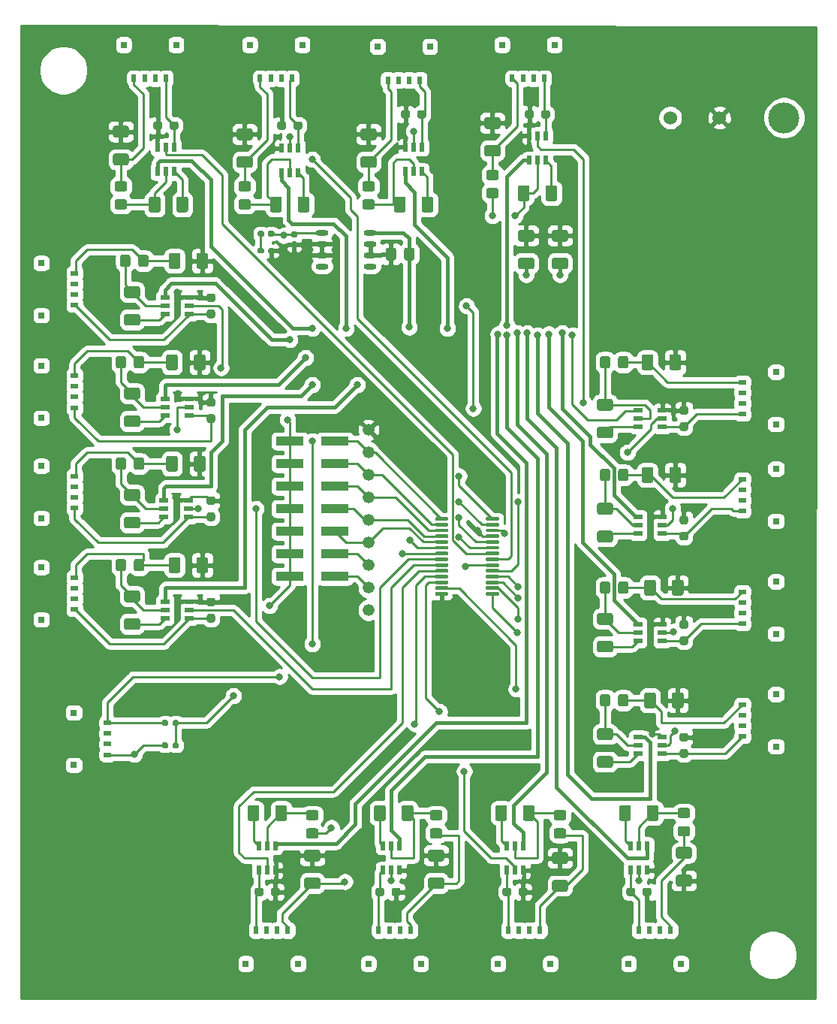
<source format=gbr>
%TF.GenerationSoftware,KiCad,Pcbnew,(5.1.9)-1*%
%TF.CreationDate,2021-03-29T17:16:35+05:30*%
%TF.ProjectId,LightStage,4c696768-7453-4746-9167-652e6b696361,rev?*%
%TF.SameCoordinates,Original*%
%TF.FileFunction,Copper,L1,Top*%
%TF.FilePolarity,Positive*%
%FSLAX46Y46*%
G04 Gerber Fmt 4.6, Leading zero omitted, Abs format (unit mm)*
G04 Created by KiCad (PCBNEW (5.1.9)-1) date 2021-03-29 17:16:35*
%MOMM*%
%LPD*%
G01*
G04 APERTURE LIST*
%TA.AperFunction,SMDPad,CuDef*%
%ADD10R,0.700000X0.800000*%
%TD*%
%TA.AperFunction,SMDPad,CuDef*%
%ADD11R,0.600000X0.850000*%
%TD*%
%TA.AperFunction,SMDPad,CuDef*%
%ADD12R,0.800000X0.700000*%
%TD*%
%TA.AperFunction,SMDPad,CuDef*%
%ADD13R,0.850000X0.600000*%
%TD*%
%TA.AperFunction,ComponentPad*%
%ADD14C,3.500000*%
%TD*%
%TA.AperFunction,ComponentPad*%
%ADD15C,1.524000*%
%TD*%
%TA.AperFunction,SMDPad,CuDef*%
%ADD16R,3.150000X1.000000*%
%TD*%
%TA.AperFunction,ComponentPad*%
%ADD17C,1.340000*%
%TD*%
%TA.AperFunction,SMDPad,CuDef*%
%ADD18R,0.558000X0.997699*%
%TD*%
%TA.AperFunction,SMDPad,CuDef*%
%ADD19R,0.997699X0.558000*%
%TD*%
%TA.AperFunction,SMDPad,CuDef*%
%ADD20O,1.450000X0.599999*%
%TD*%
%TA.AperFunction,ViaPad*%
%ADD21C,0.800000*%
%TD*%
%TA.AperFunction,Conductor*%
%ADD22C,0.250000*%
%TD*%
%TA.AperFunction,Conductor*%
%ADD23C,0.400000*%
%TD*%
%TA.AperFunction,Conductor*%
%ADD24C,0.254000*%
%TD*%
%TA.AperFunction,Conductor*%
%ADD25C,0.100000*%
%TD*%
G04 APERTURE END LIST*
D10*
%TO.P,J5,6*%
%TO.N,Net-(J5-Pad6)*%
X43001999Y-43468999D03*
%TO.P,J5,5*%
%TO.N,Net-(J5-Pad5)*%
X48902000Y-43468999D03*
D11*
%TO.P,J5,4*%
%TO.N,p_LED15*%
X44152000Y-47244000D03*
%TO.P,J5,3*%
%TO.N,Net-(J5-Pad3)*%
X45352000Y-47244000D03*
%TO.P,J5,2*%
%TO.N,Net-(J5-Pad2)*%
X46552000Y-47244000D03*
%TO.P,J5,1*%
%TO.N,n_LED15*%
X47752000Y-47244000D03*
%TD*%
D12*
%TO.P,J9,6*%
%TO.N,Net-(J9-Pad6)*%
X116551001Y-91261999D03*
%TO.P,J9,5*%
%TO.N,Net-(J9-Pad5)*%
X116551001Y-97162000D03*
D13*
%TO.P,J9,4*%
%TO.N,p_LED10*%
X112776000Y-92412000D03*
%TO.P,J9,3*%
%TO.N,Net-(J9-Pad3)*%
X112776000Y-93612000D03*
%TO.P,J9,2*%
%TO.N,Net-(J9-Pad2)*%
X112776000Y-94812000D03*
%TO.P,J9,1*%
%TO.N,n_LED10*%
X112776000Y-96012000D03*
%TD*%
D12*
%TO.P,J6,6*%
%TO.N,Net-(J6-Pad6)*%
X116551001Y-80339999D03*
%TO.P,J6,5*%
%TO.N,Net-(J6-Pad5)*%
X116551001Y-86240000D03*
D13*
%TO.P,J6,4*%
%TO.N,p_LED11*%
X112776000Y-81490000D03*
%TO.P,J6,3*%
%TO.N,Net-(J6-Pad3)*%
X112776000Y-82690000D03*
%TO.P,J6,2*%
%TO.N,Net-(J6-Pad2)*%
X112776000Y-83890000D03*
%TO.P,J6,1*%
%TO.N,n_LED11*%
X112776000Y-85090000D03*
%TD*%
D10*
%TO.P,J7,6*%
%TO.N,Net-(J7-Pad6)*%
X85673999Y-43468999D03*
%TO.P,J7,5*%
%TO.N,Net-(J7-Pad5)*%
X91574000Y-43468999D03*
D11*
%TO.P,J7,4*%
%TO.N,p_LED12*%
X86824000Y-47244000D03*
%TO.P,J7,3*%
%TO.N,Net-(J7-Pad3)*%
X88024000Y-47244000D03*
%TO.P,J7,2*%
%TO.N,Net-(J7-Pad2)*%
X89224000Y-47244000D03*
%TO.P,J7,1*%
%TO.N,n_LED12*%
X90424000Y-47244000D03*
%TD*%
D10*
%TO.P,J8,6*%
%TO.N,Net-(J8-Pad6)*%
X71628000Y-43688000D03*
%TO.P,J8,5*%
%TO.N,Net-(J8-Pad5)*%
X77528001Y-43688000D03*
D11*
%TO.P,J8,4*%
%TO.N,p_LED13*%
X72778001Y-47463001D03*
%TO.P,J8,3*%
%TO.N,Net-(J8-Pad3)*%
X73978001Y-47463001D03*
%TO.P,J8,2*%
%TO.N,Net-(J8-Pad2)*%
X75178001Y-47463001D03*
%TO.P,J8,1*%
%TO.N,n_LED13*%
X76378001Y-47463001D03*
%TD*%
D10*
%TO.P,J4,6*%
%TO.N,Net-(J4-Pad6)*%
X57225999Y-43468999D03*
%TO.P,J4,5*%
%TO.N,Net-(J4-Pad5)*%
X63126000Y-43468999D03*
D11*
%TO.P,J4,4*%
%TO.N,p_LED14*%
X58376000Y-47244000D03*
%TO.P,J4,3*%
%TO.N,Net-(J4-Pad3)*%
X59576000Y-47244000D03*
%TO.P,J4,2*%
%TO.N,Net-(J4-Pad2)*%
X60776000Y-47244000D03*
%TO.P,J4,1*%
%TO.N,n_LED14*%
X61976000Y-47244000D03*
%TD*%
D10*
%TO.P,J13,6*%
%TO.N,Net-(J13-Pad6)*%
X62662001Y-147031001D03*
%TO.P,J13,5*%
%TO.N,Net-(J13-Pad5)*%
X56762000Y-147031001D03*
D11*
%TO.P,J13,4*%
%TO.N,p_LED4*%
X61512000Y-143256000D03*
%TO.P,J13,3*%
%TO.N,Net-(J13-Pad3)*%
X60312000Y-143256000D03*
%TO.P,J13,2*%
%TO.N,Net-(J13-Pad2)*%
X59112000Y-143256000D03*
%TO.P,J13,1*%
%TO.N,n_LED4*%
X57912000Y-143256000D03*
%TD*%
D12*
%TO.P,J20,6*%
%TO.N,Net-(J20-Pad6)*%
X37372999Y-124638001D03*
%TO.P,J20,5*%
%TO.N,Net-(J20-Pad5)*%
X37372999Y-118738000D03*
D13*
%TO.P,J20,4*%
%TO.N,SCL*%
X41148000Y-123488000D03*
%TO.P,J20,3*%
%TO.N,Net-(J20-Pad3)*%
X41148000Y-122288000D03*
%TO.P,J20,2*%
%TO.N,Net-(J20-Pad2)*%
X41148000Y-121088000D03*
%TO.P,J20,1*%
%TO.N,SDA*%
X41148000Y-119888000D03*
%TD*%
D12*
%TO.P,J19,6*%
%TO.N,Net-(J19-Pad6)*%
X33689999Y-73965001D03*
%TO.P,J19,5*%
%TO.N,Net-(J19-Pad5)*%
X33689999Y-68065000D03*
D13*
%TO.P,J19,4*%
%TO.N,n_LED0*%
X37465000Y-72815000D03*
%TO.P,J19,3*%
%TO.N,Net-(J19-Pad3)*%
X37465000Y-71615000D03*
%TO.P,J19,2*%
%TO.N,Net-(J19-Pad2)*%
X37465000Y-70415000D03*
%TO.P,J19,1*%
%TO.N,p_LED0*%
X37465000Y-69215000D03*
%TD*%
D12*
%TO.P,J18,6*%
%TO.N,Net-(J18-Pad6)*%
X33689999Y-108255001D03*
%TO.P,J18,5*%
%TO.N,Net-(J18-Pad5)*%
X33689999Y-102355000D03*
D13*
%TO.P,J18,4*%
%TO.N,n_LED3*%
X37465000Y-107105000D03*
%TO.P,J18,3*%
%TO.N,Net-(J18-Pad3)*%
X37465000Y-105905000D03*
%TO.P,J18,2*%
%TO.N,Net-(J18-Pad2)*%
X37465000Y-104705000D03*
%TO.P,J18,1*%
%TO.N,p_LED3*%
X37465000Y-103505000D03*
%TD*%
D12*
%TO.P,J17,6*%
%TO.N,Net-(J17-Pad6)*%
X33689999Y-96825001D03*
%TO.P,J17,5*%
%TO.N,Net-(J17-Pad5)*%
X33689999Y-90925000D03*
D13*
%TO.P,J17,4*%
%TO.N,n_LED2*%
X37465000Y-95675000D03*
%TO.P,J17,3*%
%TO.N,Net-(J17-Pad3)*%
X37465000Y-94475000D03*
%TO.P,J17,2*%
%TO.N,Net-(J17-Pad2)*%
X37465000Y-93275000D03*
%TO.P,J17,1*%
%TO.N,p_LED2*%
X37465000Y-92075000D03*
%TD*%
D12*
%TO.P,J16,6*%
%TO.N,Net-(J16-Pad6)*%
X33689999Y-85522001D03*
%TO.P,J16,5*%
%TO.N,Net-(J16-Pad5)*%
X33689999Y-79622000D03*
D13*
%TO.P,J16,4*%
%TO.N,n_LED1*%
X37465000Y-84372000D03*
%TO.P,J16,3*%
%TO.N,Net-(J16-Pad3)*%
X37465000Y-83172000D03*
%TO.P,J16,2*%
%TO.N,Net-(J16-Pad2)*%
X37465000Y-81972000D03*
%TO.P,J16,1*%
%TO.N,p_LED1*%
X37465000Y-80772000D03*
%TD*%
D10*
%TO.P,J15,6*%
%TO.N,Net-(J15-Pad6)*%
X91110001Y-147031001D03*
%TO.P,J15,5*%
%TO.N,Net-(J15-Pad5)*%
X85210000Y-147031001D03*
D11*
%TO.P,J15,4*%
%TO.N,p_LED6*%
X89960000Y-143256000D03*
%TO.P,J15,3*%
%TO.N,Net-(J15-Pad3)*%
X88760000Y-143256000D03*
%TO.P,J15,2*%
%TO.N,Net-(J15-Pad2)*%
X87560000Y-143256000D03*
%TO.P,J15,1*%
%TO.N,n_LED6*%
X86360000Y-143256000D03*
%TD*%
D10*
%TO.P,J14,6*%
%TO.N,Net-(J14-Pad6)*%
X76505001Y-147031001D03*
%TO.P,J14,5*%
%TO.N,Net-(J14-Pad5)*%
X70605000Y-147031001D03*
D11*
%TO.P,J14,4*%
%TO.N,p_LED5*%
X75355000Y-143256000D03*
%TO.P,J14,3*%
%TO.N,Net-(J14-Pad3)*%
X74155000Y-143256000D03*
%TO.P,J14,2*%
%TO.N,Net-(J14-Pad2)*%
X72955000Y-143256000D03*
%TO.P,J14,1*%
%TO.N,n_LED5*%
X71755000Y-143256000D03*
%TD*%
D12*
%TO.P,J12,6*%
%TO.N,Net-(J12-Pad6)*%
X116551001Y-103961999D03*
%TO.P,J12,5*%
%TO.N,Net-(J12-Pad5)*%
X116551001Y-109862000D03*
D13*
%TO.P,J12,4*%
%TO.N,p_LED9*%
X112776000Y-105112000D03*
%TO.P,J12,3*%
%TO.N,Net-(J12-Pad3)*%
X112776000Y-106312000D03*
%TO.P,J12,2*%
%TO.N,Net-(J12-Pad2)*%
X112776000Y-107512000D03*
%TO.P,J12,1*%
%TO.N,n_LED9*%
X112776000Y-108712000D03*
%TD*%
D12*
%TO.P,J11,6*%
%TO.N,Net-(J11-Pad6)*%
X116551001Y-116661999D03*
%TO.P,J11,5*%
%TO.N,Net-(J11-Pad5)*%
X116551001Y-122562000D03*
D13*
%TO.P,J11,4*%
%TO.N,p_LED8*%
X112776000Y-117812000D03*
%TO.P,J11,3*%
%TO.N,Net-(J11-Pad3)*%
X112776000Y-119012000D03*
%TO.P,J11,2*%
%TO.N,Net-(J11-Pad2)*%
X112776000Y-120212000D03*
%TO.P,J11,1*%
%TO.N,n_LED8*%
X112776000Y-121412000D03*
%TD*%
D10*
%TO.P,J10,6*%
%TO.N,Net-(J10-Pad6)*%
X105842001Y-147031001D03*
%TO.P,J10,5*%
%TO.N,Net-(J10-Pad5)*%
X99942000Y-147031001D03*
D11*
%TO.P,J10,4*%
%TO.N,p_LED7*%
X104692000Y-143256000D03*
%TO.P,J10,3*%
%TO.N,Net-(J10-Pad3)*%
X103492000Y-143256000D03*
%TO.P,J10,2*%
%TO.N,Net-(J10-Pad2)*%
X102292000Y-143256000D03*
%TO.P,J10,1*%
%TO.N,n_LED7*%
X101092000Y-143256000D03*
%TD*%
D14*
%TO.P,J2,*%
%TO.N,*%
X117475000Y-51689000D03*
D15*
%TO.P,J2,2*%
%TO.N,GND*%
X110172500Y-51689000D03*
%TO.P,J2,1*%
%TO.N,24V*%
X104648000Y-51689000D03*
%TD*%
%TO.P,D1,2*%
%TO.N,5V*%
%TA.AperFunction,SMDPad,CuDef*%
G36*
G01*
X59245000Y-64930000D02*
X59245000Y-64610000D01*
G75*
G02*
X59405000Y-64450000I160000J0D01*
G01*
X59850000Y-64450000D01*
G75*
G02*
X60010000Y-64610000I0J-160000D01*
G01*
X60010000Y-64930000D01*
G75*
G02*
X59850000Y-65090000I-160000J0D01*
G01*
X59405000Y-65090000D01*
G75*
G02*
X59245000Y-64930000I0J160000D01*
G01*
G37*
%TD.AperFunction*%
%TO.P,D1,1*%
%TO.N,Net-(D1-Pad1)*%
%TA.AperFunction,SMDPad,CuDef*%
G36*
G01*
X58100000Y-64930000D02*
X58100000Y-64610000D01*
G75*
G02*
X58260000Y-64450000I160000J0D01*
G01*
X58705000Y-64450000D01*
G75*
G02*
X58865000Y-64610000I0J-160000D01*
G01*
X58865000Y-64930000D01*
G75*
G02*
X58705000Y-65090000I-160000J0D01*
G01*
X58260000Y-65090000D01*
G75*
G02*
X58100000Y-64930000I0J160000D01*
G01*
G37*
%TD.AperFunction*%
%TD*%
D16*
%TO.P,J1,14*%
%TO.N,OE*%
X66787000Y-103378000D03*
%TO.P,J1,13*%
%TO.N,5V*%
X61737000Y-103378000D03*
%TO.P,J1,12*%
%TO.N,A5*%
X66787000Y-100838000D03*
%TO.P,J1,11*%
%TO.N,5V*%
X61737000Y-100838000D03*
%TO.P,J1,10*%
%TO.N,A4*%
X66787000Y-98298000D03*
%TO.P,J1,9*%
%TO.N,5V*%
X61737000Y-98298000D03*
%TO.P,J1,8*%
%TO.N,A3*%
X66787000Y-95758000D03*
%TO.P,J1,7*%
%TO.N,5V*%
X61737000Y-95758000D03*
%TO.P,J1,6*%
%TO.N,A2*%
X66787000Y-93218000D03*
%TO.P,J1,5*%
%TO.N,5V*%
X61737000Y-93218000D03*
%TO.P,J1,4*%
%TO.N,A1*%
X66787000Y-90678000D03*
%TO.P,J1,3*%
%TO.N,5V*%
X61737000Y-90678000D03*
%TO.P,J1,2*%
%TO.N,A0*%
X66787000Y-88138000D03*
%TO.P,J1,1*%
%TO.N,5V*%
X61737000Y-88138000D03*
%TD*%
D17*
%TO.P,RN1,9*%
%TO.N,Net-(RN1-Pad9)*%
X70612000Y-107188000D03*
%TO.P,RN1,8*%
%TO.N,OE*%
X70612000Y-104648000D03*
%TO.P,RN1,7*%
%TO.N,A5*%
X70612000Y-102108000D03*
%TO.P,RN1,6*%
%TO.N,A4*%
X70612000Y-99568000D03*
%TO.P,RN1,5*%
%TO.N,A3*%
X70612000Y-97028000D03*
%TO.P,RN1,4*%
%TO.N,A2*%
X70612000Y-94488000D03*
%TO.P,RN1,3*%
%TO.N,A1*%
X70612000Y-91948000D03*
%TO.P,RN1,2*%
%TO.N,A0*%
X70612000Y-89408000D03*
%TO.P,RN1,1*%
%TO.N,GND*%
X70612000Y-86868000D03*
%TD*%
%TO.P,R19,2*%
%TO.N,GND*%
%TA.AperFunction,SMDPad,CuDef*%
G36*
G01*
X106409500Y-85173000D02*
X105934500Y-85173000D01*
G75*
G02*
X105697000Y-84935500I0J237500D01*
G01*
X105697000Y-84435500D01*
G75*
G02*
X105934500Y-84198000I237500J0D01*
G01*
X106409500Y-84198000D01*
G75*
G02*
X106647000Y-84435500I0J-237500D01*
G01*
X106647000Y-84935500D01*
G75*
G02*
X106409500Y-85173000I-237500J0D01*
G01*
G37*
%TD.AperFunction*%
%TO.P,R19,1*%
%TO.N,n_LED11*%
%TA.AperFunction,SMDPad,CuDef*%
G36*
G01*
X106409500Y-86998000D02*
X105934500Y-86998000D01*
G75*
G02*
X105697000Y-86760500I0J237500D01*
G01*
X105697000Y-86260500D01*
G75*
G02*
X105934500Y-86023000I237500J0D01*
G01*
X106409500Y-86023000D01*
G75*
G02*
X106647000Y-86260500I0J-237500D01*
G01*
X106647000Y-86760500D01*
G75*
G02*
X106409500Y-86998000I-237500J0D01*
G01*
G37*
%TD.AperFunction*%
%TD*%
%TO.P,R18,2*%
%TO.N,GND*%
%TA.AperFunction,SMDPad,CuDef*%
G36*
G01*
X106409500Y-97515500D02*
X105934500Y-97515500D01*
G75*
G02*
X105697000Y-97278000I0J237500D01*
G01*
X105697000Y-96778000D01*
G75*
G02*
X105934500Y-96540500I237500J0D01*
G01*
X106409500Y-96540500D01*
G75*
G02*
X106647000Y-96778000I0J-237500D01*
G01*
X106647000Y-97278000D01*
G75*
G02*
X106409500Y-97515500I-237500J0D01*
G01*
G37*
%TD.AperFunction*%
%TO.P,R18,1*%
%TO.N,n_LED10*%
%TA.AperFunction,SMDPad,CuDef*%
G36*
G01*
X106409500Y-99340500D02*
X105934500Y-99340500D01*
G75*
G02*
X105697000Y-99103000I0J237500D01*
G01*
X105697000Y-98603000D01*
G75*
G02*
X105934500Y-98365500I237500J0D01*
G01*
X106409500Y-98365500D01*
G75*
G02*
X106647000Y-98603000I0J-237500D01*
G01*
X106647000Y-99103000D01*
G75*
G02*
X106409500Y-99340500I-237500J0D01*
G01*
G37*
%TD.AperFunction*%
%TD*%
%TO.P,R17,2*%
%TO.N,GND*%
%TA.AperFunction,SMDPad,CuDef*%
G36*
G01*
X61297000Y-52340500D02*
X61297000Y-52815500D01*
G75*
G02*
X61059500Y-53053000I-237500J0D01*
G01*
X60559500Y-53053000D01*
G75*
G02*
X60322000Y-52815500I0J237500D01*
G01*
X60322000Y-52340500D01*
G75*
G02*
X60559500Y-52103000I237500J0D01*
G01*
X61059500Y-52103000D01*
G75*
G02*
X61297000Y-52340500I0J-237500D01*
G01*
G37*
%TD.AperFunction*%
%TO.P,R17,1*%
%TO.N,n_LED14*%
%TA.AperFunction,SMDPad,CuDef*%
G36*
G01*
X63122000Y-52340500D02*
X63122000Y-52815500D01*
G75*
G02*
X62884500Y-53053000I-237500J0D01*
G01*
X62384500Y-53053000D01*
G75*
G02*
X62147000Y-52815500I0J237500D01*
G01*
X62147000Y-52340500D01*
G75*
G02*
X62384500Y-52103000I237500J0D01*
G01*
X62884500Y-52103000D01*
G75*
G02*
X63122000Y-52340500I0J-237500D01*
G01*
G37*
%TD.AperFunction*%
%TD*%
%TO.P,R16,2*%
%TO.N,GND*%
%TA.AperFunction,SMDPad,CuDef*%
G36*
G01*
X75267000Y-51070500D02*
X75267000Y-51545500D01*
G75*
G02*
X75029500Y-51783000I-237500J0D01*
G01*
X74529500Y-51783000D01*
G75*
G02*
X74292000Y-51545500I0J237500D01*
G01*
X74292000Y-51070500D01*
G75*
G02*
X74529500Y-50833000I237500J0D01*
G01*
X75029500Y-50833000D01*
G75*
G02*
X75267000Y-51070500I0J-237500D01*
G01*
G37*
%TD.AperFunction*%
%TO.P,R16,1*%
%TO.N,n_LED13*%
%TA.AperFunction,SMDPad,CuDef*%
G36*
G01*
X77092000Y-51070500D02*
X77092000Y-51545500D01*
G75*
G02*
X76854500Y-51783000I-237500J0D01*
G01*
X76354500Y-51783000D01*
G75*
G02*
X76117000Y-51545500I0J237500D01*
G01*
X76117000Y-51070500D01*
G75*
G02*
X76354500Y-50833000I237500J0D01*
G01*
X76854500Y-50833000D01*
G75*
G02*
X77092000Y-51070500I0J-237500D01*
G01*
G37*
%TD.AperFunction*%
%TD*%
%TO.P,R15,2*%
%TO.N,GND*%
%TA.AperFunction,SMDPad,CuDef*%
G36*
G01*
X89237000Y-51070500D02*
X89237000Y-51545500D01*
G75*
G02*
X88999500Y-51783000I-237500J0D01*
G01*
X88499500Y-51783000D01*
G75*
G02*
X88262000Y-51545500I0J237500D01*
G01*
X88262000Y-51070500D01*
G75*
G02*
X88499500Y-50833000I237500J0D01*
G01*
X88999500Y-50833000D01*
G75*
G02*
X89237000Y-51070500I0J-237500D01*
G01*
G37*
%TD.AperFunction*%
%TO.P,R15,1*%
%TO.N,n_LED12*%
%TA.AperFunction,SMDPad,CuDef*%
G36*
G01*
X91062000Y-51070500D02*
X91062000Y-51545500D01*
G75*
G02*
X90824500Y-51783000I-237500J0D01*
G01*
X90324500Y-51783000D01*
G75*
G02*
X90087000Y-51545500I0J237500D01*
G01*
X90087000Y-51070500D01*
G75*
G02*
X90324500Y-50833000I237500J0D01*
G01*
X90824500Y-50833000D01*
G75*
G02*
X91062000Y-51070500I0J-237500D01*
G01*
G37*
%TD.AperFunction*%
%TD*%
%TO.P,R14,2*%
%TO.N,GND*%
%TA.AperFunction,SMDPad,CuDef*%
G36*
G01*
X47327000Y-52340500D02*
X47327000Y-52815500D01*
G75*
G02*
X47089500Y-53053000I-237500J0D01*
G01*
X46589500Y-53053000D01*
G75*
G02*
X46352000Y-52815500I0J237500D01*
G01*
X46352000Y-52340500D01*
G75*
G02*
X46589500Y-52103000I237500J0D01*
G01*
X47089500Y-52103000D01*
G75*
G02*
X47327000Y-52340500I0J-237500D01*
G01*
G37*
%TD.AperFunction*%
%TO.P,R14,1*%
%TO.N,n_LED15*%
%TA.AperFunction,SMDPad,CuDef*%
G36*
G01*
X49152000Y-52340500D02*
X49152000Y-52815500D01*
G75*
G02*
X48914500Y-53053000I-237500J0D01*
G01*
X48414500Y-53053000D01*
G75*
G02*
X48177000Y-52815500I0J237500D01*
G01*
X48177000Y-52340500D01*
G75*
G02*
X48414500Y-52103000I237500J0D01*
G01*
X48914500Y-52103000D01*
G75*
G02*
X49152000Y-52340500I0J-237500D01*
G01*
G37*
%TD.AperFunction*%
%TD*%
%TO.P,R13,2*%
%TO.N,GND*%
%TA.AperFunction,SMDPad,CuDef*%
G36*
G01*
X106409500Y-109303000D02*
X105934500Y-109303000D01*
G75*
G02*
X105697000Y-109065500I0J237500D01*
G01*
X105697000Y-108565500D01*
G75*
G02*
X105934500Y-108328000I237500J0D01*
G01*
X106409500Y-108328000D01*
G75*
G02*
X106647000Y-108565500I0J-237500D01*
G01*
X106647000Y-109065500D01*
G75*
G02*
X106409500Y-109303000I-237500J0D01*
G01*
G37*
%TD.AperFunction*%
%TO.P,R13,1*%
%TO.N,n_LED9*%
%TA.AperFunction,SMDPad,CuDef*%
G36*
G01*
X106409500Y-111128000D02*
X105934500Y-111128000D01*
G75*
G02*
X105697000Y-110890500I0J237500D01*
G01*
X105697000Y-110390500D01*
G75*
G02*
X105934500Y-110153000I237500J0D01*
G01*
X106409500Y-110153000D01*
G75*
G02*
X106647000Y-110390500I0J-237500D01*
G01*
X106647000Y-110890500D01*
G75*
G02*
X106409500Y-111128000I-237500J0D01*
G01*
G37*
%TD.AperFunction*%
%TD*%
%TO.P,R12,2*%
%TO.N,GND*%
%TA.AperFunction,SMDPad,CuDef*%
G36*
G01*
X106409500Y-122003000D02*
X105934500Y-122003000D01*
G75*
G02*
X105697000Y-121765500I0J237500D01*
G01*
X105697000Y-121265500D01*
G75*
G02*
X105934500Y-121028000I237500J0D01*
G01*
X106409500Y-121028000D01*
G75*
G02*
X106647000Y-121265500I0J-237500D01*
G01*
X106647000Y-121765500D01*
G75*
G02*
X106409500Y-122003000I-237500J0D01*
G01*
G37*
%TD.AperFunction*%
%TO.P,R12,1*%
%TO.N,n_LED8*%
%TA.AperFunction,SMDPad,CuDef*%
G36*
G01*
X106409500Y-123828000D02*
X105934500Y-123828000D01*
G75*
G02*
X105697000Y-123590500I0J237500D01*
G01*
X105697000Y-123090500D01*
G75*
G02*
X105934500Y-122853000I237500J0D01*
G01*
X106409500Y-122853000D01*
G75*
G02*
X106647000Y-123090500I0J-237500D01*
G01*
X106647000Y-123590500D01*
G75*
G02*
X106409500Y-123828000I-237500J0D01*
G01*
G37*
%TD.AperFunction*%
%TD*%
%TO.P,R11,2*%
%TO.N,GND*%
%TA.AperFunction,SMDPad,CuDef*%
G36*
G01*
X87547000Y-139175500D02*
X87547000Y-138700500D01*
G75*
G02*
X87784500Y-138463000I237500J0D01*
G01*
X88284500Y-138463000D01*
G75*
G02*
X88522000Y-138700500I0J-237500D01*
G01*
X88522000Y-139175500D01*
G75*
G02*
X88284500Y-139413000I-237500J0D01*
G01*
X87784500Y-139413000D01*
G75*
G02*
X87547000Y-139175500I0J237500D01*
G01*
G37*
%TD.AperFunction*%
%TO.P,R11,1*%
%TO.N,n_LED6*%
%TA.AperFunction,SMDPad,CuDef*%
G36*
G01*
X85722000Y-139175500D02*
X85722000Y-138700500D01*
G75*
G02*
X85959500Y-138463000I237500J0D01*
G01*
X86459500Y-138463000D01*
G75*
G02*
X86697000Y-138700500I0J-237500D01*
G01*
X86697000Y-139175500D01*
G75*
G02*
X86459500Y-139413000I-237500J0D01*
G01*
X85959500Y-139413000D01*
G75*
G02*
X85722000Y-139175500I0J237500D01*
G01*
G37*
%TD.AperFunction*%
%TD*%
%TO.P,R10,2*%
%TO.N,GND*%
%TA.AperFunction,SMDPad,CuDef*%
G36*
G01*
X101517000Y-139175500D02*
X101517000Y-138700500D01*
G75*
G02*
X101754500Y-138463000I237500J0D01*
G01*
X102254500Y-138463000D01*
G75*
G02*
X102492000Y-138700500I0J-237500D01*
G01*
X102492000Y-139175500D01*
G75*
G02*
X102254500Y-139413000I-237500J0D01*
G01*
X101754500Y-139413000D01*
G75*
G02*
X101517000Y-139175500I0J237500D01*
G01*
G37*
%TD.AperFunction*%
%TO.P,R10,1*%
%TO.N,n_LED7*%
%TA.AperFunction,SMDPad,CuDef*%
G36*
G01*
X99692000Y-139175500D02*
X99692000Y-138700500D01*
G75*
G02*
X99929500Y-138463000I237500J0D01*
G01*
X100429500Y-138463000D01*
G75*
G02*
X100667000Y-138700500I0J-237500D01*
G01*
X100667000Y-139175500D01*
G75*
G02*
X100429500Y-139413000I-237500J0D01*
G01*
X99929500Y-139413000D01*
G75*
G02*
X99692000Y-139175500I0J237500D01*
G01*
G37*
%TD.AperFunction*%
%TD*%
%TO.P,L16,2*%
%TO.N,p_LED11*%
%TA.AperFunction,SMDPad,CuDef*%
G36*
G01*
X98757000Y-79698001D02*
X98757000Y-78797999D01*
G75*
G02*
X99006999Y-78548000I249999J0D01*
G01*
X99657001Y-78548000D01*
G75*
G02*
X99907000Y-78797999I0J-249999D01*
G01*
X99907000Y-79698001D01*
G75*
G02*
X99657001Y-79948000I-249999J0D01*
G01*
X99006999Y-79948000D01*
G75*
G02*
X98757000Y-79698001I0J249999D01*
G01*
G37*
%TD.AperFunction*%
%TO.P,L16,1*%
%TO.N,Net-(C34-Pad2)*%
%TA.AperFunction,SMDPad,CuDef*%
G36*
G01*
X96707000Y-79698001D02*
X96707000Y-78797999D01*
G75*
G02*
X96956999Y-78548000I249999J0D01*
G01*
X97607001Y-78548000D01*
G75*
G02*
X97857000Y-78797999I0J-249999D01*
G01*
X97857000Y-79698001D01*
G75*
G02*
X97607001Y-79948000I-249999J0D01*
G01*
X96956999Y-79948000D01*
G75*
G02*
X96707000Y-79698001I0J249999D01*
G01*
G37*
%TD.AperFunction*%
%TD*%
%TO.P,L15,2*%
%TO.N,p_LED10*%
%TA.AperFunction,SMDPad,CuDef*%
G36*
G01*
X98757000Y-92398001D02*
X98757000Y-91497999D01*
G75*
G02*
X99006999Y-91248000I249999J0D01*
G01*
X99657001Y-91248000D01*
G75*
G02*
X99907000Y-91497999I0J-249999D01*
G01*
X99907000Y-92398001D01*
G75*
G02*
X99657001Y-92648000I-249999J0D01*
G01*
X99006999Y-92648000D01*
G75*
G02*
X98757000Y-92398001I0J249999D01*
G01*
G37*
%TD.AperFunction*%
%TO.P,L15,1*%
%TO.N,Net-(C33-Pad2)*%
%TA.AperFunction,SMDPad,CuDef*%
G36*
G01*
X96707000Y-92398001D02*
X96707000Y-91497999D01*
G75*
G02*
X96956999Y-91248000I249999J0D01*
G01*
X97607001Y-91248000D01*
G75*
G02*
X97857000Y-91497999I0J-249999D01*
G01*
X97857000Y-92398001D01*
G75*
G02*
X97607001Y-92648000I-249999J0D01*
G01*
X96956999Y-92648000D01*
G75*
G02*
X96707000Y-92398001I0J249999D01*
G01*
G37*
%TD.AperFunction*%
%TD*%
%TO.P,L14,2*%
%TO.N,p_LED14*%
%TA.AperFunction,SMDPad,CuDef*%
G36*
G01*
X57092001Y-59993000D02*
X56191999Y-59993000D01*
G75*
G02*
X55942000Y-59743001I0J249999D01*
G01*
X55942000Y-59092999D01*
G75*
G02*
X56191999Y-58843000I249999J0D01*
G01*
X57092001Y-58843000D01*
G75*
G02*
X57342000Y-59092999I0J-249999D01*
G01*
X57342000Y-59743001D01*
G75*
G02*
X57092001Y-59993000I-249999J0D01*
G01*
G37*
%TD.AperFunction*%
%TO.P,L14,1*%
%TO.N,Net-(C32-Pad2)*%
%TA.AperFunction,SMDPad,CuDef*%
G36*
G01*
X57092001Y-62043000D02*
X56191999Y-62043000D01*
G75*
G02*
X55942000Y-61793001I0J249999D01*
G01*
X55942000Y-61142999D01*
G75*
G02*
X56191999Y-60893000I249999J0D01*
G01*
X57092001Y-60893000D01*
G75*
G02*
X57342000Y-61142999I0J-249999D01*
G01*
X57342000Y-61793001D01*
G75*
G02*
X57092001Y-62043000I-249999J0D01*
G01*
G37*
%TD.AperFunction*%
%TD*%
%TO.P,L13,2*%
%TO.N,p_LED13*%
%TA.AperFunction,SMDPad,CuDef*%
G36*
G01*
X71062001Y-59993000D02*
X70161999Y-59993000D01*
G75*
G02*
X69912000Y-59743001I0J249999D01*
G01*
X69912000Y-59092999D01*
G75*
G02*
X70161999Y-58843000I249999J0D01*
G01*
X71062001Y-58843000D01*
G75*
G02*
X71312000Y-59092999I0J-249999D01*
G01*
X71312000Y-59743001D01*
G75*
G02*
X71062001Y-59993000I-249999J0D01*
G01*
G37*
%TD.AperFunction*%
%TO.P,L13,1*%
%TO.N,Net-(C31-Pad2)*%
%TA.AperFunction,SMDPad,CuDef*%
G36*
G01*
X71062001Y-62043000D02*
X70161999Y-62043000D01*
G75*
G02*
X69912000Y-61793001I0J249999D01*
G01*
X69912000Y-61142999D01*
G75*
G02*
X70161999Y-60893000I249999J0D01*
G01*
X71062001Y-60893000D01*
G75*
G02*
X71312000Y-61142999I0J-249999D01*
G01*
X71312000Y-61793001D01*
G75*
G02*
X71062001Y-62043000I-249999J0D01*
G01*
G37*
%TD.AperFunction*%
%TD*%
%TO.P,L12,2*%
%TO.N,p_LED12*%
%TA.AperFunction,SMDPad,CuDef*%
G36*
G01*
X85032001Y-58723000D02*
X84131999Y-58723000D01*
G75*
G02*
X83882000Y-58473001I0J249999D01*
G01*
X83882000Y-57822999D01*
G75*
G02*
X84131999Y-57573000I249999J0D01*
G01*
X85032001Y-57573000D01*
G75*
G02*
X85282000Y-57822999I0J-249999D01*
G01*
X85282000Y-58473001D01*
G75*
G02*
X85032001Y-58723000I-249999J0D01*
G01*
G37*
%TD.AperFunction*%
%TO.P,L12,1*%
%TO.N,Net-(C30-Pad2)*%
%TA.AperFunction,SMDPad,CuDef*%
G36*
G01*
X85032001Y-60773000D02*
X84131999Y-60773000D01*
G75*
G02*
X83882000Y-60523001I0J249999D01*
G01*
X83882000Y-59872999D01*
G75*
G02*
X84131999Y-59623000I249999J0D01*
G01*
X85032001Y-59623000D01*
G75*
G02*
X85282000Y-59872999I0J-249999D01*
G01*
X85282000Y-60523001D01*
G75*
G02*
X85032001Y-60773000I-249999J0D01*
G01*
G37*
%TD.AperFunction*%
%TD*%
%TO.P,L11,2*%
%TO.N,p_LED15*%
%TA.AperFunction,SMDPad,CuDef*%
G36*
G01*
X43122001Y-59993000D02*
X42221999Y-59993000D01*
G75*
G02*
X41972000Y-59743001I0J249999D01*
G01*
X41972000Y-59092999D01*
G75*
G02*
X42221999Y-58843000I249999J0D01*
G01*
X43122001Y-58843000D01*
G75*
G02*
X43372000Y-59092999I0J-249999D01*
G01*
X43372000Y-59743001D01*
G75*
G02*
X43122001Y-59993000I-249999J0D01*
G01*
G37*
%TD.AperFunction*%
%TO.P,L11,1*%
%TO.N,Net-(C23-Pad2)*%
%TA.AperFunction,SMDPad,CuDef*%
G36*
G01*
X43122001Y-62043000D02*
X42221999Y-62043000D01*
G75*
G02*
X41972000Y-61793001I0J249999D01*
G01*
X41972000Y-61142999D01*
G75*
G02*
X42221999Y-60893000I249999J0D01*
G01*
X43122001Y-60893000D01*
G75*
G02*
X43372000Y-61142999I0J-249999D01*
G01*
X43372000Y-61793001D01*
G75*
G02*
X43122001Y-62043000I-249999J0D01*
G01*
G37*
%TD.AperFunction*%
%TD*%
%TO.P,L10,2*%
%TO.N,p_LED9*%
%TA.AperFunction,SMDPad,CuDef*%
G36*
G01*
X98757000Y-105098001D02*
X98757000Y-104197999D01*
G75*
G02*
X99006999Y-103948000I249999J0D01*
G01*
X99657001Y-103948000D01*
G75*
G02*
X99907000Y-104197999I0J-249999D01*
G01*
X99907000Y-105098001D01*
G75*
G02*
X99657001Y-105348000I-249999J0D01*
G01*
X99006999Y-105348000D01*
G75*
G02*
X98757000Y-105098001I0J249999D01*
G01*
G37*
%TD.AperFunction*%
%TO.P,L10,1*%
%TO.N,Net-(C22-Pad2)*%
%TA.AperFunction,SMDPad,CuDef*%
G36*
G01*
X96707000Y-105098001D02*
X96707000Y-104197999D01*
G75*
G02*
X96956999Y-103948000I249999J0D01*
G01*
X97607001Y-103948000D01*
G75*
G02*
X97857000Y-104197999I0J-249999D01*
G01*
X97857000Y-105098001D01*
G75*
G02*
X97607001Y-105348000I-249999J0D01*
G01*
X96956999Y-105348000D01*
G75*
G02*
X96707000Y-105098001I0J249999D01*
G01*
G37*
%TD.AperFunction*%
%TD*%
%TO.P,L9,2*%
%TO.N,p_LED8*%
%TA.AperFunction,SMDPad,CuDef*%
G36*
G01*
X98757000Y-117798001D02*
X98757000Y-116897999D01*
G75*
G02*
X99006999Y-116648000I249999J0D01*
G01*
X99657001Y-116648000D01*
G75*
G02*
X99907000Y-116897999I0J-249999D01*
G01*
X99907000Y-117798001D01*
G75*
G02*
X99657001Y-118048000I-249999J0D01*
G01*
X99006999Y-118048000D01*
G75*
G02*
X98757000Y-117798001I0J249999D01*
G01*
G37*
%TD.AperFunction*%
%TO.P,L9,1*%
%TO.N,Net-(C21-Pad2)*%
%TA.AperFunction,SMDPad,CuDef*%
G36*
G01*
X96707000Y-117798001D02*
X96707000Y-116897999D01*
G75*
G02*
X96956999Y-116648000I249999J0D01*
G01*
X97607001Y-116648000D01*
G75*
G02*
X97857000Y-116897999I0J-249999D01*
G01*
X97857000Y-117798001D01*
G75*
G02*
X97607001Y-118048000I-249999J0D01*
G01*
X96956999Y-118048000D01*
G75*
G02*
X96707000Y-117798001I0J249999D01*
G01*
G37*
%TD.AperFunction*%
%TD*%
%TO.P,L8,2*%
%TO.N,p_LED6*%
%TA.AperFunction,SMDPad,CuDef*%
G36*
G01*
X91751999Y-131768000D02*
X92652001Y-131768000D01*
G75*
G02*
X92902000Y-132017999I0J-249999D01*
G01*
X92902000Y-132668001D01*
G75*
G02*
X92652001Y-132918000I-249999J0D01*
G01*
X91751999Y-132918000D01*
G75*
G02*
X91502000Y-132668001I0J249999D01*
G01*
X91502000Y-132017999D01*
G75*
G02*
X91751999Y-131768000I249999J0D01*
G01*
G37*
%TD.AperFunction*%
%TO.P,L8,1*%
%TO.N,Net-(C20-Pad2)*%
%TA.AperFunction,SMDPad,CuDef*%
G36*
G01*
X91751999Y-129718000D02*
X92652001Y-129718000D01*
G75*
G02*
X92902000Y-129967999I0J-249999D01*
G01*
X92902000Y-130618001D01*
G75*
G02*
X92652001Y-130868000I-249999J0D01*
G01*
X91751999Y-130868000D01*
G75*
G02*
X91502000Y-130618001I0J249999D01*
G01*
X91502000Y-129967999D01*
G75*
G02*
X91751999Y-129718000I249999J0D01*
G01*
G37*
%TD.AperFunction*%
%TD*%
%TO.P,L7,2*%
%TO.N,p_LED7*%
%TA.AperFunction,SMDPad,CuDef*%
G36*
G01*
X105721999Y-131523000D02*
X106622001Y-131523000D01*
G75*
G02*
X106872000Y-131772999I0J-249999D01*
G01*
X106872000Y-132423001D01*
G75*
G02*
X106622001Y-132673000I-249999J0D01*
G01*
X105721999Y-132673000D01*
G75*
G02*
X105472000Y-132423001I0J249999D01*
G01*
X105472000Y-131772999D01*
G75*
G02*
X105721999Y-131523000I249999J0D01*
G01*
G37*
%TD.AperFunction*%
%TO.P,L7,1*%
%TO.N,Net-(C18-Pad2)*%
%TA.AperFunction,SMDPad,CuDef*%
G36*
G01*
X105721999Y-129473000D02*
X106622001Y-129473000D01*
G75*
G02*
X106872000Y-129722999I0J-249999D01*
G01*
X106872000Y-130373001D01*
G75*
G02*
X106622001Y-130623000I-249999J0D01*
G01*
X105721999Y-130623000D01*
G75*
G02*
X105472000Y-130373001I0J249999D01*
G01*
X105472000Y-129722999D01*
G75*
G02*
X105721999Y-129473000I249999J0D01*
G01*
G37*
%TD.AperFunction*%
%TD*%
%TO.P,C39,2*%
%TO.N,GND*%
%TA.AperFunction,SMDPad,CuDef*%
G36*
G01*
X104532000Y-79898003D02*
X104532000Y-78597997D01*
G75*
G02*
X104781997Y-78348000I249997J0D01*
G01*
X105607003Y-78348000D01*
G75*
G02*
X105857000Y-78597997I0J-249997D01*
G01*
X105857000Y-79898003D01*
G75*
G02*
X105607003Y-80148000I-249997J0D01*
G01*
X104781997Y-80148000D01*
G75*
G02*
X104532000Y-79898003I0J249997D01*
G01*
G37*
%TD.AperFunction*%
%TO.P,C39,1*%
%TO.N,p_LED11*%
%TA.AperFunction,SMDPad,CuDef*%
G36*
G01*
X101407000Y-79898003D02*
X101407000Y-78597997D01*
G75*
G02*
X101656997Y-78348000I249997J0D01*
G01*
X102482003Y-78348000D01*
G75*
G02*
X102732000Y-78597997I0J-249997D01*
G01*
X102732000Y-79898003D01*
G75*
G02*
X102482003Y-80148000I-249997J0D01*
G01*
X101656997Y-80148000D01*
G75*
G02*
X101407000Y-79898003I0J249997D01*
G01*
G37*
%TD.AperFunction*%
%TD*%
%TO.P,C38,2*%
%TO.N,GND*%
%TA.AperFunction,SMDPad,CuDef*%
G36*
G01*
X104532000Y-92598003D02*
X104532000Y-91297997D01*
G75*
G02*
X104781997Y-91048000I249997J0D01*
G01*
X105607003Y-91048000D01*
G75*
G02*
X105857000Y-91297997I0J-249997D01*
G01*
X105857000Y-92598003D01*
G75*
G02*
X105607003Y-92848000I-249997J0D01*
G01*
X104781997Y-92848000D01*
G75*
G02*
X104532000Y-92598003I0J249997D01*
G01*
G37*
%TD.AperFunction*%
%TO.P,C38,1*%
%TO.N,p_LED10*%
%TA.AperFunction,SMDPad,CuDef*%
G36*
G01*
X101407000Y-92598003D02*
X101407000Y-91297997D01*
G75*
G02*
X101656997Y-91048000I249997J0D01*
G01*
X102482003Y-91048000D01*
G75*
G02*
X102732000Y-91297997I0J-249997D01*
G01*
X102732000Y-92598003D01*
G75*
G02*
X102482003Y-92848000I-249997J0D01*
G01*
X101656997Y-92848000D01*
G75*
G02*
X101407000Y-92598003I0J249997D01*
G01*
G37*
%TD.AperFunction*%
%TD*%
%TO.P,C37,2*%
%TO.N,GND*%
%TA.AperFunction,SMDPad,CuDef*%
G36*
G01*
X57292003Y-54218000D02*
X55991997Y-54218000D01*
G75*
G02*
X55742000Y-53968003I0J249997D01*
G01*
X55742000Y-53142997D01*
G75*
G02*
X55991997Y-52893000I249997J0D01*
G01*
X57292003Y-52893000D01*
G75*
G02*
X57542000Y-53142997I0J-249997D01*
G01*
X57542000Y-53968003D01*
G75*
G02*
X57292003Y-54218000I-249997J0D01*
G01*
G37*
%TD.AperFunction*%
%TO.P,C37,1*%
%TO.N,p_LED14*%
%TA.AperFunction,SMDPad,CuDef*%
G36*
G01*
X57292003Y-57343000D02*
X55991997Y-57343000D01*
G75*
G02*
X55742000Y-57093003I0J249997D01*
G01*
X55742000Y-56267997D01*
G75*
G02*
X55991997Y-56018000I249997J0D01*
G01*
X57292003Y-56018000D01*
G75*
G02*
X57542000Y-56267997I0J-249997D01*
G01*
X57542000Y-57093003D01*
G75*
G02*
X57292003Y-57343000I-249997J0D01*
G01*
G37*
%TD.AperFunction*%
%TD*%
%TO.P,C36,2*%
%TO.N,GND*%
%TA.AperFunction,SMDPad,CuDef*%
G36*
G01*
X71262003Y-54218000D02*
X69961997Y-54218000D01*
G75*
G02*
X69712000Y-53968003I0J249997D01*
G01*
X69712000Y-53142997D01*
G75*
G02*
X69961997Y-52893000I249997J0D01*
G01*
X71262003Y-52893000D01*
G75*
G02*
X71512000Y-53142997I0J-249997D01*
G01*
X71512000Y-53968003D01*
G75*
G02*
X71262003Y-54218000I-249997J0D01*
G01*
G37*
%TD.AperFunction*%
%TO.P,C36,1*%
%TO.N,p_LED13*%
%TA.AperFunction,SMDPad,CuDef*%
G36*
G01*
X71262003Y-57343000D02*
X69961997Y-57343000D01*
G75*
G02*
X69712000Y-57093003I0J249997D01*
G01*
X69712000Y-56267997D01*
G75*
G02*
X69961997Y-56018000I249997J0D01*
G01*
X71262003Y-56018000D01*
G75*
G02*
X71512000Y-56267997I0J-249997D01*
G01*
X71512000Y-57093003D01*
G75*
G02*
X71262003Y-57343000I-249997J0D01*
G01*
G37*
%TD.AperFunction*%
%TD*%
%TO.P,C35,2*%
%TO.N,GND*%
%TA.AperFunction,SMDPad,CuDef*%
G36*
G01*
X85232003Y-52948000D02*
X83931997Y-52948000D01*
G75*
G02*
X83682000Y-52698003I0J249997D01*
G01*
X83682000Y-51872997D01*
G75*
G02*
X83931997Y-51623000I249997J0D01*
G01*
X85232003Y-51623000D01*
G75*
G02*
X85482000Y-51872997I0J-249997D01*
G01*
X85482000Y-52698003D01*
G75*
G02*
X85232003Y-52948000I-249997J0D01*
G01*
G37*
%TD.AperFunction*%
%TO.P,C35,1*%
%TO.N,p_LED12*%
%TA.AperFunction,SMDPad,CuDef*%
G36*
G01*
X85232003Y-56073000D02*
X83931997Y-56073000D01*
G75*
G02*
X83682000Y-55823003I0J249997D01*
G01*
X83682000Y-54997997D01*
G75*
G02*
X83931997Y-54748000I249997J0D01*
G01*
X85232003Y-54748000D01*
G75*
G02*
X85482000Y-54997997I0J-249997D01*
G01*
X85482000Y-55823003D01*
G75*
G02*
X85232003Y-56073000I-249997J0D01*
G01*
G37*
%TD.AperFunction*%
%TD*%
%TO.P,C34,2*%
%TO.N,Net-(C34-Pad2)*%
%TA.AperFunction,SMDPad,CuDef*%
G36*
G01*
X97932003Y-84698000D02*
X96631997Y-84698000D01*
G75*
G02*
X96382000Y-84448003I0J249997D01*
G01*
X96382000Y-83622997D01*
G75*
G02*
X96631997Y-83373000I249997J0D01*
G01*
X97932003Y-83373000D01*
G75*
G02*
X98182000Y-83622997I0J-249997D01*
G01*
X98182000Y-84448003D01*
G75*
G02*
X97932003Y-84698000I-249997J0D01*
G01*
G37*
%TD.AperFunction*%
%TO.P,C34,1*%
%TO.N,Net-(C34-Pad1)*%
%TA.AperFunction,SMDPad,CuDef*%
G36*
G01*
X97932003Y-87823000D02*
X96631997Y-87823000D01*
G75*
G02*
X96382000Y-87573003I0J249997D01*
G01*
X96382000Y-86747997D01*
G75*
G02*
X96631997Y-86498000I249997J0D01*
G01*
X97932003Y-86498000D01*
G75*
G02*
X98182000Y-86747997I0J-249997D01*
G01*
X98182000Y-87573003D01*
G75*
G02*
X97932003Y-87823000I-249997J0D01*
G01*
G37*
%TD.AperFunction*%
%TD*%
%TO.P,C33,2*%
%TO.N,Net-(C33-Pad2)*%
%TA.AperFunction,SMDPad,CuDef*%
G36*
G01*
X97932003Y-96420500D02*
X96631997Y-96420500D01*
G75*
G02*
X96382000Y-96170503I0J249997D01*
G01*
X96382000Y-95345497D01*
G75*
G02*
X96631997Y-95095500I249997J0D01*
G01*
X97932003Y-95095500D01*
G75*
G02*
X98182000Y-95345497I0J-249997D01*
G01*
X98182000Y-96170503D01*
G75*
G02*
X97932003Y-96420500I-249997J0D01*
G01*
G37*
%TD.AperFunction*%
%TO.P,C33,1*%
%TO.N,Net-(C33-Pad1)*%
%TA.AperFunction,SMDPad,CuDef*%
G36*
G01*
X97932003Y-99545500D02*
X96631997Y-99545500D01*
G75*
G02*
X96382000Y-99295503I0J249997D01*
G01*
X96382000Y-98470497D01*
G75*
G02*
X96631997Y-98220500I249997J0D01*
G01*
X97932003Y-98220500D01*
G75*
G02*
X98182000Y-98470497I0J-249997D01*
G01*
X98182000Y-99295503D01*
G75*
G02*
X97932003Y-99545500I-249997J0D01*
G01*
G37*
%TD.AperFunction*%
%TD*%
%TO.P,C32,2*%
%TO.N,Net-(C32-Pad2)*%
%TA.AperFunction,SMDPad,CuDef*%
G36*
G01*
X60822000Y-60817997D02*
X60822000Y-62118003D01*
G75*
G02*
X60572003Y-62368000I-249997J0D01*
G01*
X59746997Y-62368000D01*
G75*
G02*
X59497000Y-62118003I0J249997D01*
G01*
X59497000Y-60817997D01*
G75*
G02*
X59746997Y-60568000I249997J0D01*
G01*
X60572003Y-60568000D01*
G75*
G02*
X60822000Y-60817997I0J-249997D01*
G01*
G37*
%TD.AperFunction*%
%TO.P,C32,1*%
%TO.N,Net-(C32-Pad1)*%
%TA.AperFunction,SMDPad,CuDef*%
G36*
G01*
X63947000Y-60817997D02*
X63947000Y-62118003D01*
G75*
G02*
X63697003Y-62368000I-249997J0D01*
G01*
X62871997Y-62368000D01*
G75*
G02*
X62622000Y-62118003I0J249997D01*
G01*
X62622000Y-60817997D01*
G75*
G02*
X62871997Y-60568000I249997J0D01*
G01*
X63697003Y-60568000D01*
G75*
G02*
X63947000Y-60817997I0J-249997D01*
G01*
G37*
%TD.AperFunction*%
%TD*%
%TO.P,C31,2*%
%TO.N,Net-(C31-Pad2)*%
%TA.AperFunction,SMDPad,CuDef*%
G36*
G01*
X74792000Y-60817997D02*
X74792000Y-62118003D01*
G75*
G02*
X74542003Y-62368000I-249997J0D01*
G01*
X73716997Y-62368000D01*
G75*
G02*
X73467000Y-62118003I0J249997D01*
G01*
X73467000Y-60817997D01*
G75*
G02*
X73716997Y-60568000I249997J0D01*
G01*
X74542003Y-60568000D01*
G75*
G02*
X74792000Y-60817997I0J-249997D01*
G01*
G37*
%TD.AperFunction*%
%TO.P,C31,1*%
%TO.N,Net-(C31-Pad1)*%
%TA.AperFunction,SMDPad,CuDef*%
G36*
G01*
X77917000Y-60817997D02*
X77917000Y-62118003D01*
G75*
G02*
X77667003Y-62368000I-249997J0D01*
G01*
X76841997Y-62368000D01*
G75*
G02*
X76592000Y-62118003I0J249997D01*
G01*
X76592000Y-60817997D01*
G75*
G02*
X76841997Y-60568000I249997J0D01*
G01*
X77667003Y-60568000D01*
G75*
G02*
X77917000Y-60817997I0J-249997D01*
G01*
G37*
%TD.AperFunction*%
%TD*%
%TO.P,C30,2*%
%TO.N,Net-(C30-Pad2)*%
%TA.AperFunction,SMDPad,CuDef*%
G36*
G01*
X88762000Y-59547997D02*
X88762000Y-60848003D01*
G75*
G02*
X88512003Y-61098000I-249997J0D01*
G01*
X87686997Y-61098000D01*
G75*
G02*
X87437000Y-60848003I0J249997D01*
G01*
X87437000Y-59547997D01*
G75*
G02*
X87686997Y-59298000I249997J0D01*
G01*
X88512003Y-59298000D01*
G75*
G02*
X88762000Y-59547997I0J-249997D01*
G01*
G37*
%TD.AperFunction*%
%TO.P,C30,1*%
%TO.N,Net-(C30-Pad1)*%
%TA.AperFunction,SMDPad,CuDef*%
G36*
G01*
X91887000Y-59547997D02*
X91887000Y-60848003D01*
G75*
G02*
X91637003Y-61098000I-249997J0D01*
G01*
X90811997Y-61098000D01*
G75*
G02*
X90562000Y-60848003I0J249997D01*
G01*
X90562000Y-59547997D01*
G75*
G02*
X90811997Y-59298000I249997J0D01*
G01*
X91637003Y-59298000D01*
G75*
G02*
X91887000Y-59547997I0J-249997D01*
G01*
G37*
%TD.AperFunction*%
%TD*%
%TO.P,C29,2*%
%TO.N,GND*%
%TA.AperFunction,SMDPad,CuDef*%
G36*
G01*
X43322003Y-53925500D02*
X42021997Y-53925500D01*
G75*
G02*
X41772000Y-53675503I0J249997D01*
G01*
X41772000Y-52850497D01*
G75*
G02*
X42021997Y-52600500I249997J0D01*
G01*
X43322003Y-52600500D01*
G75*
G02*
X43572000Y-52850497I0J-249997D01*
G01*
X43572000Y-53675503D01*
G75*
G02*
X43322003Y-53925500I-249997J0D01*
G01*
G37*
%TD.AperFunction*%
%TO.P,C29,1*%
%TO.N,p_LED15*%
%TA.AperFunction,SMDPad,CuDef*%
G36*
G01*
X43322003Y-57050500D02*
X42021997Y-57050500D01*
G75*
G02*
X41772000Y-56800503I0J249997D01*
G01*
X41772000Y-55975497D01*
G75*
G02*
X42021997Y-55725500I249997J0D01*
G01*
X43322003Y-55725500D01*
G75*
G02*
X43572000Y-55975497I0J-249997D01*
G01*
X43572000Y-56800503D01*
G75*
G02*
X43322003Y-57050500I-249997J0D01*
G01*
G37*
%TD.AperFunction*%
%TD*%
%TO.P,C28,2*%
%TO.N,GND*%
%TA.AperFunction,SMDPad,CuDef*%
G36*
G01*
X104824500Y-105298003D02*
X104824500Y-103997997D01*
G75*
G02*
X105074497Y-103748000I249997J0D01*
G01*
X105899503Y-103748000D01*
G75*
G02*
X106149500Y-103997997I0J-249997D01*
G01*
X106149500Y-105298003D01*
G75*
G02*
X105899503Y-105548000I-249997J0D01*
G01*
X105074497Y-105548000D01*
G75*
G02*
X104824500Y-105298003I0J249997D01*
G01*
G37*
%TD.AperFunction*%
%TO.P,C28,1*%
%TO.N,p_LED9*%
%TA.AperFunction,SMDPad,CuDef*%
G36*
G01*
X101699500Y-105298003D02*
X101699500Y-103997997D01*
G75*
G02*
X101949497Y-103748000I249997J0D01*
G01*
X102774503Y-103748000D01*
G75*
G02*
X103024500Y-103997997I0J-249997D01*
G01*
X103024500Y-105298003D01*
G75*
G02*
X102774503Y-105548000I-249997J0D01*
G01*
X101949497Y-105548000D01*
G75*
G02*
X101699500Y-105298003I0J249997D01*
G01*
G37*
%TD.AperFunction*%
%TD*%
%TO.P,C27,2*%
%TO.N,GND*%
%TA.AperFunction,SMDPad,CuDef*%
G36*
G01*
X104824500Y-117998003D02*
X104824500Y-116697997D01*
G75*
G02*
X105074497Y-116448000I249997J0D01*
G01*
X105899503Y-116448000D01*
G75*
G02*
X106149500Y-116697997I0J-249997D01*
G01*
X106149500Y-117998003D01*
G75*
G02*
X105899503Y-118248000I-249997J0D01*
G01*
X105074497Y-118248000D01*
G75*
G02*
X104824500Y-117998003I0J249997D01*
G01*
G37*
%TD.AperFunction*%
%TO.P,C27,1*%
%TO.N,p_LED8*%
%TA.AperFunction,SMDPad,CuDef*%
G36*
G01*
X101699500Y-117998003D02*
X101699500Y-116697997D01*
G75*
G02*
X101949497Y-116448000I249997J0D01*
G01*
X102774503Y-116448000D01*
G75*
G02*
X103024500Y-116697997I0J-249997D01*
G01*
X103024500Y-117998003D01*
G75*
G02*
X102774503Y-118248000I-249997J0D01*
G01*
X101949497Y-118248000D01*
G75*
G02*
X101699500Y-117998003I0J249997D01*
G01*
G37*
%TD.AperFunction*%
%TD*%
%TO.P,C26,2*%
%TO.N,GND*%
%TA.AperFunction,SMDPad,CuDef*%
G36*
G01*
X92852003Y-135790500D02*
X91551997Y-135790500D01*
G75*
G02*
X91302000Y-135540503I0J249997D01*
G01*
X91302000Y-134715497D01*
G75*
G02*
X91551997Y-134465500I249997J0D01*
G01*
X92852003Y-134465500D01*
G75*
G02*
X93102000Y-134715497I0J-249997D01*
G01*
X93102000Y-135540503D01*
G75*
G02*
X92852003Y-135790500I-249997J0D01*
G01*
G37*
%TD.AperFunction*%
%TO.P,C26,1*%
%TO.N,p_LED6*%
%TA.AperFunction,SMDPad,CuDef*%
G36*
G01*
X92852003Y-138915500D02*
X91551997Y-138915500D01*
G75*
G02*
X91302000Y-138665503I0J249997D01*
G01*
X91302000Y-137840497D01*
G75*
G02*
X91551997Y-137590500I249997J0D01*
G01*
X92852003Y-137590500D01*
G75*
G02*
X93102000Y-137840497I0J-249997D01*
G01*
X93102000Y-138665503D01*
G75*
G02*
X92852003Y-138915500I-249997J0D01*
G01*
G37*
%TD.AperFunction*%
%TD*%
%TO.P,C25,2*%
%TO.N,GND*%
%TA.AperFunction,SMDPad,CuDef*%
G36*
G01*
X105521997Y-137005500D02*
X106822003Y-137005500D01*
G75*
G02*
X107072000Y-137255497I0J-249997D01*
G01*
X107072000Y-138080503D01*
G75*
G02*
X106822003Y-138330500I-249997J0D01*
G01*
X105521997Y-138330500D01*
G75*
G02*
X105272000Y-138080503I0J249997D01*
G01*
X105272000Y-137255497D01*
G75*
G02*
X105521997Y-137005500I249997J0D01*
G01*
G37*
%TD.AperFunction*%
%TO.P,C25,1*%
%TO.N,p_LED7*%
%TA.AperFunction,SMDPad,CuDef*%
G36*
G01*
X105521997Y-133880500D02*
X106822003Y-133880500D01*
G75*
G02*
X107072000Y-134130497I0J-249997D01*
G01*
X107072000Y-134955503D01*
G75*
G02*
X106822003Y-135205500I-249997J0D01*
G01*
X105521997Y-135205500D01*
G75*
G02*
X105272000Y-134955503I0J249997D01*
G01*
X105272000Y-134130497D01*
G75*
G02*
X105521997Y-133880500I249997J0D01*
G01*
G37*
%TD.AperFunction*%
%TD*%
%TO.P,C23,2*%
%TO.N,Net-(C23-Pad2)*%
%TA.AperFunction,SMDPad,CuDef*%
G36*
G01*
X47144500Y-60817997D02*
X47144500Y-62118003D01*
G75*
G02*
X46894503Y-62368000I-249997J0D01*
G01*
X46069497Y-62368000D01*
G75*
G02*
X45819500Y-62118003I0J249997D01*
G01*
X45819500Y-60817997D01*
G75*
G02*
X46069497Y-60568000I249997J0D01*
G01*
X46894503Y-60568000D01*
G75*
G02*
X47144500Y-60817997I0J-249997D01*
G01*
G37*
%TD.AperFunction*%
%TO.P,C23,1*%
%TO.N,Net-(C23-Pad1)*%
%TA.AperFunction,SMDPad,CuDef*%
G36*
G01*
X50269500Y-60817997D02*
X50269500Y-62118003D01*
G75*
G02*
X50019503Y-62368000I-249997J0D01*
G01*
X49194497Y-62368000D01*
G75*
G02*
X48944500Y-62118003I0J249997D01*
G01*
X48944500Y-60817997D01*
G75*
G02*
X49194497Y-60568000I249997J0D01*
G01*
X50019503Y-60568000D01*
G75*
G02*
X50269500Y-60817997I0J-249997D01*
G01*
G37*
%TD.AperFunction*%
%TD*%
%TO.P,C22,2*%
%TO.N,Net-(C22-Pad2)*%
%TA.AperFunction,SMDPad,CuDef*%
G36*
G01*
X97932003Y-108828000D02*
X96631997Y-108828000D01*
G75*
G02*
X96382000Y-108578003I0J249997D01*
G01*
X96382000Y-107752997D01*
G75*
G02*
X96631997Y-107503000I249997J0D01*
G01*
X97932003Y-107503000D01*
G75*
G02*
X98182000Y-107752997I0J-249997D01*
G01*
X98182000Y-108578003D01*
G75*
G02*
X97932003Y-108828000I-249997J0D01*
G01*
G37*
%TD.AperFunction*%
%TO.P,C22,1*%
%TO.N,Net-(C22-Pad1)*%
%TA.AperFunction,SMDPad,CuDef*%
G36*
G01*
X97932003Y-111953000D02*
X96631997Y-111953000D01*
G75*
G02*
X96382000Y-111703003I0J249997D01*
G01*
X96382000Y-110877997D01*
G75*
G02*
X96631997Y-110628000I249997J0D01*
G01*
X97932003Y-110628000D01*
G75*
G02*
X98182000Y-110877997I0J-249997D01*
G01*
X98182000Y-111703003D01*
G75*
G02*
X97932003Y-111953000I-249997J0D01*
G01*
G37*
%TD.AperFunction*%
%TD*%
%TO.P,C21,2*%
%TO.N,Net-(C21-Pad2)*%
%TA.AperFunction,SMDPad,CuDef*%
G36*
G01*
X97932003Y-121820500D02*
X96631997Y-121820500D01*
G75*
G02*
X96382000Y-121570503I0J249997D01*
G01*
X96382000Y-120745497D01*
G75*
G02*
X96631997Y-120495500I249997J0D01*
G01*
X97932003Y-120495500D01*
G75*
G02*
X98182000Y-120745497I0J-249997D01*
G01*
X98182000Y-121570503D01*
G75*
G02*
X97932003Y-121820500I-249997J0D01*
G01*
G37*
%TD.AperFunction*%
%TO.P,C21,1*%
%TO.N,Net-(C21-Pad1)*%
%TA.AperFunction,SMDPad,CuDef*%
G36*
G01*
X97932003Y-124945500D02*
X96631997Y-124945500D01*
G75*
G02*
X96382000Y-124695503I0J249997D01*
G01*
X96382000Y-123870497D01*
G75*
G02*
X96631997Y-123620500I249997J0D01*
G01*
X97932003Y-123620500D01*
G75*
G02*
X98182000Y-123870497I0J-249997D01*
G01*
X98182000Y-124695503D01*
G75*
G02*
X97932003Y-124945500I-249997J0D01*
G01*
G37*
%TD.AperFunction*%
%TD*%
%TO.P,C20,2*%
%TO.N,Net-(C20-Pad2)*%
%TA.AperFunction,SMDPad,CuDef*%
G36*
G01*
X88022000Y-130698003D02*
X88022000Y-129397997D01*
G75*
G02*
X88271997Y-129148000I249997J0D01*
G01*
X89097003Y-129148000D01*
G75*
G02*
X89347000Y-129397997I0J-249997D01*
G01*
X89347000Y-130698003D01*
G75*
G02*
X89097003Y-130948000I-249997J0D01*
G01*
X88271997Y-130948000D01*
G75*
G02*
X88022000Y-130698003I0J249997D01*
G01*
G37*
%TD.AperFunction*%
%TO.P,C20,1*%
%TO.N,Net-(C20-Pad1)*%
%TA.AperFunction,SMDPad,CuDef*%
G36*
G01*
X84897000Y-130698003D02*
X84897000Y-129397997D01*
G75*
G02*
X85146997Y-129148000I249997J0D01*
G01*
X85972003Y-129148000D01*
G75*
G02*
X86222000Y-129397997I0J-249997D01*
G01*
X86222000Y-130698003D01*
G75*
G02*
X85972003Y-130948000I-249997J0D01*
G01*
X85146997Y-130948000D01*
G75*
G02*
X84897000Y-130698003I0J249997D01*
G01*
G37*
%TD.AperFunction*%
%TD*%
%TO.P,C18,2*%
%TO.N,Net-(C18-Pad2)*%
%TA.AperFunction,SMDPad,CuDef*%
G36*
G01*
X101992000Y-130698003D02*
X101992000Y-129397997D01*
G75*
G02*
X102241997Y-129148000I249997J0D01*
G01*
X103067003Y-129148000D01*
G75*
G02*
X103317000Y-129397997I0J-249997D01*
G01*
X103317000Y-130698003D01*
G75*
G02*
X103067003Y-130948000I-249997J0D01*
G01*
X102241997Y-130948000D01*
G75*
G02*
X101992000Y-130698003I0J249997D01*
G01*
G37*
%TD.AperFunction*%
%TO.P,C18,1*%
%TO.N,Net-(C18-Pad1)*%
%TA.AperFunction,SMDPad,CuDef*%
G36*
G01*
X98867000Y-130698003D02*
X98867000Y-129397997D01*
G75*
G02*
X99116997Y-129148000I249997J0D01*
G01*
X99942003Y-129148000D01*
G75*
G02*
X100192000Y-129397997I0J-249997D01*
G01*
X100192000Y-130698003D01*
G75*
G02*
X99942003Y-130948000I-249997J0D01*
G01*
X99116997Y-130948000D01*
G75*
G02*
X98867000Y-130698003I0J249997D01*
G01*
G37*
%TD.AperFunction*%
%TD*%
%TO.P,R5,2*%
%TO.N,GND*%
%TA.AperFunction,SMDPad,CuDef*%
G36*
G01*
X73219500Y-139175500D02*
X73219500Y-138700500D01*
G75*
G02*
X73457000Y-138463000I237500J0D01*
G01*
X73957000Y-138463000D01*
G75*
G02*
X74194500Y-138700500I0J-237500D01*
G01*
X74194500Y-139175500D01*
G75*
G02*
X73957000Y-139413000I-237500J0D01*
G01*
X73457000Y-139413000D01*
G75*
G02*
X73219500Y-139175500I0J237500D01*
G01*
G37*
%TD.AperFunction*%
%TO.P,R5,1*%
%TO.N,n_LED5*%
%TA.AperFunction,SMDPad,CuDef*%
G36*
G01*
X71394500Y-139175500D02*
X71394500Y-138700500D01*
G75*
G02*
X71632000Y-138463000I237500J0D01*
G01*
X72132000Y-138463000D01*
G75*
G02*
X72369500Y-138700500I0J-237500D01*
G01*
X72369500Y-139175500D01*
G75*
G02*
X72132000Y-139413000I-237500J0D01*
G01*
X71632000Y-139413000D01*
G75*
G02*
X71394500Y-139175500I0J237500D01*
G01*
G37*
%TD.AperFunction*%
%TD*%
%TO.P,R4,2*%
%TO.N,GND*%
%TA.AperFunction,SMDPad,CuDef*%
G36*
G01*
X59607000Y-139175500D02*
X59607000Y-138700500D01*
G75*
G02*
X59844500Y-138463000I237500J0D01*
G01*
X60344500Y-138463000D01*
G75*
G02*
X60582000Y-138700500I0J-237500D01*
G01*
X60582000Y-139175500D01*
G75*
G02*
X60344500Y-139413000I-237500J0D01*
G01*
X59844500Y-139413000D01*
G75*
G02*
X59607000Y-139175500I0J237500D01*
G01*
G37*
%TD.AperFunction*%
%TO.P,R4,1*%
%TO.N,n_LED4*%
%TA.AperFunction,SMDPad,CuDef*%
G36*
G01*
X57782000Y-139175500D02*
X57782000Y-138700500D01*
G75*
G02*
X58019500Y-138463000I237500J0D01*
G01*
X58519500Y-138463000D01*
G75*
G02*
X58757000Y-138700500I0J-237500D01*
G01*
X58757000Y-139175500D01*
G75*
G02*
X58519500Y-139413000I-237500J0D01*
G01*
X58019500Y-139413000D01*
G75*
G02*
X57782000Y-139175500I0J237500D01*
G01*
G37*
%TD.AperFunction*%
%TD*%
%TO.P,L2,2*%
%TO.N,p_LED5*%
%TA.AperFunction,SMDPad,CuDef*%
G36*
G01*
X77781999Y-131768000D02*
X78682001Y-131768000D01*
G75*
G02*
X78932000Y-132017999I0J-249999D01*
G01*
X78932000Y-132668001D01*
G75*
G02*
X78682001Y-132918000I-249999J0D01*
G01*
X77781999Y-132918000D01*
G75*
G02*
X77532000Y-132668001I0J249999D01*
G01*
X77532000Y-132017999D01*
G75*
G02*
X77781999Y-131768000I249999J0D01*
G01*
G37*
%TD.AperFunction*%
%TO.P,L2,1*%
%TO.N,Net-(C7-Pad2)*%
%TA.AperFunction,SMDPad,CuDef*%
G36*
G01*
X77781999Y-129718000D02*
X78682001Y-129718000D01*
G75*
G02*
X78932000Y-129967999I0J-249999D01*
G01*
X78932000Y-130618001D01*
G75*
G02*
X78682001Y-130868000I-249999J0D01*
G01*
X77781999Y-130868000D01*
G75*
G02*
X77532000Y-130618001I0J249999D01*
G01*
X77532000Y-129967999D01*
G75*
G02*
X77781999Y-129718000I249999J0D01*
G01*
G37*
%TD.AperFunction*%
%TD*%
%TO.P,L1,2*%
%TO.N,p_LED4*%
%TA.AperFunction,SMDPad,CuDef*%
G36*
G01*
X63811999Y-131768000D02*
X64712001Y-131768000D01*
G75*
G02*
X64962000Y-132017999I0J-249999D01*
G01*
X64962000Y-132668001D01*
G75*
G02*
X64712001Y-132918000I-249999J0D01*
G01*
X63811999Y-132918000D01*
G75*
G02*
X63562000Y-132668001I0J249999D01*
G01*
X63562000Y-132017999D01*
G75*
G02*
X63811999Y-131768000I249999J0D01*
G01*
G37*
%TD.AperFunction*%
%TO.P,L1,1*%
%TO.N,Net-(C6-Pad2)*%
%TA.AperFunction,SMDPad,CuDef*%
G36*
G01*
X63811999Y-129718000D02*
X64712001Y-129718000D01*
G75*
G02*
X64962000Y-129967999I0J-249999D01*
G01*
X64962000Y-130618001D01*
G75*
G02*
X64712001Y-130868000I-249999J0D01*
G01*
X63811999Y-130868000D01*
G75*
G02*
X63562000Y-130618001I0J249999D01*
G01*
X63562000Y-129967999D01*
G75*
G02*
X63811999Y-129718000I249999J0D01*
G01*
G37*
%TD.AperFunction*%
%TD*%
%TO.P,C9,2*%
%TO.N,GND*%
%TA.AperFunction,SMDPad,CuDef*%
G36*
G01*
X78882003Y-135498000D02*
X77581997Y-135498000D01*
G75*
G02*
X77332000Y-135248003I0J249997D01*
G01*
X77332000Y-134422997D01*
G75*
G02*
X77581997Y-134173000I249997J0D01*
G01*
X78882003Y-134173000D01*
G75*
G02*
X79132000Y-134422997I0J-249997D01*
G01*
X79132000Y-135248003D01*
G75*
G02*
X78882003Y-135498000I-249997J0D01*
G01*
G37*
%TD.AperFunction*%
%TO.P,C9,1*%
%TO.N,p_LED5*%
%TA.AperFunction,SMDPad,CuDef*%
G36*
G01*
X78882003Y-138623000D02*
X77581997Y-138623000D01*
G75*
G02*
X77332000Y-138373003I0J249997D01*
G01*
X77332000Y-137547997D01*
G75*
G02*
X77581997Y-137298000I249997J0D01*
G01*
X78882003Y-137298000D01*
G75*
G02*
X79132000Y-137547997I0J-249997D01*
G01*
X79132000Y-138373003D01*
G75*
G02*
X78882003Y-138623000I-249997J0D01*
G01*
G37*
%TD.AperFunction*%
%TD*%
%TO.P,C8,2*%
%TO.N,GND*%
%TA.AperFunction,SMDPad,CuDef*%
G36*
G01*
X64912003Y-135498000D02*
X63611997Y-135498000D01*
G75*
G02*
X63362000Y-135248003I0J249997D01*
G01*
X63362000Y-134422997D01*
G75*
G02*
X63611997Y-134173000I249997J0D01*
G01*
X64912003Y-134173000D01*
G75*
G02*
X65162000Y-134422997I0J-249997D01*
G01*
X65162000Y-135248003D01*
G75*
G02*
X64912003Y-135498000I-249997J0D01*
G01*
G37*
%TD.AperFunction*%
%TO.P,C8,1*%
%TO.N,p_LED4*%
%TA.AperFunction,SMDPad,CuDef*%
G36*
G01*
X64912003Y-138623000D02*
X63611997Y-138623000D01*
G75*
G02*
X63362000Y-138373003I0J249997D01*
G01*
X63362000Y-137547997D01*
G75*
G02*
X63611997Y-137298000I249997J0D01*
G01*
X64912003Y-137298000D01*
G75*
G02*
X65162000Y-137547997I0J-249997D01*
G01*
X65162000Y-138373003D01*
G75*
G02*
X64912003Y-138623000I-249997J0D01*
G01*
G37*
%TD.AperFunction*%
%TD*%
%TO.P,C7,2*%
%TO.N,Net-(C7-Pad2)*%
%TA.AperFunction,SMDPad,CuDef*%
G36*
G01*
X74344500Y-130698003D02*
X74344500Y-129397997D01*
G75*
G02*
X74594497Y-129148000I249997J0D01*
G01*
X75419503Y-129148000D01*
G75*
G02*
X75669500Y-129397997I0J-249997D01*
G01*
X75669500Y-130698003D01*
G75*
G02*
X75419503Y-130948000I-249997J0D01*
G01*
X74594497Y-130948000D01*
G75*
G02*
X74344500Y-130698003I0J249997D01*
G01*
G37*
%TD.AperFunction*%
%TO.P,C7,1*%
%TO.N,Net-(C7-Pad1)*%
%TA.AperFunction,SMDPad,CuDef*%
G36*
G01*
X71219500Y-130698003D02*
X71219500Y-129397997D01*
G75*
G02*
X71469497Y-129148000I249997J0D01*
G01*
X72294503Y-129148000D01*
G75*
G02*
X72544500Y-129397997I0J-249997D01*
G01*
X72544500Y-130698003D01*
G75*
G02*
X72294503Y-130948000I-249997J0D01*
G01*
X71469497Y-130948000D01*
G75*
G02*
X71219500Y-130698003I0J249997D01*
G01*
G37*
%TD.AperFunction*%
%TD*%
%TO.P,C6,2*%
%TO.N,Net-(C6-Pad2)*%
%TA.AperFunction,SMDPad,CuDef*%
G36*
G01*
X60082000Y-130698003D02*
X60082000Y-129397997D01*
G75*
G02*
X60331997Y-129148000I249997J0D01*
G01*
X61157003Y-129148000D01*
G75*
G02*
X61407000Y-129397997I0J-249997D01*
G01*
X61407000Y-130698003D01*
G75*
G02*
X61157003Y-130948000I-249997J0D01*
G01*
X60331997Y-130948000D01*
G75*
G02*
X60082000Y-130698003I0J249997D01*
G01*
G37*
%TD.AperFunction*%
%TO.P,C6,1*%
%TO.N,Net-(C6-Pad1)*%
%TA.AperFunction,SMDPad,CuDef*%
G36*
G01*
X56957000Y-130698003D02*
X56957000Y-129397997D01*
G75*
G02*
X57206997Y-129148000I249997J0D01*
G01*
X58032003Y-129148000D01*
G75*
G02*
X58282000Y-129397997I0J-249997D01*
G01*
X58282000Y-130698003D01*
G75*
G02*
X58032003Y-130948000I-249997J0D01*
G01*
X57206997Y-130948000D01*
G75*
G02*
X56957000Y-130698003I0J249997D01*
G01*
G37*
%TD.AperFunction*%
%TD*%
%TO.P,C16,2*%
%TO.N,GND*%
%TA.AperFunction,SMDPad,CuDef*%
G36*
G01*
X51192000Y-102758003D02*
X51192000Y-101457997D01*
G75*
G02*
X51441997Y-101208000I249997J0D01*
G01*
X52267003Y-101208000D01*
G75*
G02*
X52517000Y-101457997I0J-249997D01*
G01*
X52517000Y-102758003D01*
G75*
G02*
X52267003Y-103008000I-249997J0D01*
G01*
X51441997Y-103008000D01*
G75*
G02*
X51192000Y-102758003I0J249997D01*
G01*
G37*
%TD.AperFunction*%
%TO.P,C16,1*%
%TO.N,p_LED3*%
%TA.AperFunction,SMDPad,CuDef*%
G36*
G01*
X48067000Y-102758003D02*
X48067000Y-101457997D01*
G75*
G02*
X48316997Y-101208000I249997J0D01*
G01*
X49142003Y-101208000D01*
G75*
G02*
X49392000Y-101457997I0J-249997D01*
G01*
X49392000Y-102758003D01*
G75*
G02*
X49142003Y-103008000I-249997J0D01*
G01*
X48316997Y-103008000D01*
G75*
G02*
X48067000Y-102758003I0J249997D01*
G01*
G37*
%TD.AperFunction*%
%TD*%
%TO.P,C15,2*%
%TO.N,GND*%
%TA.AperFunction,SMDPad,CuDef*%
G36*
G01*
X50899500Y-79898003D02*
X50899500Y-78597997D01*
G75*
G02*
X51149497Y-78348000I249997J0D01*
G01*
X51974503Y-78348000D01*
G75*
G02*
X52224500Y-78597997I0J-249997D01*
G01*
X52224500Y-79898003D01*
G75*
G02*
X51974503Y-80148000I-249997J0D01*
G01*
X51149497Y-80148000D01*
G75*
G02*
X50899500Y-79898003I0J249997D01*
G01*
G37*
%TD.AperFunction*%
%TO.P,C15,1*%
%TO.N,p_LED1*%
%TA.AperFunction,SMDPad,CuDef*%
G36*
G01*
X47774500Y-79898003D02*
X47774500Y-78597997D01*
G75*
G02*
X48024497Y-78348000I249997J0D01*
G01*
X48849503Y-78348000D01*
G75*
G02*
X49099500Y-78597997I0J-249997D01*
G01*
X49099500Y-79898003D01*
G75*
G02*
X48849503Y-80148000I-249997J0D01*
G01*
X48024497Y-80148000D01*
G75*
G02*
X47774500Y-79898003I0J249997D01*
G01*
G37*
%TD.AperFunction*%
%TD*%
%TO.P,C14,2*%
%TO.N,GND*%
%TA.AperFunction,SMDPad,CuDef*%
G36*
G01*
X50899500Y-91328003D02*
X50899500Y-90027997D01*
G75*
G02*
X51149497Y-89778000I249997J0D01*
G01*
X51974503Y-89778000D01*
G75*
G02*
X52224500Y-90027997I0J-249997D01*
G01*
X52224500Y-91328003D01*
G75*
G02*
X51974503Y-91578000I-249997J0D01*
G01*
X51149497Y-91578000D01*
G75*
G02*
X50899500Y-91328003I0J249997D01*
G01*
G37*
%TD.AperFunction*%
%TO.P,C14,1*%
%TO.N,p_LED2*%
%TA.AperFunction,SMDPad,CuDef*%
G36*
G01*
X47774500Y-91328003D02*
X47774500Y-90027997D01*
G75*
G02*
X48024497Y-89778000I249997J0D01*
G01*
X48849503Y-89778000D01*
G75*
G02*
X49099500Y-90027997I0J-249997D01*
G01*
X49099500Y-91328003D01*
G75*
G02*
X48849503Y-91578000I-249997J0D01*
G01*
X48024497Y-91578000D01*
G75*
G02*
X47774500Y-91328003I0J249997D01*
G01*
G37*
%TD.AperFunction*%
%TD*%
%TO.P,C3,2*%
%TO.N,GND*%
%TA.AperFunction,SMDPad,CuDef*%
G36*
G01*
X89042003Y-65648000D02*
X87741997Y-65648000D01*
G75*
G02*
X87492000Y-65398003I0J249997D01*
G01*
X87492000Y-64572997D01*
G75*
G02*
X87741997Y-64323000I249997J0D01*
G01*
X89042003Y-64323000D01*
G75*
G02*
X89292000Y-64572997I0J-249997D01*
G01*
X89292000Y-65398003D01*
G75*
G02*
X89042003Y-65648000I-249997J0D01*
G01*
G37*
%TD.AperFunction*%
%TO.P,C3,1*%
%TO.N,24V*%
%TA.AperFunction,SMDPad,CuDef*%
G36*
G01*
X89042003Y-68773000D02*
X87741997Y-68773000D01*
G75*
G02*
X87492000Y-68523003I0J249997D01*
G01*
X87492000Y-67697997D01*
G75*
G02*
X87741997Y-67448000I249997J0D01*
G01*
X89042003Y-67448000D01*
G75*
G02*
X89292000Y-67697997I0J-249997D01*
G01*
X89292000Y-68523003D01*
G75*
G02*
X89042003Y-68773000I-249997J0D01*
G01*
G37*
%TD.AperFunction*%
%TD*%
%TO.P,C12,2*%
%TO.N,Net-(C12-Pad2)*%
%TA.AperFunction,SMDPad,CuDef*%
G36*
G01*
X44592003Y-106288000D02*
X43291997Y-106288000D01*
G75*
G02*
X43042000Y-106038003I0J249997D01*
G01*
X43042000Y-105212997D01*
G75*
G02*
X43291997Y-104963000I249997J0D01*
G01*
X44592003Y-104963000D01*
G75*
G02*
X44842000Y-105212997I0J-249997D01*
G01*
X44842000Y-106038003D01*
G75*
G02*
X44592003Y-106288000I-249997J0D01*
G01*
G37*
%TD.AperFunction*%
%TO.P,C12,1*%
%TO.N,Net-(C12-Pad1)*%
%TA.AperFunction,SMDPad,CuDef*%
G36*
G01*
X44592003Y-109413000D02*
X43291997Y-109413000D01*
G75*
G02*
X43042000Y-109163003I0J249997D01*
G01*
X43042000Y-108337997D01*
G75*
G02*
X43291997Y-108088000I249997J0D01*
G01*
X44592003Y-108088000D01*
G75*
G02*
X44842000Y-108337997I0J-249997D01*
G01*
X44842000Y-109163003D01*
G75*
G02*
X44592003Y-109413000I-249997J0D01*
G01*
G37*
%TD.AperFunction*%
%TD*%
%TO.P,C11,2*%
%TO.N,Net-(C11-Pad2)*%
%TA.AperFunction,SMDPad,CuDef*%
G36*
G01*
X44592003Y-83428000D02*
X43291997Y-83428000D01*
G75*
G02*
X43042000Y-83178003I0J249997D01*
G01*
X43042000Y-82352997D01*
G75*
G02*
X43291997Y-82103000I249997J0D01*
G01*
X44592003Y-82103000D01*
G75*
G02*
X44842000Y-82352997I0J-249997D01*
G01*
X44842000Y-83178003D01*
G75*
G02*
X44592003Y-83428000I-249997J0D01*
G01*
G37*
%TD.AperFunction*%
%TO.P,C11,1*%
%TO.N,Net-(C11-Pad1)*%
%TA.AperFunction,SMDPad,CuDef*%
G36*
G01*
X44592003Y-86553000D02*
X43291997Y-86553000D01*
G75*
G02*
X43042000Y-86303003I0J249997D01*
G01*
X43042000Y-85477997D01*
G75*
G02*
X43291997Y-85228000I249997J0D01*
G01*
X44592003Y-85228000D01*
G75*
G02*
X44842000Y-85477997I0J-249997D01*
G01*
X44842000Y-86303003D01*
G75*
G02*
X44592003Y-86553000I-249997J0D01*
G01*
G37*
%TD.AperFunction*%
%TD*%
%TO.P,C10,2*%
%TO.N,Net-(C10-Pad2)*%
%TA.AperFunction,SMDPad,CuDef*%
G36*
G01*
X44592003Y-94858000D02*
X43291997Y-94858000D01*
G75*
G02*
X43042000Y-94608003I0J249997D01*
G01*
X43042000Y-93782997D01*
G75*
G02*
X43291997Y-93533000I249997J0D01*
G01*
X44592003Y-93533000D01*
G75*
G02*
X44842000Y-93782997I0J-249997D01*
G01*
X44842000Y-94608003D01*
G75*
G02*
X44592003Y-94858000I-249997J0D01*
G01*
G37*
%TD.AperFunction*%
%TO.P,C10,1*%
%TO.N,Net-(C10-Pad1)*%
%TA.AperFunction,SMDPad,CuDef*%
G36*
G01*
X44592003Y-97983000D02*
X43291997Y-97983000D01*
G75*
G02*
X43042000Y-97733003I0J249997D01*
G01*
X43042000Y-96907997D01*
G75*
G02*
X43291997Y-96658000I249997J0D01*
G01*
X44592003Y-96658000D01*
G75*
G02*
X44842000Y-96907997I0J-249997D01*
G01*
X44842000Y-97733003D01*
G75*
G02*
X44592003Y-97983000I-249997J0D01*
G01*
G37*
%TD.AperFunction*%
%TD*%
%TO.P,C2,2*%
%TO.N,GND*%
%TA.AperFunction,SMDPad,CuDef*%
G36*
G01*
X92852003Y-65648000D02*
X91551997Y-65648000D01*
G75*
G02*
X91302000Y-65398003I0J249997D01*
G01*
X91302000Y-64572997D01*
G75*
G02*
X91551997Y-64323000I249997J0D01*
G01*
X92852003Y-64323000D01*
G75*
G02*
X93102000Y-64572997I0J-249997D01*
G01*
X93102000Y-65398003D01*
G75*
G02*
X92852003Y-65648000I-249997J0D01*
G01*
G37*
%TD.AperFunction*%
%TO.P,C2,1*%
%TO.N,24V*%
%TA.AperFunction,SMDPad,CuDef*%
G36*
G01*
X92852003Y-68773000D02*
X91551997Y-68773000D01*
G75*
G02*
X91302000Y-68523003I0J249997D01*
G01*
X91302000Y-67697997D01*
G75*
G02*
X91551997Y-67448000I249997J0D01*
G01*
X92852003Y-67448000D01*
G75*
G02*
X93102000Y-67697997I0J-249997D01*
G01*
X93102000Y-68523003D01*
G75*
G02*
X92852003Y-68773000I-249997J0D01*
G01*
G37*
%TD.AperFunction*%
%TD*%
%TO.P,C17,2*%
%TO.N,GND*%
%TA.AperFunction,SMDPad,CuDef*%
G36*
G01*
X51192000Y-68468003D02*
X51192000Y-67167997D01*
G75*
G02*
X51441997Y-66918000I249997J0D01*
G01*
X52267003Y-66918000D01*
G75*
G02*
X52517000Y-67167997I0J-249997D01*
G01*
X52517000Y-68468003D01*
G75*
G02*
X52267003Y-68718000I-249997J0D01*
G01*
X51441997Y-68718000D01*
G75*
G02*
X51192000Y-68468003I0J249997D01*
G01*
G37*
%TD.AperFunction*%
%TO.P,C17,1*%
%TO.N,p_LED0*%
%TA.AperFunction,SMDPad,CuDef*%
G36*
G01*
X48067000Y-68468003D02*
X48067000Y-67167997D01*
G75*
G02*
X48316997Y-66918000I249997J0D01*
G01*
X49142003Y-66918000D01*
G75*
G02*
X49392000Y-67167997I0J-249997D01*
G01*
X49392000Y-68468003D01*
G75*
G02*
X49142003Y-68718000I-249997J0D01*
G01*
X48316997Y-68718000D01*
G75*
G02*
X48067000Y-68468003I0J249997D01*
G01*
G37*
%TD.AperFunction*%
%TD*%
%TO.P,C13,2*%
%TO.N,Net-(C13-Pad2)*%
%TA.AperFunction,SMDPad,CuDef*%
G36*
G01*
X44592003Y-71998000D02*
X43291997Y-71998000D01*
G75*
G02*
X43042000Y-71748003I0J249997D01*
G01*
X43042000Y-70922997D01*
G75*
G02*
X43291997Y-70673000I249997J0D01*
G01*
X44592003Y-70673000D01*
G75*
G02*
X44842000Y-70922997I0J-249997D01*
G01*
X44842000Y-71748003D01*
G75*
G02*
X44592003Y-71998000I-249997J0D01*
G01*
G37*
%TD.AperFunction*%
%TO.P,C13,1*%
%TO.N,Net-(C13-Pad1)*%
%TA.AperFunction,SMDPad,CuDef*%
G36*
G01*
X44592003Y-75123000D02*
X43291997Y-75123000D01*
G75*
G02*
X43042000Y-74873003I0J249997D01*
G01*
X43042000Y-74047997D01*
G75*
G02*
X43291997Y-73798000I249997J0D01*
G01*
X44592003Y-73798000D01*
G75*
G02*
X44842000Y-74047997I0J-249997D01*
G01*
X44842000Y-74873003D01*
G75*
G02*
X44592003Y-75123000I-249997J0D01*
G01*
G37*
%TD.AperFunction*%
%TD*%
%TO.P,C1,2*%
%TO.N,GND*%
%TA.AperFunction,SMDPad,CuDef*%
G36*
G01*
X73718000Y-66581000D02*
X73718000Y-67531000D01*
G75*
G02*
X73468000Y-67781000I-250000J0D01*
G01*
X72793000Y-67781000D01*
G75*
G02*
X72543000Y-67531000I0J250000D01*
G01*
X72543000Y-66581000D01*
G75*
G02*
X72793000Y-66331000I250000J0D01*
G01*
X73468000Y-66331000D01*
G75*
G02*
X73718000Y-66581000I0J-250000D01*
G01*
G37*
%TD.AperFunction*%
%TO.P,C1,1*%
%TO.N,24V*%
%TA.AperFunction,SMDPad,CuDef*%
G36*
G01*
X75793000Y-66581000D02*
X75793000Y-67531000D01*
G75*
G02*
X75543000Y-67781000I-250000J0D01*
G01*
X74868000Y-67781000D01*
G75*
G02*
X74618000Y-67531000I0J250000D01*
G01*
X74618000Y-66581000D01*
G75*
G02*
X74868000Y-66331000I250000J0D01*
G01*
X75543000Y-66331000D01*
G75*
G02*
X75793000Y-66581000I0J-250000D01*
G01*
G37*
%TD.AperFunction*%
%TD*%
%TO.P,R9,2*%
%TO.N,GND*%
%TA.AperFunction,SMDPad,CuDef*%
G36*
G01*
X53069500Y-72473000D02*
X52594500Y-72473000D01*
G75*
G02*
X52357000Y-72235500I0J237500D01*
G01*
X52357000Y-71735500D01*
G75*
G02*
X52594500Y-71498000I237500J0D01*
G01*
X53069500Y-71498000D01*
G75*
G02*
X53307000Y-71735500I0J-237500D01*
G01*
X53307000Y-72235500D01*
G75*
G02*
X53069500Y-72473000I-237500J0D01*
G01*
G37*
%TD.AperFunction*%
%TO.P,R9,1*%
%TO.N,n_LED0*%
%TA.AperFunction,SMDPad,CuDef*%
G36*
G01*
X53069500Y-74298000D02*
X52594500Y-74298000D01*
G75*
G02*
X52357000Y-74060500I0J237500D01*
G01*
X52357000Y-73560500D01*
G75*
G02*
X52594500Y-73323000I237500J0D01*
G01*
X53069500Y-73323000D01*
G75*
G02*
X53307000Y-73560500I0J-237500D01*
G01*
X53307000Y-74060500D01*
G75*
G02*
X53069500Y-74298000I-237500J0D01*
G01*
G37*
%TD.AperFunction*%
%TD*%
%TO.P,R8,2*%
%TO.N,GND*%
%TA.AperFunction,SMDPad,CuDef*%
G36*
G01*
X53069500Y-106763000D02*
X52594500Y-106763000D01*
G75*
G02*
X52357000Y-106525500I0J237500D01*
G01*
X52357000Y-106025500D01*
G75*
G02*
X52594500Y-105788000I237500J0D01*
G01*
X53069500Y-105788000D01*
G75*
G02*
X53307000Y-106025500I0J-237500D01*
G01*
X53307000Y-106525500D01*
G75*
G02*
X53069500Y-106763000I-237500J0D01*
G01*
G37*
%TD.AperFunction*%
%TO.P,R8,1*%
%TO.N,n_LED3*%
%TA.AperFunction,SMDPad,CuDef*%
G36*
G01*
X53069500Y-108588000D02*
X52594500Y-108588000D01*
G75*
G02*
X52357000Y-108350500I0J237500D01*
G01*
X52357000Y-107850500D01*
G75*
G02*
X52594500Y-107613000I237500J0D01*
G01*
X53069500Y-107613000D01*
G75*
G02*
X53307000Y-107850500I0J-237500D01*
G01*
X53307000Y-108350500D01*
G75*
G02*
X53069500Y-108588000I-237500J0D01*
G01*
G37*
%TD.AperFunction*%
%TD*%
%TO.P,R7,2*%
%TO.N,GND*%
%TA.AperFunction,SMDPad,CuDef*%
G36*
G01*
X53069500Y-84260500D02*
X52594500Y-84260500D01*
G75*
G02*
X52357000Y-84023000I0J237500D01*
G01*
X52357000Y-83523000D01*
G75*
G02*
X52594500Y-83285500I237500J0D01*
G01*
X53069500Y-83285500D01*
G75*
G02*
X53307000Y-83523000I0J-237500D01*
G01*
X53307000Y-84023000D01*
G75*
G02*
X53069500Y-84260500I-237500J0D01*
G01*
G37*
%TD.AperFunction*%
%TO.P,R7,1*%
%TO.N,n_LED1*%
%TA.AperFunction,SMDPad,CuDef*%
G36*
G01*
X53069500Y-86085500D02*
X52594500Y-86085500D01*
G75*
G02*
X52357000Y-85848000I0J237500D01*
G01*
X52357000Y-85348000D01*
G75*
G02*
X52594500Y-85110500I237500J0D01*
G01*
X53069500Y-85110500D01*
G75*
G02*
X53307000Y-85348000I0J-237500D01*
G01*
X53307000Y-85848000D01*
G75*
G02*
X53069500Y-86085500I-237500J0D01*
G01*
G37*
%TD.AperFunction*%
%TD*%
%TO.P,R6,2*%
%TO.N,GND*%
%TA.AperFunction,SMDPad,CuDef*%
G36*
G01*
X53069500Y-95333000D02*
X52594500Y-95333000D01*
G75*
G02*
X52357000Y-95095500I0J237500D01*
G01*
X52357000Y-94595500D01*
G75*
G02*
X52594500Y-94358000I237500J0D01*
G01*
X53069500Y-94358000D01*
G75*
G02*
X53307000Y-94595500I0J-237500D01*
G01*
X53307000Y-95095500D01*
G75*
G02*
X53069500Y-95333000I-237500J0D01*
G01*
G37*
%TD.AperFunction*%
%TO.P,R6,1*%
%TO.N,n_LED2*%
%TA.AperFunction,SMDPad,CuDef*%
G36*
G01*
X53069500Y-97158000D02*
X52594500Y-97158000D01*
G75*
G02*
X52357000Y-96920500I0J237500D01*
G01*
X52357000Y-96420500D01*
G75*
G02*
X52594500Y-96183000I237500J0D01*
G01*
X53069500Y-96183000D01*
G75*
G02*
X53307000Y-96420500I0J-237500D01*
G01*
X53307000Y-96920500D01*
G75*
G02*
X53069500Y-97158000I-237500J0D01*
G01*
G37*
%TD.AperFunction*%
%TD*%
%TO.P,L5,2*%
%TO.N,p_LED3*%
%TA.AperFunction,SMDPad,CuDef*%
G36*
G01*
X44147000Y-102558001D02*
X44147000Y-101657999D01*
G75*
G02*
X44396999Y-101408000I249999J0D01*
G01*
X45047001Y-101408000D01*
G75*
G02*
X45297000Y-101657999I0J-249999D01*
G01*
X45297000Y-102558001D01*
G75*
G02*
X45047001Y-102808000I-249999J0D01*
G01*
X44396999Y-102808000D01*
G75*
G02*
X44147000Y-102558001I0J249999D01*
G01*
G37*
%TD.AperFunction*%
%TO.P,L5,1*%
%TO.N,Net-(C12-Pad2)*%
%TA.AperFunction,SMDPad,CuDef*%
G36*
G01*
X42097000Y-102558001D02*
X42097000Y-101657999D01*
G75*
G02*
X42346999Y-101408000I249999J0D01*
G01*
X42997001Y-101408000D01*
G75*
G02*
X43247000Y-101657999I0J-249999D01*
G01*
X43247000Y-102558001D01*
G75*
G02*
X42997001Y-102808000I-249999J0D01*
G01*
X42346999Y-102808000D01*
G75*
G02*
X42097000Y-102558001I0J249999D01*
G01*
G37*
%TD.AperFunction*%
%TD*%
%TO.P,L4,2*%
%TO.N,p_LED1*%
%TA.AperFunction,SMDPad,CuDef*%
G36*
G01*
X44147000Y-79698001D02*
X44147000Y-78797999D01*
G75*
G02*
X44396999Y-78548000I249999J0D01*
G01*
X45047001Y-78548000D01*
G75*
G02*
X45297000Y-78797999I0J-249999D01*
G01*
X45297000Y-79698001D01*
G75*
G02*
X45047001Y-79948000I-249999J0D01*
G01*
X44396999Y-79948000D01*
G75*
G02*
X44147000Y-79698001I0J249999D01*
G01*
G37*
%TD.AperFunction*%
%TO.P,L4,1*%
%TO.N,Net-(C11-Pad2)*%
%TA.AperFunction,SMDPad,CuDef*%
G36*
G01*
X42097000Y-79698001D02*
X42097000Y-78797999D01*
G75*
G02*
X42346999Y-78548000I249999J0D01*
G01*
X42997001Y-78548000D01*
G75*
G02*
X43247000Y-78797999I0J-249999D01*
G01*
X43247000Y-79698001D01*
G75*
G02*
X42997001Y-79948000I-249999J0D01*
G01*
X42346999Y-79948000D01*
G75*
G02*
X42097000Y-79698001I0J249999D01*
G01*
G37*
%TD.AperFunction*%
%TD*%
%TO.P,L3,2*%
%TO.N,p_LED2*%
%TA.AperFunction,SMDPad,CuDef*%
G36*
G01*
X44147000Y-91128001D02*
X44147000Y-90227999D01*
G75*
G02*
X44396999Y-89978000I249999J0D01*
G01*
X45047001Y-89978000D01*
G75*
G02*
X45297000Y-90227999I0J-249999D01*
G01*
X45297000Y-91128001D01*
G75*
G02*
X45047001Y-91378000I-249999J0D01*
G01*
X44396999Y-91378000D01*
G75*
G02*
X44147000Y-91128001I0J249999D01*
G01*
G37*
%TD.AperFunction*%
%TO.P,L3,1*%
%TO.N,Net-(C10-Pad2)*%
%TA.AperFunction,SMDPad,CuDef*%
G36*
G01*
X42097000Y-91128001D02*
X42097000Y-90227999D01*
G75*
G02*
X42346999Y-89978000I249999J0D01*
G01*
X42997001Y-89978000D01*
G75*
G02*
X43247000Y-90227999I0J-249999D01*
G01*
X43247000Y-91128001D01*
G75*
G02*
X42997001Y-91378000I-249999J0D01*
G01*
X42346999Y-91378000D01*
G75*
G02*
X42097000Y-91128001I0J249999D01*
G01*
G37*
%TD.AperFunction*%
%TD*%
%TO.P,U4,28*%
%TO.N,5V*%
%TA.AperFunction,SMDPad,CuDef*%
G36*
G01*
X83844500Y-97008000D02*
X83844500Y-96808000D01*
G75*
G02*
X83944500Y-96708000I100000J0D01*
G01*
X85219500Y-96708000D01*
G75*
G02*
X85319500Y-96808000I0J-100000D01*
G01*
X85319500Y-97008000D01*
G75*
G02*
X85219500Y-97108000I-100000J0D01*
G01*
X83944500Y-97108000D01*
G75*
G02*
X83844500Y-97008000I0J100000D01*
G01*
G37*
%TD.AperFunction*%
%TO.P,U4,27*%
%TO.N,SDA*%
%TA.AperFunction,SMDPad,CuDef*%
G36*
G01*
X83844500Y-97658000D02*
X83844500Y-97458000D01*
G75*
G02*
X83944500Y-97358000I100000J0D01*
G01*
X85219500Y-97358000D01*
G75*
G02*
X85319500Y-97458000I0J-100000D01*
G01*
X85319500Y-97658000D01*
G75*
G02*
X85219500Y-97758000I-100000J0D01*
G01*
X83944500Y-97758000D01*
G75*
G02*
X83844500Y-97658000I0J100000D01*
G01*
G37*
%TD.AperFunction*%
%TO.P,U4,26*%
%TO.N,SCL*%
%TA.AperFunction,SMDPad,CuDef*%
G36*
G01*
X83844500Y-98308000D02*
X83844500Y-98108000D01*
G75*
G02*
X83944500Y-98008000I100000J0D01*
G01*
X85219500Y-98008000D01*
G75*
G02*
X85319500Y-98108000I0J-100000D01*
G01*
X85319500Y-98308000D01*
G75*
G02*
X85219500Y-98408000I-100000J0D01*
G01*
X83944500Y-98408000D01*
G75*
G02*
X83844500Y-98308000I0J100000D01*
G01*
G37*
%TD.AperFunction*%
%TO.P,U4,25*%
%TO.N,GND*%
%TA.AperFunction,SMDPad,CuDef*%
G36*
G01*
X83844500Y-98958000D02*
X83844500Y-98758000D01*
G75*
G02*
X83944500Y-98658000I100000J0D01*
G01*
X85219500Y-98658000D01*
G75*
G02*
X85319500Y-98758000I0J-100000D01*
G01*
X85319500Y-98958000D01*
G75*
G02*
X85219500Y-99058000I-100000J0D01*
G01*
X83944500Y-99058000D01*
G75*
G02*
X83844500Y-98958000I0J100000D01*
G01*
G37*
%TD.AperFunction*%
%TO.P,U4,24*%
%TO.N,A5*%
%TA.AperFunction,SMDPad,CuDef*%
G36*
G01*
X83844500Y-99608000D02*
X83844500Y-99408000D01*
G75*
G02*
X83944500Y-99308000I100000J0D01*
G01*
X85219500Y-99308000D01*
G75*
G02*
X85319500Y-99408000I0J-100000D01*
G01*
X85319500Y-99608000D01*
G75*
G02*
X85219500Y-99708000I-100000J0D01*
G01*
X83944500Y-99708000D01*
G75*
G02*
X83844500Y-99608000I0J100000D01*
G01*
G37*
%TD.AperFunction*%
%TO.P,U4,23*%
%TO.N,OE*%
%TA.AperFunction,SMDPad,CuDef*%
G36*
G01*
X83844500Y-100258000D02*
X83844500Y-100058000D01*
G75*
G02*
X83944500Y-99958000I100000J0D01*
G01*
X85219500Y-99958000D01*
G75*
G02*
X85319500Y-100058000I0J-100000D01*
G01*
X85319500Y-100258000D01*
G75*
G02*
X85219500Y-100358000I-100000J0D01*
G01*
X83944500Y-100358000D01*
G75*
G02*
X83844500Y-100258000I0J100000D01*
G01*
G37*
%TD.AperFunction*%
%TO.P,U4,22*%
%TO.N,PWM15*%
%TA.AperFunction,SMDPad,CuDef*%
G36*
G01*
X83844500Y-100908000D02*
X83844500Y-100708000D01*
G75*
G02*
X83944500Y-100608000I100000J0D01*
G01*
X85219500Y-100608000D01*
G75*
G02*
X85319500Y-100708000I0J-100000D01*
G01*
X85319500Y-100908000D01*
G75*
G02*
X85219500Y-101008000I-100000J0D01*
G01*
X83944500Y-101008000D01*
G75*
G02*
X83844500Y-100908000I0J100000D01*
G01*
G37*
%TD.AperFunction*%
%TO.P,U4,21*%
%TO.N,PWM14*%
%TA.AperFunction,SMDPad,CuDef*%
G36*
G01*
X83844500Y-101558000D02*
X83844500Y-101358000D01*
G75*
G02*
X83944500Y-101258000I100000J0D01*
G01*
X85219500Y-101258000D01*
G75*
G02*
X85319500Y-101358000I0J-100000D01*
G01*
X85319500Y-101558000D01*
G75*
G02*
X85219500Y-101658000I-100000J0D01*
G01*
X83944500Y-101658000D01*
G75*
G02*
X83844500Y-101558000I0J100000D01*
G01*
G37*
%TD.AperFunction*%
%TO.P,U4,20*%
%TO.N,PWM13*%
%TA.AperFunction,SMDPad,CuDef*%
G36*
G01*
X83844500Y-102208000D02*
X83844500Y-102008000D01*
G75*
G02*
X83944500Y-101908000I100000J0D01*
G01*
X85219500Y-101908000D01*
G75*
G02*
X85319500Y-102008000I0J-100000D01*
G01*
X85319500Y-102208000D01*
G75*
G02*
X85219500Y-102308000I-100000J0D01*
G01*
X83944500Y-102308000D01*
G75*
G02*
X83844500Y-102208000I0J100000D01*
G01*
G37*
%TD.AperFunction*%
%TO.P,U4,19*%
%TO.N,PWM12*%
%TA.AperFunction,SMDPad,CuDef*%
G36*
G01*
X83844500Y-102858000D02*
X83844500Y-102658000D01*
G75*
G02*
X83944500Y-102558000I100000J0D01*
G01*
X85219500Y-102558000D01*
G75*
G02*
X85319500Y-102658000I0J-100000D01*
G01*
X85319500Y-102858000D01*
G75*
G02*
X85219500Y-102958000I-100000J0D01*
G01*
X83944500Y-102958000D01*
G75*
G02*
X83844500Y-102858000I0J100000D01*
G01*
G37*
%TD.AperFunction*%
%TO.P,U4,18*%
%TO.N,PWM11*%
%TA.AperFunction,SMDPad,CuDef*%
G36*
G01*
X83844500Y-103508000D02*
X83844500Y-103308000D01*
G75*
G02*
X83944500Y-103208000I100000J0D01*
G01*
X85219500Y-103208000D01*
G75*
G02*
X85319500Y-103308000I0J-100000D01*
G01*
X85319500Y-103508000D01*
G75*
G02*
X85219500Y-103608000I-100000J0D01*
G01*
X83944500Y-103608000D01*
G75*
G02*
X83844500Y-103508000I0J100000D01*
G01*
G37*
%TD.AperFunction*%
%TO.P,U4,17*%
%TO.N,PWM10*%
%TA.AperFunction,SMDPad,CuDef*%
G36*
G01*
X83844500Y-104158000D02*
X83844500Y-103958000D01*
G75*
G02*
X83944500Y-103858000I100000J0D01*
G01*
X85219500Y-103858000D01*
G75*
G02*
X85319500Y-103958000I0J-100000D01*
G01*
X85319500Y-104158000D01*
G75*
G02*
X85219500Y-104258000I-100000J0D01*
G01*
X83944500Y-104258000D01*
G75*
G02*
X83844500Y-104158000I0J100000D01*
G01*
G37*
%TD.AperFunction*%
%TO.P,U4,16*%
%TO.N,PWM9*%
%TA.AperFunction,SMDPad,CuDef*%
G36*
G01*
X83844500Y-104808000D02*
X83844500Y-104608000D01*
G75*
G02*
X83944500Y-104508000I100000J0D01*
G01*
X85219500Y-104508000D01*
G75*
G02*
X85319500Y-104608000I0J-100000D01*
G01*
X85319500Y-104808000D01*
G75*
G02*
X85219500Y-104908000I-100000J0D01*
G01*
X83944500Y-104908000D01*
G75*
G02*
X83844500Y-104808000I0J100000D01*
G01*
G37*
%TD.AperFunction*%
%TO.P,U4,15*%
%TO.N,PWM8*%
%TA.AperFunction,SMDPad,CuDef*%
G36*
G01*
X83844500Y-105458000D02*
X83844500Y-105258000D01*
G75*
G02*
X83944500Y-105158000I100000J0D01*
G01*
X85219500Y-105158000D01*
G75*
G02*
X85319500Y-105258000I0J-100000D01*
G01*
X85319500Y-105458000D01*
G75*
G02*
X85219500Y-105558000I-100000J0D01*
G01*
X83944500Y-105558000D01*
G75*
G02*
X83844500Y-105458000I0J100000D01*
G01*
G37*
%TD.AperFunction*%
%TO.P,U4,14*%
%TO.N,GND*%
%TA.AperFunction,SMDPad,CuDef*%
G36*
G01*
X78119500Y-105458000D02*
X78119500Y-105258000D01*
G75*
G02*
X78219500Y-105158000I100000J0D01*
G01*
X79494500Y-105158000D01*
G75*
G02*
X79594500Y-105258000I0J-100000D01*
G01*
X79594500Y-105458000D01*
G75*
G02*
X79494500Y-105558000I-100000J0D01*
G01*
X78219500Y-105558000D01*
G75*
G02*
X78119500Y-105458000I0J100000D01*
G01*
G37*
%TD.AperFunction*%
%TO.P,U4,13*%
%TO.N,PWM7*%
%TA.AperFunction,SMDPad,CuDef*%
G36*
G01*
X78119500Y-104808000D02*
X78119500Y-104608000D01*
G75*
G02*
X78219500Y-104508000I100000J0D01*
G01*
X79494500Y-104508000D01*
G75*
G02*
X79594500Y-104608000I0J-100000D01*
G01*
X79594500Y-104808000D01*
G75*
G02*
X79494500Y-104908000I-100000J0D01*
G01*
X78219500Y-104908000D01*
G75*
G02*
X78119500Y-104808000I0J100000D01*
G01*
G37*
%TD.AperFunction*%
%TO.P,U4,12*%
%TO.N,PWM6*%
%TA.AperFunction,SMDPad,CuDef*%
G36*
G01*
X78119500Y-104158000D02*
X78119500Y-103958000D01*
G75*
G02*
X78219500Y-103858000I100000J0D01*
G01*
X79494500Y-103858000D01*
G75*
G02*
X79594500Y-103958000I0J-100000D01*
G01*
X79594500Y-104158000D01*
G75*
G02*
X79494500Y-104258000I-100000J0D01*
G01*
X78219500Y-104258000D01*
G75*
G02*
X78119500Y-104158000I0J100000D01*
G01*
G37*
%TD.AperFunction*%
%TO.P,U4,11*%
%TO.N,PWM5*%
%TA.AperFunction,SMDPad,CuDef*%
G36*
G01*
X78119500Y-103508000D02*
X78119500Y-103308000D01*
G75*
G02*
X78219500Y-103208000I100000J0D01*
G01*
X79494500Y-103208000D01*
G75*
G02*
X79594500Y-103308000I0J-100000D01*
G01*
X79594500Y-103508000D01*
G75*
G02*
X79494500Y-103608000I-100000J0D01*
G01*
X78219500Y-103608000D01*
G75*
G02*
X78119500Y-103508000I0J100000D01*
G01*
G37*
%TD.AperFunction*%
%TO.P,U4,10*%
%TO.N,PWM4*%
%TA.AperFunction,SMDPad,CuDef*%
G36*
G01*
X78119500Y-102858000D02*
X78119500Y-102658000D01*
G75*
G02*
X78219500Y-102558000I100000J0D01*
G01*
X79494500Y-102558000D01*
G75*
G02*
X79594500Y-102658000I0J-100000D01*
G01*
X79594500Y-102858000D01*
G75*
G02*
X79494500Y-102958000I-100000J0D01*
G01*
X78219500Y-102958000D01*
G75*
G02*
X78119500Y-102858000I0J100000D01*
G01*
G37*
%TD.AperFunction*%
%TO.P,U4,9*%
%TO.N,PWM3*%
%TA.AperFunction,SMDPad,CuDef*%
G36*
G01*
X78119500Y-102208000D02*
X78119500Y-102008000D01*
G75*
G02*
X78219500Y-101908000I100000J0D01*
G01*
X79494500Y-101908000D01*
G75*
G02*
X79594500Y-102008000I0J-100000D01*
G01*
X79594500Y-102208000D01*
G75*
G02*
X79494500Y-102308000I-100000J0D01*
G01*
X78219500Y-102308000D01*
G75*
G02*
X78119500Y-102208000I0J100000D01*
G01*
G37*
%TD.AperFunction*%
%TO.P,U4,8*%
%TO.N,PWM2*%
%TA.AperFunction,SMDPad,CuDef*%
G36*
G01*
X78119500Y-101558000D02*
X78119500Y-101358000D01*
G75*
G02*
X78219500Y-101258000I100000J0D01*
G01*
X79494500Y-101258000D01*
G75*
G02*
X79594500Y-101358000I0J-100000D01*
G01*
X79594500Y-101558000D01*
G75*
G02*
X79494500Y-101658000I-100000J0D01*
G01*
X78219500Y-101658000D01*
G75*
G02*
X78119500Y-101558000I0J100000D01*
G01*
G37*
%TD.AperFunction*%
%TO.P,U4,7*%
%TO.N,PWM1*%
%TA.AperFunction,SMDPad,CuDef*%
G36*
G01*
X78119500Y-100908000D02*
X78119500Y-100708000D01*
G75*
G02*
X78219500Y-100608000I100000J0D01*
G01*
X79494500Y-100608000D01*
G75*
G02*
X79594500Y-100708000I0J-100000D01*
G01*
X79594500Y-100908000D01*
G75*
G02*
X79494500Y-101008000I-100000J0D01*
G01*
X78219500Y-101008000D01*
G75*
G02*
X78119500Y-100908000I0J100000D01*
G01*
G37*
%TD.AperFunction*%
%TO.P,U4,6*%
%TO.N,PWM0*%
%TA.AperFunction,SMDPad,CuDef*%
G36*
G01*
X78119500Y-100258000D02*
X78119500Y-100058000D01*
G75*
G02*
X78219500Y-99958000I100000J0D01*
G01*
X79494500Y-99958000D01*
G75*
G02*
X79594500Y-100058000I0J-100000D01*
G01*
X79594500Y-100258000D01*
G75*
G02*
X79494500Y-100358000I-100000J0D01*
G01*
X78219500Y-100358000D01*
G75*
G02*
X78119500Y-100258000I0J100000D01*
G01*
G37*
%TD.AperFunction*%
%TO.P,U4,5*%
%TO.N,A4*%
%TA.AperFunction,SMDPad,CuDef*%
G36*
G01*
X78119500Y-99608000D02*
X78119500Y-99408000D01*
G75*
G02*
X78219500Y-99308000I100000J0D01*
G01*
X79494500Y-99308000D01*
G75*
G02*
X79594500Y-99408000I0J-100000D01*
G01*
X79594500Y-99608000D01*
G75*
G02*
X79494500Y-99708000I-100000J0D01*
G01*
X78219500Y-99708000D01*
G75*
G02*
X78119500Y-99608000I0J100000D01*
G01*
G37*
%TD.AperFunction*%
%TO.P,U4,4*%
%TO.N,A3*%
%TA.AperFunction,SMDPad,CuDef*%
G36*
G01*
X78119500Y-98958000D02*
X78119500Y-98758000D01*
G75*
G02*
X78219500Y-98658000I100000J0D01*
G01*
X79494500Y-98658000D01*
G75*
G02*
X79594500Y-98758000I0J-100000D01*
G01*
X79594500Y-98958000D01*
G75*
G02*
X79494500Y-99058000I-100000J0D01*
G01*
X78219500Y-99058000D01*
G75*
G02*
X78119500Y-98958000I0J100000D01*
G01*
G37*
%TD.AperFunction*%
%TO.P,U4,3*%
%TO.N,A2*%
%TA.AperFunction,SMDPad,CuDef*%
G36*
G01*
X78119500Y-98308000D02*
X78119500Y-98108000D01*
G75*
G02*
X78219500Y-98008000I100000J0D01*
G01*
X79494500Y-98008000D01*
G75*
G02*
X79594500Y-98108000I0J-100000D01*
G01*
X79594500Y-98308000D01*
G75*
G02*
X79494500Y-98408000I-100000J0D01*
G01*
X78219500Y-98408000D01*
G75*
G02*
X78119500Y-98308000I0J100000D01*
G01*
G37*
%TD.AperFunction*%
%TO.P,U4,2*%
%TO.N,A1*%
%TA.AperFunction,SMDPad,CuDef*%
G36*
G01*
X78119500Y-97658000D02*
X78119500Y-97458000D01*
G75*
G02*
X78219500Y-97358000I100000J0D01*
G01*
X79494500Y-97358000D01*
G75*
G02*
X79594500Y-97458000I0J-100000D01*
G01*
X79594500Y-97658000D01*
G75*
G02*
X79494500Y-97758000I-100000J0D01*
G01*
X78219500Y-97758000D01*
G75*
G02*
X78119500Y-97658000I0J100000D01*
G01*
G37*
%TD.AperFunction*%
%TO.P,U4,1*%
%TO.N,A0*%
%TA.AperFunction,SMDPad,CuDef*%
G36*
G01*
X78119500Y-97008000D02*
X78119500Y-96808000D01*
G75*
G02*
X78219500Y-96708000I100000J0D01*
G01*
X79494500Y-96708000D01*
G75*
G02*
X79594500Y-96808000I0J-100000D01*
G01*
X79594500Y-97008000D01*
G75*
G02*
X79494500Y-97108000I-100000J0D01*
G01*
X78219500Y-97108000D01*
G75*
G02*
X78119500Y-97008000I0J100000D01*
G01*
G37*
%TD.AperFunction*%
%TD*%
%TO.P,R3,2*%
%TO.N,5V*%
%TA.AperFunction,SMDPad,CuDef*%
G36*
G01*
X48500000Y-120048000D02*
X48500000Y-119728000D01*
G75*
G02*
X48660000Y-119568000I160000J0D01*
G01*
X49055000Y-119568000D01*
G75*
G02*
X49215000Y-119728000I0J-160000D01*
G01*
X49215000Y-120048000D01*
G75*
G02*
X49055000Y-120208000I-160000J0D01*
G01*
X48660000Y-120208000D01*
G75*
G02*
X48500000Y-120048000I0J160000D01*
G01*
G37*
%TD.AperFunction*%
%TO.P,R3,1*%
%TO.N,SDA*%
%TA.AperFunction,SMDPad,CuDef*%
G36*
G01*
X47305000Y-120048000D02*
X47305000Y-119728000D01*
G75*
G02*
X47465000Y-119568000I160000J0D01*
G01*
X47860000Y-119568000D01*
G75*
G02*
X48020000Y-119728000I0J-160000D01*
G01*
X48020000Y-120048000D01*
G75*
G02*
X47860000Y-120208000I-160000J0D01*
G01*
X47465000Y-120208000D01*
G75*
G02*
X47305000Y-120048000I0J160000D01*
G01*
G37*
%TD.AperFunction*%
%TD*%
%TO.P,R2,2*%
%TO.N,5V*%
%TA.AperFunction,SMDPad,CuDef*%
G36*
G01*
X48500000Y-122588000D02*
X48500000Y-122268000D01*
G75*
G02*
X48660000Y-122108000I160000J0D01*
G01*
X49055000Y-122108000D01*
G75*
G02*
X49215000Y-122268000I0J-160000D01*
G01*
X49215000Y-122588000D01*
G75*
G02*
X49055000Y-122748000I-160000J0D01*
G01*
X48660000Y-122748000D01*
G75*
G02*
X48500000Y-122588000I0J160000D01*
G01*
G37*
%TD.AperFunction*%
%TO.P,R2,1*%
%TO.N,SCL*%
%TA.AperFunction,SMDPad,CuDef*%
G36*
G01*
X47305000Y-122588000D02*
X47305000Y-122268000D01*
G75*
G02*
X47465000Y-122108000I160000J0D01*
G01*
X47860000Y-122108000D01*
G75*
G02*
X48020000Y-122268000I0J-160000D01*
G01*
X48020000Y-122588000D01*
G75*
G02*
X47860000Y-122748000I-160000J0D01*
G01*
X47465000Y-122748000D01*
G75*
G02*
X47305000Y-122588000I0J160000D01*
G01*
G37*
%TD.AperFunction*%
%TD*%
%TO.P,R1,2*%
%TO.N,GND*%
%TA.AperFunction,SMDPad,CuDef*%
G36*
G01*
X59295000Y-66835000D02*
X59295000Y-66515000D01*
G75*
G02*
X59455000Y-66355000I160000J0D01*
G01*
X59850000Y-66355000D01*
G75*
G02*
X60010000Y-66515000I0J-160000D01*
G01*
X60010000Y-66835000D01*
G75*
G02*
X59850000Y-66995000I-160000J0D01*
G01*
X59455000Y-66995000D01*
G75*
G02*
X59295000Y-66835000I0J160000D01*
G01*
G37*
%TD.AperFunction*%
%TO.P,R1,1*%
%TO.N,Net-(D1-Pad1)*%
%TA.AperFunction,SMDPad,CuDef*%
G36*
G01*
X58100000Y-66835000D02*
X58100000Y-66515000D01*
G75*
G02*
X58260000Y-66355000I160000J0D01*
G01*
X58655000Y-66355000D01*
G75*
G02*
X58815000Y-66515000I0J-160000D01*
G01*
X58815000Y-66835000D01*
G75*
G02*
X58655000Y-66995000I-160000J0D01*
G01*
X58260000Y-66995000D01*
G75*
G02*
X58100000Y-66835000I0J160000D01*
G01*
G37*
%TD.AperFunction*%
%TD*%
%TO.P,L6,2*%
%TO.N,p_LED0*%
%TA.AperFunction,SMDPad,CuDef*%
G36*
G01*
X44637000Y-68268001D02*
X44637000Y-67367999D01*
G75*
G02*
X44886999Y-67118000I249999J0D01*
G01*
X45537001Y-67118000D01*
G75*
G02*
X45787000Y-67367999I0J-249999D01*
G01*
X45787000Y-68268001D01*
G75*
G02*
X45537001Y-68518000I-249999J0D01*
G01*
X44886999Y-68518000D01*
G75*
G02*
X44637000Y-68268001I0J249999D01*
G01*
G37*
%TD.AperFunction*%
%TO.P,L6,1*%
%TO.N,Net-(C13-Pad2)*%
%TA.AperFunction,SMDPad,CuDef*%
G36*
G01*
X42587000Y-68268001D02*
X42587000Y-67367999D01*
G75*
G02*
X42836999Y-67118000I249999J0D01*
G01*
X43487001Y-67118000D01*
G75*
G02*
X43737000Y-67367999I0J-249999D01*
G01*
X43737000Y-68268001D01*
G75*
G02*
X43487001Y-68518000I-249999J0D01*
G01*
X42836999Y-68518000D01*
G75*
G02*
X42587000Y-68268001I0J249999D01*
G01*
G37*
%TD.AperFunction*%
%TD*%
%TO.P,C5,2*%
%TO.N,GND*%
%TA.AperFunction,SMDPad,CuDef*%
G36*
G01*
X62075000Y-65605000D02*
X62385000Y-65605000D01*
G75*
G02*
X62540000Y-65760000I0J-155000D01*
G01*
X62540000Y-66185000D01*
G75*
G02*
X62385000Y-66340000I-155000J0D01*
G01*
X62075000Y-66340000D01*
G75*
G02*
X61920000Y-66185000I0J155000D01*
G01*
X61920000Y-65760000D01*
G75*
G02*
X62075000Y-65605000I155000J0D01*
G01*
G37*
%TD.AperFunction*%
%TO.P,C5,1*%
%TO.N,5V*%
%TA.AperFunction,SMDPad,CuDef*%
G36*
G01*
X62075000Y-64470000D02*
X62385000Y-64470000D01*
G75*
G02*
X62540000Y-64625000I0J-155000D01*
G01*
X62540000Y-65050000D01*
G75*
G02*
X62385000Y-65205000I-155000J0D01*
G01*
X62075000Y-65205000D01*
G75*
G02*
X61920000Y-65050000I0J155000D01*
G01*
X61920000Y-64625000D01*
G75*
G02*
X62075000Y-64470000I155000J0D01*
G01*
G37*
%TD.AperFunction*%
%TD*%
D18*
%TO.P,U2,1*%
%TO.N,n_LED4*%
X58231999Y-136503151D03*
%TO.P,U2,2*%
%TO.N,PWM4*%
X59182000Y-136503151D03*
%TO.P,U2,3*%
%TO.N,GND*%
X60132001Y-136503151D03*
%TO.P,U2,4*%
%TO.N,24V*%
X60132001Y-133752849D03*
%TO.P,U2,5*%
%TO.N,Net-(C6-Pad2)*%
X59182000Y-133752849D03*
%TO.P,U2,6*%
%TO.N,Net-(C6-Pad1)*%
X58231999Y-133752849D03*
%TD*%
D19*
%TO.P,U8,1*%
%TO.N,n_LED0*%
X50397151Y-73848001D03*
%TO.P,U8,2*%
%TO.N,PWM0*%
X50397151Y-72898000D03*
%TO.P,U8,3*%
%TO.N,GND*%
X50397151Y-71947999D03*
%TO.P,U8,4*%
%TO.N,24V*%
X47646849Y-71947999D03*
%TO.P,U8,5*%
%TO.N,Net-(C13-Pad2)*%
X47646849Y-72898000D03*
%TO.P,U8,6*%
%TO.N,Net-(C13-Pad1)*%
X47646849Y-73848001D03*
%TD*%
D20*
%TO.P,U1,8*%
%TO.N,24V*%
X70796998Y-64643000D03*
%TO.P,U1,7*%
%TO.N,GND*%
X70796998Y-65913000D03*
%TO.P,U1,6*%
X70796998Y-67183000D03*
%TO.P,U1,5*%
%TO.N,Net-(U1-Pad5)*%
X70796998Y-68453000D03*
%TO.P,U1,4*%
%TO.N,Net-(U1-Pad4)*%
X65346999Y-68453000D03*
%TO.P,U1,3*%
%TO.N,GND*%
X65346999Y-67183000D03*
%TO.P,U1,2*%
X65346999Y-65913000D03*
%TO.P,U1,1*%
%TO.N,5V*%
X65346999Y-64643000D03*
%TD*%
D19*
%TO.P,U18,1*%
%TO.N,n_LED11*%
X103737151Y-86548001D03*
%TO.P,U18,2*%
%TO.N,PWM11*%
X103737151Y-85598000D03*
%TO.P,U18,3*%
%TO.N,GND*%
X103737151Y-84647999D03*
%TO.P,U18,4*%
%TO.N,24V*%
X100986849Y-84647999D03*
%TO.P,U18,5*%
%TO.N,Net-(C34-Pad2)*%
X100986849Y-85598000D03*
%TO.P,U18,6*%
%TO.N,Net-(C34-Pad1)*%
X100986849Y-86548001D03*
%TD*%
%TO.P,U17,1*%
%TO.N,n_LED10*%
X103737151Y-98568801D03*
%TO.P,U17,2*%
%TO.N,PWM10*%
X103737151Y-97618800D03*
%TO.P,U17,3*%
%TO.N,GND*%
X103737151Y-96668799D03*
%TO.P,U17,4*%
%TO.N,24V*%
X100986849Y-96668799D03*
%TO.P,U17,5*%
%TO.N,Net-(C33-Pad2)*%
X100986849Y-97618800D03*
%TO.P,U17,6*%
%TO.N,Net-(C33-Pad1)*%
X100986849Y-98568801D03*
%TD*%
D18*
%TO.P,U16,6*%
%TO.N,Net-(C32-Pad1)*%
X62692801Y-57882350D03*
%TO.P,U16,5*%
%TO.N,Net-(C32-Pad2)*%
X61742800Y-57882350D03*
%TO.P,U16,4*%
%TO.N,24V*%
X60792799Y-57882350D03*
%TO.P,U16,3*%
%TO.N,GND*%
X60792799Y-55132048D03*
%TO.P,U16,2*%
%TO.N,PWM14*%
X61742800Y-55132048D03*
%TO.P,U16,1*%
%TO.N,n_LED14*%
X62692801Y-55132048D03*
%TD*%
%TO.P,U15,6*%
%TO.N,Net-(C31-Pad1)*%
X76642001Y-57763151D03*
%TO.P,U15,5*%
%TO.N,Net-(C31-Pad2)*%
X75692000Y-57763151D03*
%TO.P,U15,4*%
%TO.N,24V*%
X74741999Y-57763151D03*
%TO.P,U15,3*%
%TO.N,GND*%
X74741999Y-55012849D03*
%TO.P,U15,2*%
%TO.N,PWM13*%
X75692000Y-55012849D03*
%TO.P,U15,1*%
%TO.N,n_LED13*%
X76642001Y-55012849D03*
%TD*%
%TO.P,U14,6*%
%TO.N,Net-(C30-Pad1)*%
X90612001Y-56493151D03*
%TO.P,U14,5*%
%TO.N,Net-(C30-Pad2)*%
X89662000Y-56493151D03*
%TO.P,U14,4*%
%TO.N,24V*%
X88711999Y-56493151D03*
%TO.P,U14,3*%
%TO.N,GND*%
X88711999Y-53742849D03*
%TO.P,U14,2*%
%TO.N,PWM12*%
X89662000Y-53742849D03*
%TO.P,U14,1*%
%TO.N,n_LED12*%
X90612001Y-53742849D03*
%TD*%
%TO.P,U13,1*%
%TO.N,n_LED15*%
X48702001Y-55012849D03*
%TO.P,U13,2*%
%TO.N,PWM15*%
X47752000Y-55012849D03*
%TO.P,U13,3*%
%TO.N,GND*%
X46801999Y-55012849D03*
%TO.P,U13,4*%
%TO.N,24V*%
X46801999Y-57763151D03*
%TO.P,U13,5*%
%TO.N,Net-(C23-Pad2)*%
X47752000Y-57763151D03*
%TO.P,U13,6*%
%TO.N,Net-(C23-Pad1)*%
X48702001Y-57763151D03*
%TD*%
D19*
%TO.P,U12,6*%
%TO.N,Net-(C22-Pad1)*%
X100986849Y-110678001D03*
%TO.P,U12,5*%
%TO.N,Net-(C22-Pad2)*%
X100986849Y-109728000D03*
%TO.P,U12,4*%
%TO.N,24V*%
X100986849Y-108777999D03*
%TO.P,U12,3*%
%TO.N,GND*%
X103737151Y-108777999D03*
%TO.P,U12,2*%
%TO.N,PWM9*%
X103737151Y-109728000D03*
%TO.P,U12,1*%
%TO.N,n_LED9*%
X103737151Y-110678001D03*
%TD*%
%TO.P,U11,6*%
%TO.N,Net-(C21-Pad1)*%
X100986849Y-123378001D03*
%TO.P,U11,5*%
%TO.N,Net-(C21-Pad2)*%
X100986849Y-122428000D03*
%TO.P,U11,4*%
%TO.N,24V*%
X100986849Y-121477999D03*
%TO.P,U11,3*%
%TO.N,GND*%
X103737151Y-121477999D03*
%TO.P,U11,2*%
%TO.N,PWM8*%
X103737151Y-122428000D03*
%TO.P,U11,1*%
%TO.N,n_LED8*%
X103737151Y-123378001D03*
%TD*%
D18*
%TO.P,U10,6*%
%TO.N,Net-(C20-Pad1)*%
X86171999Y-133752849D03*
%TO.P,U10,5*%
%TO.N,Net-(C20-Pad2)*%
X87122000Y-133752849D03*
%TO.P,U10,4*%
%TO.N,24V*%
X88072001Y-133752849D03*
%TO.P,U10,3*%
%TO.N,GND*%
X88072001Y-136503151D03*
%TO.P,U10,2*%
%TO.N,PWM6*%
X87122000Y-136503151D03*
%TO.P,U10,1*%
%TO.N,n_LED6*%
X86171999Y-136503151D03*
%TD*%
%TO.P,U9,6*%
%TO.N,Net-(C18-Pad1)*%
X100141999Y-133752849D03*
%TO.P,U9,5*%
%TO.N,Net-(C18-Pad2)*%
X101092000Y-133752849D03*
%TO.P,U9,4*%
%TO.N,24V*%
X102042001Y-133752849D03*
%TO.P,U9,3*%
%TO.N,GND*%
X102042001Y-136503151D03*
%TO.P,U9,2*%
%TO.N,PWM7*%
X101092000Y-136503151D03*
%TO.P,U9,1*%
%TO.N,n_LED7*%
X100141999Y-136503151D03*
%TD*%
%TO.P,U3,1*%
%TO.N,n_LED5*%
X72201999Y-136503151D03*
%TO.P,U3,2*%
%TO.N,PWM5*%
X73152000Y-136503151D03*
%TO.P,U3,3*%
%TO.N,GND*%
X74102001Y-136503151D03*
%TO.P,U3,4*%
%TO.N,24V*%
X74102001Y-133752849D03*
%TO.P,U3,5*%
%TO.N,Net-(C7-Pad2)*%
X73152000Y-133752849D03*
%TO.P,U3,6*%
%TO.N,Net-(C7-Pad1)*%
X72201999Y-133752849D03*
%TD*%
D19*
%TO.P,U7,1*%
%TO.N,n_LED3*%
X50397151Y-108138001D03*
%TO.P,U7,2*%
%TO.N,PWM3*%
X50397151Y-107188000D03*
%TO.P,U7,3*%
%TO.N,GND*%
X50397151Y-106237999D03*
%TO.P,U7,4*%
%TO.N,24V*%
X47646849Y-106237999D03*
%TO.P,U7,5*%
%TO.N,Net-(C12-Pad2)*%
X47646849Y-107188000D03*
%TO.P,U7,6*%
%TO.N,Net-(C12-Pad1)*%
X47646849Y-108138001D03*
%TD*%
%TO.P,U6,1*%
%TO.N,n_LED1*%
X50397151Y-85278001D03*
%TO.P,U6,2*%
%TO.N,PWM1*%
X50397151Y-84328000D03*
%TO.P,U6,3*%
%TO.N,GND*%
X50397151Y-83377999D03*
%TO.P,U6,4*%
%TO.N,24V*%
X47646849Y-83377999D03*
%TO.P,U6,5*%
%TO.N,Net-(C11-Pad2)*%
X47646849Y-84328000D03*
%TO.P,U6,6*%
%TO.N,Net-(C11-Pad1)*%
X47646849Y-85278001D03*
%TD*%
%TO.P,U5,6*%
%TO.N,Net-(C10-Pad1)*%
X47541698Y-96708001D03*
%TO.P,U5,5*%
%TO.N,Net-(C10-Pad2)*%
X47541698Y-95758000D03*
%TO.P,U5,4*%
%TO.N,24V*%
X47541698Y-94807999D03*
%TO.P,U5,3*%
%TO.N,GND*%
X50292000Y-94807999D03*
%TO.P,U5,2*%
%TO.N,PWM2*%
X50292000Y-95758000D03*
%TO.P,U5,1*%
%TO.N,n_LED2*%
X50292000Y-96708001D03*
%TD*%
D21*
%TO.N,GND*%
X109474000Y-121285000D03*
X102616000Y-121158000D03*
X102235000Y-140589000D03*
X103632000Y-133858000D03*
X89916000Y-137033000D03*
X62103000Y-135763000D03*
X67437000Y-129032000D03*
X75692000Y-138303000D03*
X80010000Y-107569000D03*
X83566000Y-116078000D03*
X68072000Y-111125000D03*
X40640000Y-94107000D03*
X40767000Y-82550000D03*
X40767000Y-70485000D03*
X40386000Y-105664000D03*
X90678000Y-63373000D03*
X44577000Y-58293000D03*
X65786000Y-59944000D03*
X84963000Y-92710000D03*
X84963000Y-126365000D03*
X78613000Y-127381000D03*
X49022000Y-71374000D03*
X49149000Y-82804000D03*
X50038000Y-92075000D03*
X54610000Y-105791000D03*
X48895000Y-94488000D03*
X51562000Y-76708000D03*
X46609000Y-50800000D03*
X60452000Y-49911000D03*
X59563000Y-55245000D03*
X73533000Y-55245000D03*
X88900000Y-49784000D03*
X103505000Y-83058000D03*
X107696000Y-95631000D03*
X58293000Y-89916000D03*
X75438000Y-88138000D03*
X76835000Y-92837000D03*
X79248000Y-86233000D03*
X82931000Y-98171000D03*
X66040000Y-71628000D03*
%TO.N,5V*%
X61468000Y-85725000D03*
X80808990Y-92075000D03*
X61027500Y-64956500D03*
X55372000Y-116840000D03*
X59436002Y-106680000D03*
%TO.N,24V*%
X68072000Y-75438000D03*
X64262000Y-75438000D03*
X61722000Y-76708000D03*
X63500000Y-78740000D03*
X64262000Y-81788000D03*
X69342000Y-81788000D03*
X79502000Y-75438000D03*
X86233000Y-75057000D03*
X93599000Y-76200000D03*
X92456000Y-75946000D03*
X90932000Y-76073000D03*
X89662000Y-76200000D03*
X88519000Y-75946000D03*
X87376000Y-75946000D03*
X86233000Y-76200000D03*
X85217000Y-76073000D03*
X88392000Y-69380500D03*
X92202000Y-69380500D03*
X75205500Y-75289520D03*
%TO.N,A5*%
X80808990Y-96774000D03*
%TO.N,OE*%
X80808990Y-98933000D03*
%TO.N,SCL*%
X85979000Y-98552000D03*
X44196000Y-123443990D03*
%TO.N,SDA*%
X64262000Y-88138000D03*
X64262000Y-110998000D03*
X60579000Y-114681000D03*
X80808990Y-94996000D03*
%TO.N,PWM1*%
X49022000Y-86868000D03*
X74422000Y-100838000D03*
%TO.N,PWM2*%
X57912000Y-95758000D03*
X51435000Y-95758000D03*
%TO.N,PWM0*%
X75311000Y-99314000D03*
X53975000Y-79883000D03*
%TO.N,p_LED4*%
X66421000Y-131699000D03*
X67945000Y-137795000D03*
%TO.N,PWM5*%
X73152000Y-137668000D03*
X75819000Y-120015000D03*
%TO.N,PWM7*%
X101092000Y-137668000D03*
X87249000Y-116078000D03*
%TO.N,PWM6*%
X81407000Y-125349000D03*
X78613000Y-118618000D03*
%TO.N,PWM9*%
X87503000Y-108204000D03*
X105029000Y-109601000D03*
%TO.N,PWM12*%
X87503000Y-94996000D03*
X94869000Y-83820000D03*
%TO.N,PWM13*%
X75692000Y-53213000D03*
X81661000Y-72898000D03*
X82423000Y-84455000D03*
X81534000Y-102235000D03*
%TO.N,PWM14*%
X61742800Y-53868800D03*
X64262000Y-56388000D03*
%TO.N,PWM10*%
X104902000Y-95758000D03*
X87503000Y-105791000D03*
%TO.N,PWM11*%
X99822000Y-89408000D03*
X87503000Y-104521000D03*
%TO.N,PWM8*%
X87376000Y-109728000D03*
X105156000Y-120777000D03*
%TO.N,Net-(C30-Pad2)*%
X87122000Y-62738000D03*
X84582000Y-62738000D03*
%TD*%
D22*
%TO.N,GND*%
X103417152Y-121158000D02*
X103737151Y-121477999D01*
X102616000Y-121158000D02*
X103417152Y-121158000D01*
X78857000Y-106416000D02*
X80010000Y-107569000D01*
X78857000Y-105358000D02*
X78857000Y-106416000D01*
X50292000Y-94807999D02*
X50292000Y-94742000D01*
X50292000Y-94742000D02*
X50673000Y-94361000D01*
X52347500Y-94361000D02*
X52832000Y-94845500D01*
X50673000Y-94361000D02*
X52347500Y-94361000D01*
X82931000Y-98171000D02*
X82931000Y-98298000D01*
X83491000Y-98858000D02*
X84582000Y-98858000D01*
X82931000Y-98298000D02*
X83491000Y-98858000D01*
%TO.N,5V*%
X61737000Y-88138000D02*
X61737000Y-103378000D01*
X61737000Y-88138000D02*
X61737000Y-85994000D01*
X61737000Y-85994000D02*
X61468000Y-85725000D01*
X84582000Y-96908000D02*
X80808990Y-93134990D01*
X80808990Y-93134990D02*
X80808990Y-92075000D01*
X62424500Y-64643000D02*
X62230000Y-64837500D01*
X65346999Y-64643000D02*
X62424500Y-64643000D01*
X62230000Y-64837500D02*
X59695000Y-64837500D01*
X48857500Y-122428000D02*
X48857500Y-119888000D01*
X48857500Y-119888000D02*
X52324000Y-119888000D01*
X52324000Y-119888000D02*
X55372000Y-116840000D01*
X61737000Y-103378000D02*
X61737000Y-104379002D01*
X61737000Y-104379002D02*
X59436002Y-106680000D01*
D23*
%TO.N,24V*%
X68072000Y-65024000D02*
X68072000Y-75438000D01*
X61976000Y-63627000D02*
X66675000Y-63627000D01*
X66675000Y-63627000D02*
X68072000Y-65024000D01*
X61595000Y-63246000D02*
X61976000Y-63627000D01*
X61595000Y-59560400D02*
X61595000Y-63246000D01*
X60792799Y-57882350D02*
X60792799Y-58758199D01*
X60792799Y-58758199D02*
X61595000Y-59560400D01*
X47646849Y-106237999D02*
X47646849Y-106023151D01*
X47646849Y-106237999D02*
X47646849Y-104753151D01*
X47646849Y-104753151D02*
X47752000Y-104648000D01*
X47752000Y-104648000D02*
X56642000Y-104648000D01*
X56642000Y-104648000D02*
X56642000Y-86868000D01*
X56642000Y-86868000D02*
X59182000Y-84328000D01*
X59182000Y-84328000D02*
X66802000Y-84328000D01*
X66802000Y-84328000D02*
X69342000Y-81788000D01*
X100986849Y-96668799D02*
X100732799Y-96668799D01*
X54102000Y-83058000D02*
X62992000Y-83058000D01*
X54102000Y-88138000D02*
X54102000Y-83058000D01*
X52832000Y-89408000D02*
X54102000Y-88138000D01*
X52832000Y-93218000D02*
X52832000Y-89408000D01*
X47752000Y-93218000D02*
X52832000Y-93218000D01*
X47541698Y-93428302D02*
X47752000Y-93218000D01*
X62992000Y-83058000D02*
X64262000Y-81788000D01*
X47541698Y-94807999D02*
X47541698Y-93428302D01*
X60452000Y-81788000D02*
X63500000Y-78740000D01*
X47752000Y-81788000D02*
X60452000Y-81788000D01*
X47646849Y-81893151D02*
X47752000Y-81788000D01*
X47646849Y-83377999D02*
X47646849Y-81893151D01*
X79502000Y-75438000D02*
X79502000Y-69342000D01*
X75792999Y-63727999D02*
X79502000Y-67437000D01*
X75792999Y-60071000D02*
X75792999Y-63727999D01*
X75792999Y-60071000D02*
X74741999Y-59020000D01*
X74741999Y-59020000D02*
X74741999Y-57763151D01*
X88032849Y-56493151D02*
X88711999Y-56493151D01*
X86233000Y-58293000D02*
X88032849Y-56493151D01*
X86233000Y-75057000D02*
X86233000Y-58293000D01*
X59690000Y-76708000D02*
X61722000Y-76708000D01*
X53340000Y-70358000D02*
X59690000Y-76708000D01*
X48387000Y-70358000D02*
X53340000Y-70358000D01*
X47646849Y-71098151D02*
X48387000Y-70358000D01*
X47646849Y-71947999D02*
X47646849Y-71098151D01*
X98615500Y-94551500D02*
X98431990Y-94367990D01*
X100732799Y-96668799D02*
X98615500Y-94551500D01*
D22*
X100925848Y-84709000D02*
X100986849Y-84647999D01*
X99568000Y-84709000D02*
X100925848Y-84709000D01*
X98552000Y-85725000D02*
X99568000Y-84709000D01*
X95377000Y-85725000D02*
X98552000Y-85725000D01*
X93599000Y-83947000D02*
X95377000Y-85725000D01*
X93599000Y-76200000D02*
X93599000Y-83947000D01*
D23*
X98298000Y-91186000D02*
X98298000Y-94234000D01*
X95631000Y-87630000D02*
X95631000Y-88519000D01*
X92456000Y-84455000D02*
X95631000Y-87630000D01*
X98298000Y-94234000D02*
X98615500Y-94551500D01*
X95631000Y-88519000D02*
X98298000Y-91186000D01*
X92456000Y-75946000D02*
X92456000Y-84455000D01*
X74102001Y-132907999D02*
X74102001Y-133752849D01*
X73152000Y-127508000D02*
X73152000Y-131957998D01*
X76962000Y-123698000D02*
X73152000Y-127508000D01*
X89662000Y-123698000D02*
X76962000Y-123698000D01*
X73152000Y-131957998D02*
X74102001Y-132907999D01*
X89662000Y-90043000D02*
X89662000Y-123698000D01*
X86233000Y-86614000D02*
X89662000Y-90043000D01*
X86233000Y-76200000D02*
X86233000Y-86614000D01*
X60407850Y-133477000D02*
X60132001Y-133752849D01*
X66972698Y-133477000D02*
X60407850Y-133477000D01*
X69131698Y-128988302D02*
X69131698Y-131318000D01*
X78232000Y-119888000D02*
X69131698Y-128988302D01*
X88392000Y-119888000D02*
X78232000Y-119888000D01*
X88392000Y-90551000D02*
X88392000Y-119888000D01*
X85090000Y-87249000D02*
X88392000Y-90551000D01*
X85090000Y-76200000D02*
X85090000Y-87249000D01*
X69131698Y-131318000D02*
X66972698Y-133477000D01*
X85217000Y-76073000D02*
X85090000Y-76200000D01*
X62103000Y-75438000D02*
X64262000Y-75438000D01*
X52832000Y-66167000D02*
X62103000Y-75438000D01*
X52832000Y-58674000D02*
X52832000Y-66167000D01*
X50673000Y-56515000D02*
X52832000Y-58674000D01*
X47117000Y-56515000D02*
X50673000Y-56515000D01*
X46801999Y-56830001D02*
X47117000Y-56515000D01*
X46801999Y-57763151D02*
X46801999Y-56830001D01*
X88072001Y-132268001D02*
X88072001Y-133752849D01*
X86995000Y-131191000D02*
X88072001Y-132268001D01*
X86995000Y-129159000D02*
X86995000Y-131191000D01*
X90678000Y-125476000D02*
X86995000Y-129159000D01*
X90678000Y-89535000D02*
X90678000Y-125476000D01*
X87376000Y-86233000D02*
X90678000Y-89535000D01*
X87376000Y-75946000D02*
X87376000Y-86233000D01*
X102042001Y-135128000D02*
X102042001Y-133752849D01*
X99822000Y-135128000D02*
X102042001Y-135128000D01*
X91821000Y-127127000D02*
X99822000Y-135128000D01*
X91821000Y-88900000D02*
X91821000Y-127127000D01*
X88519000Y-85598000D02*
X91821000Y-88900000D01*
X88519000Y-75946000D02*
X88519000Y-85598000D01*
D22*
X100986849Y-108777999D02*
X100522999Y-108777999D01*
D23*
X98298000Y-103124000D02*
X98298000Y-106089150D01*
X94742000Y-99568000D02*
X98298000Y-103124000D01*
X94742000Y-88138000D02*
X94742000Y-99568000D01*
X98298000Y-106089150D02*
X100986849Y-108777999D01*
X90932000Y-84328000D02*
X94742000Y-88138000D01*
X90932000Y-76073000D02*
X90932000Y-84328000D01*
X102362000Y-122047000D02*
X101792999Y-121477999D01*
X102362000Y-128397000D02*
X102362000Y-122047000D01*
X95758000Y-128397000D02*
X102362000Y-128397000D01*
X93091000Y-88392000D02*
X93091000Y-125730000D01*
X101792999Y-121477999D02*
X100986849Y-121477999D01*
X89662000Y-84963000D02*
X93091000Y-88392000D01*
X93091000Y-125730000D02*
X95758000Y-128397000D01*
X89662000Y-76200000D02*
X89662000Y-84963000D01*
X79502000Y-67437000D02*
X79502000Y-69342000D01*
X69342000Y-81788000D02*
X69342000Y-81788000D01*
X64262000Y-81788000D02*
X64262000Y-81788000D01*
X61722000Y-76708000D02*
X61722000Y-76708000D01*
X64262000Y-75438000D02*
X64262000Y-75438000D01*
X68072000Y-75438000D02*
X68072000Y-75438000D01*
X88392000Y-68110500D02*
X88392000Y-69380500D01*
X92202000Y-68110500D02*
X92202000Y-69380500D01*
X70796998Y-64643000D02*
X74549000Y-64643000D01*
X75205500Y-65299500D02*
X75205500Y-67056000D01*
X74549000Y-64643000D02*
X75205500Y-65299500D01*
X75205500Y-67056000D02*
X75205500Y-75289520D01*
D22*
%TO.N,Net-(D1-Pad1)*%
X58457500Y-64795000D02*
X58482500Y-64770000D01*
X58457500Y-66675000D02*
X58457500Y-64795000D01*
%TO.N,A0*%
X69342000Y-88138000D02*
X70612000Y-89408000D01*
X66787000Y-88138000D02*
X69342000Y-88138000D01*
X71357000Y-89408000D02*
X78857000Y-96908000D01*
X70612000Y-89408000D02*
X71357000Y-89408000D01*
%TO.N,A1*%
X69342000Y-90678000D02*
X70612000Y-91948000D01*
X66787000Y-90678000D02*
X69342000Y-90678000D01*
X72136000Y-91948000D02*
X70612000Y-91948000D01*
X77724000Y-97536000D02*
X72136000Y-91948000D01*
X78835000Y-97536000D02*
X77724000Y-97536000D01*
X78857000Y-97558000D02*
X78835000Y-97536000D01*
%TO.N,A2*%
X70612000Y-94488000D02*
X69342000Y-93218000D01*
X69342000Y-93218000D02*
X66787000Y-93218000D01*
X73660000Y-94488000D02*
X70612000Y-94488000D01*
X77380000Y-98208000D02*
X73660000Y-94488000D01*
X78857000Y-98208000D02*
X77380000Y-98208000D01*
%TO.N,A3*%
X78857000Y-98858000D02*
X76887000Y-98858000D01*
X76887000Y-98858000D02*
X75057000Y-97028000D01*
X75057000Y-97028000D02*
X70612000Y-97028000D01*
X70612000Y-97028000D02*
X70231000Y-97028000D01*
X68961000Y-95758000D02*
X66787000Y-95758000D01*
X70231000Y-97028000D02*
X68961000Y-95758000D01*
%TO.N,A4*%
X78857000Y-99508000D02*
X76775000Y-99508000D01*
X76775000Y-99508000D02*
X75184000Y-97917000D01*
X72263000Y-97917000D02*
X70612000Y-99568000D01*
X75184000Y-97917000D02*
X72263000Y-97917000D01*
X68057000Y-99568000D02*
X66787000Y-98298000D01*
X70612000Y-99568000D02*
X68057000Y-99568000D01*
%TO.N,A5*%
X69342000Y-100838000D02*
X70612000Y-102108000D01*
X66787000Y-100838000D02*
X69342000Y-100838000D01*
X81026000Y-96774000D02*
X80808990Y-96774000D01*
X80808990Y-97572990D02*
X80808990Y-96774000D01*
X82744000Y-99508000D02*
X80808990Y-97572990D01*
X84582000Y-99508000D02*
X82744000Y-99508000D01*
%TO.N,OE*%
X69342000Y-103378000D02*
X70612000Y-104648000D01*
X66787000Y-103378000D02*
X69342000Y-103378000D01*
X82033990Y-100158000D02*
X80808990Y-98933000D01*
X84582000Y-100158000D02*
X82033990Y-100158000D01*
%TO.N,SCL*%
X84582000Y-98208000D02*
X85762000Y-98208000D01*
X85979000Y-98425000D02*
X85979000Y-98552000D01*
X85762000Y-98208000D02*
X85979000Y-98425000D01*
X41148000Y-123488000D02*
X44151990Y-123488000D01*
X47662500Y-122428000D02*
X45211990Y-122428000D01*
X45211990Y-122428000D02*
X44196000Y-123443990D01*
X44151990Y-123488000D02*
X44196000Y-123443990D01*
%TO.N,SDA*%
X64262000Y-110998000D02*
X64262000Y-88138000D01*
X60579000Y-114681000D02*
X44069000Y-114681000D01*
X44069000Y-114681000D02*
X42672000Y-116078000D01*
X42672000Y-116078000D02*
X42799000Y-115951000D01*
X83370990Y-97558000D02*
X80808990Y-94996000D01*
X84582000Y-97558000D02*
X83370990Y-97558000D01*
X41148000Y-117602000D02*
X42672000Y-116078000D01*
X41148000Y-119888000D02*
X41148000Y-117602000D01*
X41148000Y-119888000D02*
X47662500Y-119888000D01*
%TO.N,PWM1*%
X50397151Y-84328000D02*
X49022000Y-84328000D01*
X49022000Y-84328000D02*
X49022000Y-86868000D01*
X78857000Y-100808000D02*
X74452000Y-100808000D01*
X74422000Y-100838000D02*
X74452000Y-100808000D01*
%TO.N,Net-(C11-Pad2)*%
X42672000Y-81495500D02*
X43942000Y-82765500D01*
X42672000Y-79248000D02*
X42672000Y-81495500D01*
X43942000Y-82765500D02*
X43942000Y-83058000D01*
X45212000Y-84328000D02*
X47646849Y-84328000D01*
X43942000Y-83058000D02*
X45212000Y-84328000D01*
%TO.N,Net-(C11-Pad1)*%
X47034350Y-85890500D02*
X47646849Y-85278001D01*
X43942000Y-85890500D02*
X47034350Y-85890500D01*
%TO.N,Net-(C12-Pad2)*%
X42672000Y-104355500D02*
X43942000Y-105625500D01*
X42672000Y-102108000D02*
X42672000Y-104355500D01*
X43942000Y-105625500D02*
X43942000Y-105918000D01*
X45212000Y-107188000D02*
X47646849Y-107188000D01*
X43942000Y-105918000D02*
X45212000Y-107188000D01*
%TO.N,Net-(C12-Pad1)*%
X47034350Y-108750500D02*
X47646849Y-108138001D01*
X43942000Y-108750500D02*
X47034350Y-108750500D01*
%TO.N,Net-(C13-Pad2)*%
X45504500Y-72898000D02*
X43942000Y-71335500D01*
X47646849Y-72898000D02*
X45504500Y-72898000D01*
X43162000Y-70555500D02*
X43942000Y-71335500D01*
X43162000Y-67818000D02*
X43162000Y-70555500D01*
%TO.N,Net-(C13-Pad1)*%
X47034350Y-74460500D02*
X47646849Y-73848001D01*
X43942000Y-74460500D02*
X47034350Y-74460500D01*
%TO.N,PWM3*%
X64262000Y-116078000D02*
X55372000Y-107188000D01*
X73152000Y-116078000D02*
X64262000Y-116078000D01*
X73152000Y-104648000D02*
X73152000Y-116078000D01*
X75692000Y-102108000D02*
X73152000Y-104648000D01*
X55372000Y-107188000D02*
X50397151Y-107188000D01*
X78857000Y-102108000D02*
X75692000Y-102108000D01*
%TO.N,PWM2*%
X78857000Y-101458000D02*
X75072000Y-101458000D01*
X75072000Y-101458000D02*
X71882000Y-104648000D01*
X71882000Y-104648000D02*
X71882000Y-114808000D01*
X71882000Y-114808000D02*
X64262000Y-114808000D01*
X64262000Y-114808000D02*
X57912000Y-108458000D01*
X57912000Y-108458000D02*
X57912000Y-95758000D01*
X50292000Y-95758000D02*
X51435000Y-95758000D01*
%TO.N,PWM0*%
X76155000Y-100158000D02*
X75311000Y-99314000D01*
X78857000Y-100158000D02*
X76155000Y-100158000D01*
X54102000Y-79756000D02*
X53975000Y-79883000D01*
X54102000Y-73279000D02*
X54102000Y-79756000D01*
X53721000Y-72898000D02*
X54102000Y-73279000D01*
X50397151Y-72898000D02*
X53721000Y-72898000D01*
%TO.N,p_LED0*%
X45212000Y-67818000D02*
X48729500Y-67818000D01*
X43942000Y-66548000D02*
X45212000Y-67818000D01*
X38862000Y-66548000D02*
X43942000Y-66548000D01*
X37592000Y-67818000D02*
X38862000Y-66548000D01*
X37592000Y-69088000D02*
X37592000Y-67818000D01*
%TO.N,p_LED2*%
X44722000Y-90678000D02*
X48437000Y-90678000D01*
X43452000Y-89408000D02*
X44722000Y-90678000D01*
X38862000Y-89408000D02*
X43452000Y-89408000D01*
X37592000Y-90678000D02*
X38862000Y-89408000D01*
X37592000Y-91948000D02*
X37592000Y-90678000D01*
%TO.N,p_LED1*%
X48437000Y-79248000D02*
X44722000Y-79248000D01*
X43452000Y-77978000D02*
X44722000Y-79248000D01*
X38862000Y-77978000D02*
X43452000Y-77978000D01*
X37465000Y-79375000D02*
X38862000Y-77978000D01*
X37465000Y-80391000D02*
X37465000Y-79375000D01*
X37592000Y-80518000D02*
X37465000Y-80391000D01*
%TO.N,p_LED3*%
X44722000Y-102108000D02*
X48729500Y-102108000D01*
X45212000Y-101618000D02*
X44722000Y-102108000D01*
X45212000Y-100838000D02*
X45212000Y-101618000D01*
X38862000Y-100838000D02*
X45212000Y-100838000D01*
X37592000Y-102108000D02*
X38862000Y-100838000D01*
X37592000Y-103378000D02*
X37592000Y-102108000D01*
%TO.N,n_LED0*%
X37465000Y-72815000D02*
X37509000Y-72815000D01*
X37509000Y-72815000D02*
X41402000Y-76708000D01*
X50434652Y-73810500D02*
X52832000Y-73810500D01*
X41402000Y-76708000D02*
X47537152Y-76708000D01*
X47537152Y-76708000D02*
X50434652Y-73810500D01*
%TO.N,n_LED2*%
X50329501Y-96670500D02*
X52832000Y-96670500D01*
X47432001Y-99568000D02*
X50329501Y-96670500D01*
X40132000Y-99568000D02*
X47432001Y-99568000D01*
X37465000Y-96901000D02*
X40132000Y-99568000D01*
X37465000Y-95675000D02*
X37465000Y-96901000D01*
%TO.N,n_LED1*%
X52512001Y-85278001D02*
X52832000Y-85598000D01*
X50397151Y-85278001D02*
X52512001Y-85278001D01*
X40132000Y-88138000D02*
X52832000Y-88138000D01*
X52832000Y-88138000D02*
X52832000Y-85598000D01*
X37465000Y-85471000D02*
X37719000Y-85725000D01*
X37465000Y-84372000D02*
X37465000Y-85471000D01*
X37719000Y-85725000D02*
X40132000Y-88138000D01*
X37592000Y-85598000D02*
X37719000Y-85725000D01*
%TO.N,n_LED3*%
X37592000Y-107188000D02*
X41402000Y-110998000D01*
X47537152Y-110998000D02*
X50397151Y-108138001D01*
X41402000Y-110998000D02*
X47537152Y-110998000D01*
X52794499Y-108138001D02*
X52832000Y-108100500D01*
X50397151Y-108138001D02*
X52794499Y-108138001D01*
%TO.N,Net-(C22-Pad2)*%
X97282000Y-104648000D02*
X97282000Y-108165500D01*
X98844500Y-109728000D02*
X100986849Y-109728000D01*
X97282000Y-108165500D02*
X98844500Y-109728000D01*
%TO.N,Net-(C22-Pad1)*%
X100374350Y-111290500D02*
X100986849Y-110678001D01*
X97282000Y-111290500D02*
X100374350Y-111290500D01*
%TO.N,Net-(C23-Pad2)*%
X42672000Y-61468000D02*
X46482000Y-61468000D01*
X46482000Y-61468000D02*
X46482000Y-60198000D01*
X47752000Y-58928000D02*
X47752000Y-57763151D01*
X46482000Y-60198000D02*
X47752000Y-58928000D01*
%TO.N,Net-(C23-Pad1)*%
X49607000Y-58668150D02*
X48702001Y-57763151D01*
X49607000Y-61468000D02*
X49607000Y-58668150D01*
%TO.N,p_LED4*%
X68033500Y-137960500D02*
X64262000Y-137960500D01*
X64262000Y-132343000D02*
X65777000Y-132343000D01*
X65777000Y-132343000D02*
X66421000Y-131699000D01*
X64427500Y-137795000D02*
X64262000Y-137960500D01*
X60852250Y-141370250D02*
X64262000Y-137960500D01*
X60852250Y-142240000D02*
X60852250Y-141370250D01*
X61512000Y-142899750D02*
X60852250Y-142240000D01*
X61512000Y-143256000D02*
X61512000Y-142899750D01*
%TO.N,p_LED5*%
X78232000Y-137960500D02*
X80479500Y-137960500D01*
X80479500Y-137960500D02*
X80772000Y-137668000D01*
X80772000Y-137668000D02*
X80772000Y-132588000D01*
X78477000Y-132588000D02*
X78232000Y-132343000D01*
X80772000Y-132588000D02*
X78477000Y-132588000D01*
X74930000Y-141262500D02*
X78232000Y-137960500D01*
X74930000Y-142240000D02*
X74930000Y-141262500D01*
X75355000Y-142665000D02*
X74930000Y-142240000D01*
X75355000Y-143256000D02*
X75355000Y-142665000D01*
%TO.N,n_LED4*%
X58269500Y-136540652D02*
X58231999Y-136503151D01*
X58269500Y-138938000D02*
X58269500Y-136540652D01*
X57912000Y-139295500D02*
X58269500Y-138938000D01*
X57912000Y-143256000D02*
X57912000Y-139295500D01*
%TO.N,n_LED5*%
X71882000Y-136823150D02*
X72201999Y-136503151D01*
X71882000Y-138938000D02*
X71882000Y-136823150D01*
X71755000Y-139065000D02*
X71882000Y-138938000D01*
X71755000Y-143256000D02*
X71755000Y-139065000D01*
%TO.N,PWM4*%
X76312000Y-102758000D02*
X78857000Y-102758000D01*
X74422000Y-104648000D02*
X76312000Y-102758000D01*
X74422000Y-119888000D02*
X74422000Y-104648000D01*
X66675000Y-127635000D02*
X74422000Y-119888000D01*
X56007000Y-129286000D02*
X57658000Y-127635000D01*
X56007000Y-134493000D02*
X56007000Y-129286000D01*
X56642000Y-135128000D02*
X56007000Y-134493000D01*
X59182000Y-135128000D02*
X56642000Y-135128000D01*
X57658000Y-127635000D02*
X66675000Y-127635000D01*
X59182000Y-136503151D02*
X59182000Y-135128000D01*
%TO.N,PWM5*%
X73152000Y-136503151D02*
X73152000Y-137668000D01*
X76932000Y-103408000D02*
X78857000Y-103408000D01*
X75946000Y-104394000D02*
X76932000Y-103408000D01*
X75946000Y-119888000D02*
X75819000Y-120015000D01*
X75946000Y-104394000D02*
X75946000Y-119888000D01*
%TO.N,p_LED15*%
X42672000Y-59418000D02*
X42672000Y-56388000D01*
X43942000Y-56388000D02*
X42672000Y-56388000D01*
X45212000Y-55118000D02*
X43942000Y-56388000D01*
X45212000Y-49022000D02*
X45212000Y-55118000D01*
X44152000Y-47962000D02*
X45212000Y-49022000D01*
X44152000Y-47244000D02*
X44152000Y-47962000D01*
%TO.N,p_LED7*%
X106172000Y-135128000D02*
X103632000Y-137668000D01*
X106172000Y-132098000D02*
X106172000Y-135128000D01*
X104692000Y-142792000D02*
X103632000Y-141732000D01*
X104692000Y-143256000D02*
X104692000Y-142792000D01*
X103632000Y-137668000D02*
X103632000Y-141732000D01*
%TO.N,p_LED6*%
X92202000Y-138253000D02*
X92887000Y-138253000D01*
X92887000Y-138253000D02*
X94742000Y-136398000D01*
X94742000Y-136398000D02*
X94742000Y-132588000D01*
X92447000Y-132588000D02*
X92202000Y-132343000D01*
X94742000Y-132588000D02*
X92447000Y-132588000D01*
X89960000Y-140495000D02*
X92202000Y-138253000D01*
X89960000Y-143256000D02*
X89960000Y-140495000D01*
%TO.N,p_LED8*%
X99332000Y-117348000D02*
X102362000Y-117348000D01*
X110700000Y-119888000D02*
X112776000Y-117812000D01*
X103632000Y-119888000D02*
X110700000Y-119888000D01*
X103632000Y-118618000D02*
X103632000Y-119888000D01*
X102362000Y-117348000D02*
X103632000Y-118618000D01*
%TO.N,p_LED9*%
X102362000Y-104648000D02*
X99332000Y-104648000D01*
X103632000Y-105918000D02*
X102362000Y-104648000D01*
X111970000Y-105918000D02*
X103632000Y-105918000D01*
X112776000Y-105112000D02*
X111970000Y-105918000D01*
%TO.N,p_LED12*%
X84582000Y-55410500D02*
X84582000Y-58148000D01*
X87122000Y-52870500D02*
X84582000Y-55410500D01*
X87376000Y-52616500D02*
X87122000Y-52870500D01*
X87376000Y-47796000D02*
X87376000Y-52616500D01*
X86824000Y-47244000D02*
X87376000Y-47796000D01*
%TO.N,p_LED13*%
X70612000Y-59418000D02*
X70612000Y-56680500D01*
X73152000Y-54140500D02*
X70612000Y-56680500D01*
X72778001Y-48394001D02*
X73152000Y-48768000D01*
X72778001Y-47463001D02*
X72778001Y-48394001D01*
X73152000Y-48768000D02*
X73152000Y-54140500D01*
%TO.N,p_LED14*%
X59182000Y-54140500D02*
X56642000Y-56680500D01*
X56642000Y-56680500D02*
X56642000Y-59418000D01*
X58376000Y-48216000D02*
X59182000Y-49022000D01*
X58376000Y-47244000D02*
X58376000Y-48216000D01*
X59182000Y-49022000D02*
X59182000Y-54140500D01*
%TO.N,p_LED10*%
X99332000Y-91948000D02*
X102069500Y-91948000D01*
X102362000Y-91948000D02*
X102069500Y-91948000D01*
X104902000Y-94488000D02*
X102362000Y-91948000D01*
X110700000Y-94488000D02*
X104902000Y-94488000D01*
X112776000Y-92412000D02*
X110700000Y-94488000D01*
%TO.N,p_LED11*%
X99332000Y-79248000D02*
X102069500Y-79248000D01*
X104311500Y-81490000D02*
X102069500Y-79248000D01*
X112776000Y-81490000D02*
X104311500Y-81490000D01*
%TO.N,n_LED15*%
X48702001Y-52615501D02*
X48664500Y-52578000D01*
X48702001Y-55012849D02*
X48702001Y-52615501D01*
X47752000Y-51665500D02*
X48664500Y-52578000D01*
X47752000Y-47498000D02*
X47752000Y-51665500D01*
%TO.N,n_LED7*%
X100179500Y-136540652D02*
X100141999Y-136503151D01*
X100179500Y-138938000D02*
X100179500Y-136540652D01*
X101092000Y-139850500D02*
X100179500Y-138938000D01*
X101092000Y-143256000D02*
X101092000Y-139850500D01*
%TO.N,n_LED6*%
X86171999Y-138900499D02*
X86209500Y-138938000D01*
X86171999Y-136503151D02*
X86171999Y-138900499D01*
X86360000Y-139088500D02*
X86209500Y-138938000D01*
X86360000Y-143256000D02*
X86360000Y-139088500D01*
%TO.N,n_LED8*%
X106134499Y-123378001D02*
X106172000Y-123340500D01*
X103737151Y-123378001D02*
X106134499Y-123378001D01*
X110847500Y-123340500D02*
X112776000Y-121412000D01*
X106172000Y-123340500D02*
X110847500Y-123340500D01*
%TO.N,n_LED9*%
X106134499Y-110678001D02*
X106172000Y-110640500D01*
X103737151Y-110678001D02*
X106134499Y-110678001D01*
X108100500Y-108712000D02*
X106172000Y-110640500D01*
X112776000Y-108712000D02*
X108100500Y-108712000D01*
%TO.N,n_LED12*%
X90612001Y-51345501D02*
X90574500Y-51308000D01*
X90612001Y-53742849D02*
X90612001Y-51345501D01*
X90424000Y-51157500D02*
X90574500Y-51308000D01*
X90424000Y-47394500D02*
X90424000Y-51308000D01*
%TO.N,n_LED13*%
X76604500Y-54975348D02*
X76642001Y-55012849D01*
X76604500Y-51308000D02*
X76604500Y-54975348D01*
X76962000Y-50950500D02*
X76604500Y-51308000D01*
X76962000Y-48768000D02*
X76962000Y-50950500D01*
X76378001Y-48184001D02*
X76962000Y-48768000D01*
X76378001Y-47463001D02*
X76378001Y-48184001D01*
%TO.N,n_LED14*%
X62634500Y-55073747D02*
X62692801Y-55132048D01*
X62634500Y-52578000D02*
X62634500Y-55073747D01*
X61976000Y-51919500D02*
X62634500Y-52578000D01*
X61722000Y-51665500D02*
X62634500Y-52578000D01*
X61722000Y-47498000D02*
X61722000Y-51665500D01*
X61976000Y-47244000D02*
X61722000Y-47498000D01*
%TO.N,n_LED10*%
X105887801Y-98568801D02*
X106172000Y-98853000D01*
X103737151Y-98568801D02*
X105887801Y-98568801D01*
X109267000Y-95758000D02*
X106172000Y-98853000D01*
X111506000Y-95758000D02*
X109267000Y-95758000D01*
X111760000Y-96012000D02*
X111506000Y-95758000D01*
X112776000Y-96012000D02*
X111760000Y-96012000D01*
%TO.N,n_LED11*%
X106134499Y-86548001D02*
X106172000Y-86510500D01*
X103737151Y-86548001D02*
X106134499Y-86548001D01*
X107592500Y-85090000D02*
X106172000Y-86510500D01*
X112776000Y-85090000D02*
X107592500Y-85090000D01*
%TO.N,PWM15*%
X51816000Y-55880000D02*
X54102000Y-58166000D01*
X47752000Y-55012849D02*
X47752000Y-55761698D01*
X47752000Y-55761698D02*
X47870302Y-55880000D01*
X47870302Y-55880000D02*
X51816000Y-55880000D01*
X54102000Y-58166000D02*
X54102000Y-63627000D01*
X80083988Y-89608988D02*
X80083988Y-99281002D01*
X80083988Y-99281002D02*
X81610986Y-100808000D01*
X81610986Y-100808000D02*
X84582000Y-100808000D01*
X54102000Y-63627000D02*
X80083988Y-89608988D01*
%TO.N,PWM7*%
X101092000Y-136503151D02*
X101092000Y-137668000D01*
X80832000Y-104708000D02*
X78857000Y-104708000D01*
X87249000Y-111125000D02*
X80832000Y-104708000D01*
X87249000Y-116078000D02*
X87249000Y-111125000D01*
%TO.N,PWM6*%
X77425000Y-104058000D02*
X78857000Y-104058000D01*
X77089000Y-104394000D02*
X77425000Y-104058000D01*
X77089000Y-104394000D02*
X77089000Y-117094000D01*
X77089000Y-117094000D02*
X78613000Y-118618000D01*
X84455000Y-135128000D02*
X81407000Y-132080000D01*
X81407000Y-132080000D02*
X81407000Y-125349000D01*
X86106000Y-135128000D02*
X84455000Y-135128000D01*
X87122000Y-136144000D02*
X86106000Y-135128000D01*
X87122000Y-136503151D02*
X87122000Y-136144000D01*
X78613000Y-118618000D02*
X78486000Y-118618000D01*
%TO.N,PWM9*%
X85277000Y-104708000D02*
X84582000Y-104708000D01*
X87503000Y-108204000D02*
X87503000Y-106934000D01*
X87503000Y-106934000D02*
X85277000Y-104708000D01*
X104902000Y-109728000D02*
X103737151Y-109728000D01*
X105029000Y-109601000D02*
X104902000Y-109728000D01*
%TO.N,PWM12*%
X94869000Y-56388000D02*
X94869000Y-83820000D01*
X93726000Y-55245000D02*
X94869000Y-56388000D01*
X90043000Y-55245000D02*
X93726000Y-55245000D01*
X89662000Y-54864000D02*
X90043000Y-55245000D01*
X89662000Y-53742849D02*
X89662000Y-54864000D01*
X87503000Y-101981000D02*
X87503000Y-94996000D01*
X86726000Y-102758000D02*
X87503000Y-101981000D01*
X84582000Y-102758000D02*
X86726000Y-102758000D01*
%TO.N,PWM13*%
X75692000Y-55012849D02*
X75692000Y-53213000D01*
X82423000Y-73660000D02*
X81661000Y-72898000D01*
X82423000Y-84455000D02*
X82423000Y-73660000D01*
X81661000Y-102108000D02*
X81534000Y-102235000D01*
X84582000Y-102108000D02*
X81661000Y-102108000D01*
%TO.N,PWM14*%
X61742800Y-55132048D02*
X61742800Y-53868800D01*
X61722000Y-53848000D02*
X61742800Y-53868800D01*
X68579999Y-60705999D02*
X64262000Y-56388000D01*
X69342000Y-62805480D02*
X68579999Y-62043480D01*
X68579999Y-62043480D02*
X68579999Y-60705999D01*
X69342000Y-74295000D02*
X69342000Y-62805480D01*
X84582000Y-101458000D02*
X86345000Y-101458000D01*
X86741000Y-101062000D02*
X86741000Y-91694000D01*
X86741000Y-91694000D02*
X69342000Y-74295000D01*
X86345000Y-101458000D02*
X86741000Y-101062000D01*
%TO.N,PWM10*%
X104311200Y-97618800D02*
X103737151Y-97618800D01*
X104902000Y-97028000D02*
X104311200Y-97618800D01*
X104902000Y-95758000D02*
X104902000Y-97028000D01*
X85770000Y-104058000D02*
X84582000Y-104058000D01*
X87503000Y-105791000D02*
X85770000Y-104058000D01*
%TO.N,PWM11*%
X99822000Y-89408000D02*
X102489000Y-86741000D01*
X102489000Y-86741000D02*
X102489000Y-86233000D01*
X102489000Y-86233000D02*
X103124000Y-85598000D01*
X103124000Y-85598000D02*
X103737151Y-85598000D01*
X86390000Y-103408000D02*
X84582000Y-103408000D01*
X87503000Y-104521000D02*
X86390000Y-103408000D01*
%TO.N,PWM8*%
X84582000Y-106934000D02*
X84582000Y-105358000D01*
X87376000Y-109728000D02*
X84582000Y-106934000D01*
X104394000Y-122428000D02*
X103737151Y-122428000D01*
X104648000Y-121285000D02*
X104648000Y-122174000D01*
X104648000Y-122174000D02*
X104394000Y-122428000D01*
X105156000Y-120777000D02*
X104648000Y-121285000D01*
%TO.N,Net-(C6-Pad1)*%
X57619500Y-133140350D02*
X58231999Y-133752849D01*
X57619500Y-130048000D02*
X57619500Y-133140350D01*
%TO.N,Net-(C6-Pad2)*%
X64017000Y-130048000D02*
X64262000Y-130293000D01*
X60744500Y-130048000D02*
X64017000Y-130048000D01*
X59182000Y-131610500D02*
X60744500Y-130048000D01*
X59182000Y-133752849D02*
X59182000Y-131610500D01*
%TO.N,Net-(C7-Pad1)*%
X71882000Y-133432850D02*
X72201999Y-133752849D01*
X71882000Y-130048000D02*
X71882000Y-133432850D01*
%TO.N,Net-(C7-Pad2)*%
X75692000Y-130733000D02*
X75007000Y-130048000D01*
X75692000Y-135128000D02*
X75692000Y-130733000D01*
X73152000Y-135128000D02*
X75692000Y-135128000D01*
X73152000Y-133752849D02*
X73152000Y-135128000D01*
X77987000Y-130048000D02*
X78232000Y-130293000D01*
X75007000Y-130048000D02*
X77987000Y-130048000D01*
%TO.N,Net-(C10-Pad1)*%
X46929199Y-97320500D02*
X47541698Y-96708001D01*
X43942000Y-97320500D02*
X46929199Y-97320500D01*
%TO.N,Net-(C10-Pad2)*%
X45504500Y-95758000D02*
X43942000Y-94195500D01*
X47541698Y-95758000D02*
X45504500Y-95758000D01*
X42672000Y-92925500D02*
X43942000Y-94195500D01*
X42672000Y-90678000D02*
X42672000Y-92925500D01*
%TO.N,Net-(C18-Pad2)*%
X101092000Y-131610500D02*
X102654500Y-130048000D01*
X101092000Y-133752849D02*
X101092000Y-131610500D01*
X102654500Y-130048000D02*
X106172000Y-130048000D01*
%TO.N,Net-(C18-Pad1)*%
X99529500Y-133140350D02*
X100141999Y-133752849D01*
X99529500Y-130048000D02*
X99529500Y-133140350D01*
%TO.N,Net-(C20-Pad2)*%
X87122000Y-133752849D02*
X87122000Y-135128000D01*
X87122000Y-135128000D02*
X89662000Y-135128000D01*
X89662000Y-131025500D02*
X88684500Y-130048000D01*
X89662000Y-135128000D02*
X89662000Y-131025500D01*
X91957000Y-130048000D02*
X92202000Y-130293000D01*
X88684500Y-130048000D02*
X91957000Y-130048000D01*
%TO.N,Net-(C20-Pad1)*%
X85559500Y-133140350D02*
X86171999Y-133752849D01*
X85559500Y-130048000D02*
X85559500Y-133140350D01*
%TO.N,Net-(C21-Pad2)*%
X97282000Y-117348000D02*
X97282000Y-121158000D01*
X97282000Y-121158000D02*
X98552000Y-121158000D01*
X99822000Y-122428000D02*
X100986849Y-122428000D01*
X98552000Y-121158000D02*
X99822000Y-122428000D01*
%TO.N,Net-(C21-Pad1)*%
X100081850Y-124283000D02*
X100986849Y-123378001D01*
X97282000Y-124283000D02*
X100081850Y-124283000D01*
%TO.N,Net-(C30-Pad2)*%
X88099500Y-60198000D02*
X88099500Y-61760500D01*
X88099500Y-61760500D02*
X87122000Y-62738000D01*
X84582000Y-60198000D02*
X84582000Y-62738000D01*
X89154000Y-60198000D02*
X88099500Y-60198000D01*
X89662000Y-59690000D02*
X89154000Y-60198000D01*
X89662000Y-56493151D02*
X89662000Y-59690000D01*
%TO.N,Net-(C30-Pad1)*%
X91224500Y-57105650D02*
X90612001Y-56493151D01*
X91224500Y-60198000D02*
X91224500Y-57105650D01*
%TO.N,Net-(C31-Pad2)*%
X73406000Y-61468000D02*
X74129500Y-61468000D01*
X70612000Y-61468000D02*
X73406000Y-61468000D01*
X73406000Y-56769000D02*
X73406000Y-61468000D01*
X73787000Y-56388000D02*
X73406000Y-56769000D01*
X75184000Y-56388000D02*
X73787000Y-56388000D01*
X75692000Y-56896000D02*
X75184000Y-56388000D01*
X75692000Y-57763151D02*
X75692000Y-56896000D01*
%TO.N,Net-(C31-Pad1)*%
X77254500Y-58375650D02*
X76642001Y-57763151D01*
X77254500Y-61468000D02*
X77254500Y-58375650D01*
%TO.N,Net-(C32-Pad2)*%
X56642000Y-61468000D02*
X60159500Y-61468000D01*
X59182000Y-60490500D02*
X60159500Y-61468000D01*
X59182000Y-56896000D02*
X59182000Y-60490500D01*
X61722000Y-56388000D02*
X59690000Y-56388000D01*
X59690000Y-56388000D02*
X59182000Y-56896000D01*
X61742800Y-56408800D02*
X61722000Y-56388000D01*
X61742800Y-57882350D02*
X61742800Y-56408800D01*
%TO.N,Net-(C32-Pad1)*%
X63284500Y-58474049D02*
X62692801Y-57882350D01*
X63284500Y-61468000D02*
X63284500Y-58474049D01*
%TO.N,Net-(C33-Pad2)*%
X97282000Y-91948000D02*
X97282000Y-95758000D01*
X97282000Y-95758000D02*
X98552000Y-95758000D01*
X100412800Y-97618800D02*
X100986849Y-97618800D01*
X98552000Y-95758000D02*
X100412800Y-97618800D01*
%TO.N,Net-(C33-Pad1)*%
X97596199Y-98568801D02*
X97282000Y-98883000D01*
X100986849Y-98568801D02*
X97596199Y-98568801D01*
%TO.N,Net-(C34-Pad2)*%
X97282000Y-79248000D02*
X97282000Y-84035500D01*
X102362000Y-85598000D02*
X100986849Y-85598000D01*
X102362000Y-84660298D02*
X102362000Y-85598000D01*
X101737202Y-84035500D02*
X102362000Y-84660298D01*
X97282000Y-84035500D02*
X101737202Y-84035500D01*
%TO.N,Net-(C34-Pad1)*%
X97894499Y-86548001D02*
X97282000Y-87160500D01*
X100986849Y-86548001D02*
X97894499Y-86548001D01*
%TD*%
D24*
%TO.N,GND*%
X121107216Y-41451044D02*
X120981784Y-150953000D01*
X31431758Y-150953000D01*
X31424316Y-146631001D01*
X55773928Y-146631001D01*
X55773928Y-147431001D01*
X55786188Y-147555483D01*
X55822498Y-147675181D01*
X55881463Y-147785495D01*
X55960815Y-147882186D01*
X56057506Y-147961538D01*
X56167820Y-148020503D01*
X56287518Y-148056813D01*
X56412000Y-148069073D01*
X57112000Y-148069073D01*
X57236482Y-148056813D01*
X57356180Y-148020503D01*
X57466494Y-147961538D01*
X57563185Y-147882186D01*
X57642537Y-147785495D01*
X57701502Y-147675181D01*
X57737812Y-147555483D01*
X57750072Y-147431001D01*
X57750072Y-146631001D01*
X61673929Y-146631001D01*
X61673929Y-147431001D01*
X61686189Y-147555483D01*
X61722499Y-147675181D01*
X61781464Y-147785495D01*
X61860816Y-147882186D01*
X61957507Y-147961538D01*
X62067821Y-148020503D01*
X62187519Y-148056813D01*
X62312001Y-148069073D01*
X63012001Y-148069073D01*
X63136483Y-148056813D01*
X63256181Y-148020503D01*
X63366495Y-147961538D01*
X63463186Y-147882186D01*
X63542538Y-147785495D01*
X63601503Y-147675181D01*
X63637813Y-147555483D01*
X63650073Y-147431001D01*
X63650073Y-146631001D01*
X69616928Y-146631001D01*
X69616928Y-147431001D01*
X69629188Y-147555483D01*
X69665498Y-147675181D01*
X69724463Y-147785495D01*
X69803815Y-147882186D01*
X69900506Y-147961538D01*
X70010820Y-148020503D01*
X70130518Y-148056813D01*
X70255000Y-148069073D01*
X70955000Y-148069073D01*
X71079482Y-148056813D01*
X71199180Y-148020503D01*
X71309494Y-147961538D01*
X71406185Y-147882186D01*
X71485537Y-147785495D01*
X71544502Y-147675181D01*
X71580812Y-147555483D01*
X71593072Y-147431001D01*
X71593072Y-146631001D01*
X75516929Y-146631001D01*
X75516929Y-147431001D01*
X75529189Y-147555483D01*
X75565499Y-147675181D01*
X75624464Y-147785495D01*
X75703816Y-147882186D01*
X75800507Y-147961538D01*
X75910821Y-148020503D01*
X76030519Y-148056813D01*
X76155001Y-148069073D01*
X76855001Y-148069073D01*
X76979483Y-148056813D01*
X77099181Y-148020503D01*
X77209495Y-147961538D01*
X77306186Y-147882186D01*
X77385538Y-147785495D01*
X77444503Y-147675181D01*
X77480813Y-147555483D01*
X77493073Y-147431001D01*
X77493073Y-146631001D01*
X84221928Y-146631001D01*
X84221928Y-147431001D01*
X84234188Y-147555483D01*
X84270498Y-147675181D01*
X84329463Y-147785495D01*
X84408815Y-147882186D01*
X84505506Y-147961538D01*
X84615820Y-148020503D01*
X84735518Y-148056813D01*
X84860000Y-148069073D01*
X85560000Y-148069073D01*
X85684482Y-148056813D01*
X85804180Y-148020503D01*
X85914494Y-147961538D01*
X86011185Y-147882186D01*
X86090537Y-147785495D01*
X86149502Y-147675181D01*
X86185812Y-147555483D01*
X86198072Y-147431001D01*
X86198072Y-146631001D01*
X90121929Y-146631001D01*
X90121929Y-147431001D01*
X90134189Y-147555483D01*
X90170499Y-147675181D01*
X90229464Y-147785495D01*
X90308816Y-147882186D01*
X90405507Y-147961538D01*
X90515821Y-148020503D01*
X90635519Y-148056813D01*
X90760001Y-148069073D01*
X91460001Y-148069073D01*
X91584483Y-148056813D01*
X91704181Y-148020503D01*
X91814495Y-147961538D01*
X91911186Y-147882186D01*
X91990538Y-147785495D01*
X92049503Y-147675181D01*
X92085813Y-147555483D01*
X92098073Y-147431001D01*
X92098073Y-146631001D01*
X98953928Y-146631001D01*
X98953928Y-147431001D01*
X98966188Y-147555483D01*
X99002498Y-147675181D01*
X99061463Y-147785495D01*
X99140815Y-147882186D01*
X99237506Y-147961538D01*
X99347820Y-148020503D01*
X99467518Y-148056813D01*
X99592000Y-148069073D01*
X100292000Y-148069073D01*
X100416482Y-148056813D01*
X100536180Y-148020503D01*
X100646494Y-147961538D01*
X100743185Y-147882186D01*
X100822537Y-147785495D01*
X100881502Y-147675181D01*
X100917812Y-147555483D01*
X100930072Y-147431001D01*
X100930072Y-146631001D01*
X104853929Y-146631001D01*
X104853929Y-147431001D01*
X104866189Y-147555483D01*
X104902499Y-147675181D01*
X104961464Y-147785495D01*
X105040816Y-147882186D01*
X105137507Y-147961538D01*
X105247821Y-148020503D01*
X105367519Y-148056813D01*
X105492001Y-148069073D01*
X106192001Y-148069073D01*
X106316483Y-148056813D01*
X106436181Y-148020503D01*
X106546495Y-147961538D01*
X106643186Y-147882186D01*
X106722538Y-147785495D01*
X106781503Y-147675181D01*
X106817813Y-147555483D01*
X106830073Y-147431001D01*
X106830073Y-146631001D01*
X106817813Y-146506519D01*
X106781503Y-146386821D01*
X106722538Y-146276507D01*
X106643186Y-146179816D01*
X106546495Y-146100464D01*
X106436181Y-146041499D01*
X106316483Y-146005189D01*
X106192001Y-145992929D01*
X105492001Y-145992929D01*
X105367519Y-146005189D01*
X105247821Y-146041499D01*
X105137507Y-146100464D01*
X105040816Y-146179816D01*
X104961464Y-146276507D01*
X104902499Y-146386821D01*
X104866189Y-146506519D01*
X104853929Y-146631001D01*
X100930072Y-146631001D01*
X100917812Y-146506519D01*
X100881502Y-146386821D01*
X100822537Y-146276507D01*
X100743185Y-146179816D01*
X100646494Y-146100464D01*
X100536180Y-146041499D01*
X100416482Y-146005189D01*
X100292000Y-145992929D01*
X99592000Y-145992929D01*
X99467518Y-146005189D01*
X99347820Y-146041499D01*
X99237506Y-146100464D01*
X99140815Y-146179816D01*
X99061463Y-146276507D01*
X99002498Y-146386821D01*
X98966188Y-146506519D01*
X98953928Y-146631001D01*
X92098073Y-146631001D01*
X92085813Y-146506519D01*
X92049503Y-146386821D01*
X91990538Y-146276507D01*
X91911186Y-146179816D01*
X91814495Y-146100464D01*
X91704181Y-146041499D01*
X91584483Y-146005189D01*
X91460001Y-145992929D01*
X90760001Y-145992929D01*
X90635519Y-146005189D01*
X90515821Y-146041499D01*
X90405507Y-146100464D01*
X90308816Y-146179816D01*
X90229464Y-146276507D01*
X90170499Y-146386821D01*
X90134189Y-146506519D01*
X90121929Y-146631001D01*
X86198072Y-146631001D01*
X86185812Y-146506519D01*
X86149502Y-146386821D01*
X86090537Y-146276507D01*
X86011185Y-146179816D01*
X85914494Y-146100464D01*
X85804180Y-146041499D01*
X85684482Y-146005189D01*
X85560000Y-145992929D01*
X84860000Y-145992929D01*
X84735518Y-146005189D01*
X84615820Y-146041499D01*
X84505506Y-146100464D01*
X84408815Y-146179816D01*
X84329463Y-146276507D01*
X84270498Y-146386821D01*
X84234188Y-146506519D01*
X84221928Y-146631001D01*
X77493073Y-146631001D01*
X77480813Y-146506519D01*
X77444503Y-146386821D01*
X77385538Y-146276507D01*
X77306186Y-146179816D01*
X77209495Y-146100464D01*
X77099181Y-146041499D01*
X76979483Y-146005189D01*
X76855001Y-145992929D01*
X76155001Y-145992929D01*
X76030519Y-146005189D01*
X75910821Y-146041499D01*
X75800507Y-146100464D01*
X75703816Y-146179816D01*
X75624464Y-146276507D01*
X75565499Y-146386821D01*
X75529189Y-146506519D01*
X75516929Y-146631001D01*
X71593072Y-146631001D01*
X71580812Y-146506519D01*
X71544502Y-146386821D01*
X71485537Y-146276507D01*
X71406185Y-146179816D01*
X71309494Y-146100464D01*
X71199180Y-146041499D01*
X71079482Y-146005189D01*
X70955000Y-145992929D01*
X70255000Y-145992929D01*
X70130518Y-146005189D01*
X70010820Y-146041499D01*
X69900506Y-146100464D01*
X69803815Y-146179816D01*
X69724463Y-146276507D01*
X69665498Y-146386821D01*
X69629188Y-146506519D01*
X69616928Y-146631001D01*
X63650073Y-146631001D01*
X63637813Y-146506519D01*
X63601503Y-146386821D01*
X63542538Y-146276507D01*
X63463186Y-146179816D01*
X63366495Y-146100464D01*
X63256181Y-146041499D01*
X63136483Y-146005189D01*
X63012001Y-145992929D01*
X62312001Y-145992929D01*
X62187519Y-146005189D01*
X62067821Y-146041499D01*
X61957507Y-146100464D01*
X61860816Y-146179816D01*
X61781464Y-146276507D01*
X61722499Y-146386821D01*
X61686189Y-146506519D01*
X61673929Y-146631001D01*
X57750072Y-146631001D01*
X57737812Y-146506519D01*
X57701502Y-146386821D01*
X57642537Y-146276507D01*
X57563185Y-146179816D01*
X57466494Y-146100464D01*
X57356180Y-146041499D01*
X57236482Y-146005189D01*
X57112000Y-145992929D01*
X56412000Y-145992929D01*
X56287518Y-146005189D01*
X56167820Y-146041499D01*
X56057506Y-146100464D01*
X55960815Y-146179816D01*
X55881463Y-146276507D01*
X55822498Y-146386821D01*
X55786188Y-146506519D01*
X55773928Y-146631001D01*
X31424316Y-146631001D01*
X31422843Y-145775701D01*
X113420000Y-145775701D01*
X113420000Y-146324299D01*
X113527026Y-146862354D01*
X113736965Y-147369192D01*
X114041750Y-147825334D01*
X114429666Y-148213250D01*
X114885808Y-148518035D01*
X115392646Y-148727974D01*
X115930701Y-148835000D01*
X116479299Y-148835000D01*
X117017354Y-148727974D01*
X117524192Y-148518035D01*
X117980334Y-148213250D01*
X118368250Y-147825334D01*
X118673035Y-147369192D01*
X118882974Y-146862354D01*
X118990000Y-146324299D01*
X118990000Y-145775701D01*
X118882974Y-145237646D01*
X118673035Y-144730808D01*
X118368250Y-144274666D01*
X117980334Y-143886750D01*
X117524192Y-143581965D01*
X117017354Y-143372026D01*
X116479299Y-143265000D01*
X115930701Y-143265000D01*
X115392646Y-143372026D01*
X114885808Y-143581965D01*
X114429666Y-143886750D01*
X114041750Y-144274666D01*
X113736965Y-144730808D01*
X113527026Y-145237646D01*
X113420000Y-145775701D01*
X31422843Y-145775701D01*
X31419000Y-143544603D01*
X31419000Y-124288001D01*
X36334927Y-124288001D01*
X36334927Y-124988001D01*
X36347187Y-125112483D01*
X36383497Y-125232181D01*
X36442462Y-125342495D01*
X36521814Y-125439186D01*
X36618505Y-125518538D01*
X36728819Y-125577503D01*
X36848517Y-125613813D01*
X36972999Y-125626073D01*
X37772999Y-125626073D01*
X37897481Y-125613813D01*
X38017179Y-125577503D01*
X38127493Y-125518538D01*
X38224184Y-125439186D01*
X38303536Y-125342495D01*
X38362501Y-125232181D01*
X38398811Y-125112483D01*
X38411071Y-124988001D01*
X38411071Y-124288001D01*
X38398811Y-124163519D01*
X38362501Y-124043821D01*
X38303536Y-123933507D01*
X38224184Y-123836816D01*
X38127493Y-123757464D01*
X38017179Y-123698499D01*
X37897481Y-123662189D01*
X37772999Y-123649929D01*
X36972999Y-123649929D01*
X36848517Y-123662189D01*
X36728819Y-123698499D01*
X36618505Y-123757464D01*
X36521814Y-123836816D01*
X36442462Y-123933507D01*
X36383497Y-124043821D01*
X36347187Y-124163519D01*
X36334927Y-124288001D01*
X31419000Y-124288001D01*
X31419000Y-118388000D01*
X36334927Y-118388000D01*
X36334927Y-119088000D01*
X36347187Y-119212482D01*
X36383497Y-119332180D01*
X36442462Y-119442494D01*
X36521814Y-119539185D01*
X36618505Y-119618537D01*
X36728819Y-119677502D01*
X36848517Y-119713812D01*
X36972999Y-119726072D01*
X37772999Y-119726072D01*
X37897481Y-119713812D01*
X38017179Y-119677502D01*
X38127493Y-119618537D01*
X38224184Y-119539185D01*
X38303536Y-119442494D01*
X38362501Y-119332180D01*
X38398811Y-119212482D01*
X38411071Y-119088000D01*
X38411071Y-118388000D01*
X38398811Y-118263518D01*
X38362501Y-118143820D01*
X38303536Y-118033506D01*
X38224184Y-117936815D01*
X38127493Y-117857463D01*
X38017179Y-117798498D01*
X37897481Y-117762188D01*
X37772999Y-117749928D01*
X36972999Y-117749928D01*
X36848517Y-117762188D01*
X36728819Y-117798498D01*
X36618505Y-117857463D01*
X36521814Y-117936815D01*
X36442462Y-118033506D01*
X36383497Y-118143820D01*
X36347187Y-118263518D01*
X36334927Y-118388000D01*
X31419000Y-118388000D01*
X31419000Y-107905001D01*
X32651927Y-107905001D01*
X32651927Y-108605001D01*
X32664187Y-108729483D01*
X32700497Y-108849181D01*
X32759462Y-108959495D01*
X32838814Y-109056186D01*
X32935505Y-109135538D01*
X33045819Y-109194503D01*
X33165517Y-109230813D01*
X33289999Y-109243073D01*
X34089999Y-109243073D01*
X34214481Y-109230813D01*
X34334179Y-109194503D01*
X34444493Y-109135538D01*
X34541184Y-109056186D01*
X34620536Y-108959495D01*
X34679501Y-108849181D01*
X34715811Y-108729483D01*
X34728071Y-108605001D01*
X34728071Y-107905001D01*
X34715811Y-107780519D01*
X34679501Y-107660821D01*
X34620536Y-107550507D01*
X34541184Y-107453816D01*
X34444493Y-107374464D01*
X34334179Y-107315499D01*
X34214481Y-107279189D01*
X34089999Y-107266929D01*
X33289999Y-107266929D01*
X33165517Y-107279189D01*
X33045819Y-107315499D01*
X32935505Y-107374464D01*
X32838814Y-107453816D01*
X32759462Y-107550507D01*
X32700497Y-107660821D01*
X32664187Y-107780519D01*
X32651927Y-107905001D01*
X31419000Y-107905001D01*
X31419000Y-102005000D01*
X32651927Y-102005000D01*
X32651927Y-102705000D01*
X32664187Y-102829482D01*
X32700497Y-102949180D01*
X32759462Y-103059494D01*
X32838814Y-103156185D01*
X32935505Y-103235537D01*
X33045819Y-103294502D01*
X33165517Y-103330812D01*
X33289999Y-103343072D01*
X34089999Y-103343072D01*
X34214481Y-103330812D01*
X34334179Y-103294502D01*
X34444493Y-103235537D01*
X34541184Y-103156185D01*
X34620536Y-103059494D01*
X34679501Y-102949180D01*
X34715811Y-102829482D01*
X34728071Y-102705000D01*
X34728071Y-102005000D01*
X34715811Y-101880518D01*
X34679501Y-101760820D01*
X34620536Y-101650506D01*
X34541184Y-101553815D01*
X34444493Y-101474463D01*
X34334179Y-101415498D01*
X34214481Y-101379188D01*
X34089999Y-101366928D01*
X33289999Y-101366928D01*
X33165517Y-101379188D01*
X33045819Y-101415498D01*
X32935505Y-101474463D01*
X32838814Y-101553815D01*
X32759462Y-101650506D01*
X32700497Y-101760820D01*
X32664187Y-101880518D01*
X32651927Y-102005000D01*
X31419000Y-102005000D01*
X31419000Y-96475001D01*
X32651927Y-96475001D01*
X32651927Y-97175001D01*
X32664187Y-97299483D01*
X32700497Y-97419181D01*
X32759462Y-97529495D01*
X32838814Y-97626186D01*
X32935505Y-97705538D01*
X33045819Y-97764503D01*
X33165517Y-97800813D01*
X33289999Y-97813073D01*
X34089999Y-97813073D01*
X34214481Y-97800813D01*
X34334179Y-97764503D01*
X34444493Y-97705538D01*
X34541184Y-97626186D01*
X34620536Y-97529495D01*
X34679501Y-97419181D01*
X34715811Y-97299483D01*
X34728071Y-97175001D01*
X34728071Y-96475001D01*
X34715811Y-96350519D01*
X34679501Y-96230821D01*
X34620536Y-96120507D01*
X34541184Y-96023816D01*
X34444493Y-95944464D01*
X34334179Y-95885499D01*
X34214481Y-95849189D01*
X34089999Y-95836929D01*
X33289999Y-95836929D01*
X33165517Y-95849189D01*
X33045819Y-95885499D01*
X32935505Y-95944464D01*
X32838814Y-96023816D01*
X32759462Y-96120507D01*
X32700497Y-96230821D01*
X32664187Y-96350519D01*
X32651927Y-96475001D01*
X31419000Y-96475001D01*
X31419000Y-90575000D01*
X32651927Y-90575000D01*
X32651927Y-91275000D01*
X32664187Y-91399482D01*
X32700497Y-91519180D01*
X32759462Y-91629494D01*
X32838814Y-91726185D01*
X32935505Y-91805537D01*
X33045819Y-91864502D01*
X33165517Y-91900812D01*
X33289999Y-91913072D01*
X34089999Y-91913072D01*
X34214481Y-91900812D01*
X34334179Y-91864502D01*
X34444493Y-91805537D01*
X34541184Y-91726185D01*
X34620536Y-91629494D01*
X34679501Y-91519180D01*
X34715811Y-91399482D01*
X34728071Y-91275000D01*
X34728071Y-90575000D01*
X34715811Y-90450518D01*
X34679501Y-90330820D01*
X34620536Y-90220506D01*
X34541184Y-90123815D01*
X34444493Y-90044463D01*
X34334179Y-89985498D01*
X34214481Y-89949188D01*
X34089999Y-89936928D01*
X33289999Y-89936928D01*
X33165517Y-89949188D01*
X33045819Y-89985498D01*
X32935505Y-90044463D01*
X32838814Y-90123815D01*
X32759462Y-90220506D01*
X32700497Y-90330820D01*
X32664187Y-90450518D01*
X32651927Y-90575000D01*
X31419000Y-90575000D01*
X31419000Y-85172001D01*
X32651927Y-85172001D01*
X32651927Y-85872001D01*
X32664187Y-85996483D01*
X32700497Y-86116181D01*
X32759462Y-86226495D01*
X32838814Y-86323186D01*
X32935505Y-86402538D01*
X33045819Y-86461503D01*
X33165517Y-86497813D01*
X33289999Y-86510073D01*
X34089999Y-86510073D01*
X34214481Y-86497813D01*
X34334179Y-86461503D01*
X34444493Y-86402538D01*
X34541184Y-86323186D01*
X34620536Y-86226495D01*
X34679501Y-86116181D01*
X34715811Y-85996483D01*
X34728071Y-85872001D01*
X34728071Y-85172001D01*
X34715811Y-85047519D01*
X34679501Y-84927821D01*
X34620536Y-84817507D01*
X34541184Y-84720816D01*
X34444493Y-84641464D01*
X34334179Y-84582499D01*
X34214481Y-84546189D01*
X34089999Y-84533929D01*
X33289999Y-84533929D01*
X33165517Y-84546189D01*
X33045819Y-84582499D01*
X32935505Y-84641464D01*
X32838814Y-84720816D01*
X32759462Y-84817507D01*
X32700497Y-84927821D01*
X32664187Y-85047519D01*
X32651927Y-85172001D01*
X31419000Y-85172001D01*
X31419000Y-79272000D01*
X32651927Y-79272000D01*
X32651927Y-79972000D01*
X32664187Y-80096482D01*
X32700497Y-80216180D01*
X32759462Y-80326494D01*
X32838814Y-80423185D01*
X32935505Y-80502537D01*
X33045819Y-80561502D01*
X33165517Y-80597812D01*
X33289999Y-80610072D01*
X34089999Y-80610072D01*
X34214481Y-80597812D01*
X34334179Y-80561502D01*
X34444493Y-80502537D01*
X34541184Y-80423185D01*
X34620536Y-80326494D01*
X34679501Y-80216180D01*
X34715811Y-80096482D01*
X34728071Y-79972000D01*
X34728071Y-79272000D01*
X34715811Y-79147518D01*
X34679501Y-79027820D01*
X34620536Y-78917506D01*
X34541184Y-78820815D01*
X34444493Y-78741463D01*
X34334179Y-78682498D01*
X34214481Y-78646188D01*
X34089999Y-78633928D01*
X33289999Y-78633928D01*
X33165517Y-78646188D01*
X33045819Y-78682498D01*
X32935505Y-78741463D01*
X32838814Y-78820815D01*
X32759462Y-78917506D01*
X32700497Y-79027820D01*
X32664187Y-79147518D01*
X32651927Y-79272000D01*
X31419000Y-79272000D01*
X31419000Y-73615001D01*
X32651927Y-73615001D01*
X32651927Y-74315001D01*
X32664187Y-74439483D01*
X32700497Y-74559181D01*
X32759462Y-74669495D01*
X32838814Y-74766186D01*
X32935505Y-74845538D01*
X33045819Y-74904503D01*
X33165517Y-74940813D01*
X33289999Y-74953073D01*
X34089999Y-74953073D01*
X34214481Y-74940813D01*
X34334179Y-74904503D01*
X34444493Y-74845538D01*
X34541184Y-74766186D01*
X34620536Y-74669495D01*
X34679501Y-74559181D01*
X34715811Y-74439483D01*
X34728071Y-74315001D01*
X34728071Y-73615001D01*
X34715811Y-73490519D01*
X34679501Y-73370821D01*
X34620536Y-73260507D01*
X34541184Y-73163816D01*
X34444493Y-73084464D01*
X34334179Y-73025499D01*
X34214481Y-72989189D01*
X34089999Y-72976929D01*
X33289999Y-72976929D01*
X33165517Y-72989189D01*
X33045819Y-73025499D01*
X32935505Y-73084464D01*
X32838814Y-73163816D01*
X32759462Y-73260507D01*
X32700497Y-73370821D01*
X32664187Y-73490519D01*
X32651927Y-73615001D01*
X31419000Y-73615001D01*
X31419000Y-67715000D01*
X32651927Y-67715000D01*
X32651927Y-68415000D01*
X32664187Y-68539482D01*
X32700497Y-68659180D01*
X32759462Y-68769494D01*
X32838814Y-68866185D01*
X32935505Y-68945537D01*
X33045819Y-69004502D01*
X33165517Y-69040812D01*
X33289999Y-69053072D01*
X34089999Y-69053072D01*
X34214481Y-69040812D01*
X34334179Y-69004502D01*
X34444493Y-68945537D01*
X34481702Y-68915000D01*
X36401928Y-68915000D01*
X36401928Y-69515000D01*
X36414188Y-69639482D01*
X36450498Y-69759180D01*
X36480335Y-69815000D01*
X36450498Y-69870820D01*
X36414188Y-69990518D01*
X36401928Y-70115000D01*
X36401928Y-70715000D01*
X36414188Y-70839482D01*
X36450498Y-70959180D01*
X36480335Y-71015000D01*
X36450498Y-71070820D01*
X36414188Y-71190518D01*
X36401928Y-71315000D01*
X36401928Y-71915000D01*
X36414188Y-72039482D01*
X36450498Y-72159180D01*
X36480335Y-72215000D01*
X36450498Y-72270820D01*
X36414188Y-72390518D01*
X36401928Y-72515000D01*
X36401928Y-73115000D01*
X36414188Y-73239482D01*
X36450498Y-73359180D01*
X36509463Y-73469494D01*
X36588815Y-73566185D01*
X36685506Y-73645537D01*
X36795820Y-73704502D01*
X36915518Y-73740812D01*
X37040000Y-73753072D01*
X37372271Y-73753072D01*
X40837197Y-77218000D01*
X38899322Y-77218000D01*
X38861999Y-77214324D01*
X38824676Y-77218000D01*
X38824667Y-77218000D01*
X38713014Y-77228997D01*
X38569753Y-77272454D01*
X38437724Y-77343026D01*
X38321999Y-77437999D01*
X38298201Y-77466997D01*
X36953998Y-78811201D01*
X36925000Y-78834999D01*
X36901202Y-78863997D01*
X36901201Y-78863998D01*
X36830026Y-78950724D01*
X36759454Y-79082754D01*
X36747853Y-79121000D01*
X36720654Y-79210667D01*
X36715998Y-79226015D01*
X36701324Y-79375000D01*
X36705001Y-79412332D01*
X36705000Y-79931043D01*
X36685506Y-79941463D01*
X36588815Y-80020815D01*
X36509463Y-80117506D01*
X36450498Y-80227820D01*
X36414188Y-80347518D01*
X36401928Y-80472000D01*
X36401928Y-81072000D01*
X36414188Y-81196482D01*
X36450498Y-81316180D01*
X36480335Y-81372000D01*
X36450498Y-81427820D01*
X36414188Y-81547518D01*
X36401928Y-81672000D01*
X36401928Y-82272000D01*
X36414188Y-82396482D01*
X36450498Y-82516180D01*
X36480335Y-82572000D01*
X36450498Y-82627820D01*
X36414188Y-82747518D01*
X36401928Y-82872000D01*
X36401928Y-83472000D01*
X36414188Y-83596482D01*
X36450498Y-83716180D01*
X36480335Y-83772000D01*
X36450498Y-83827820D01*
X36414188Y-83947518D01*
X36401928Y-84072000D01*
X36401928Y-84672000D01*
X36414188Y-84796482D01*
X36450498Y-84916180D01*
X36509463Y-85026494D01*
X36588815Y-85123185D01*
X36685506Y-85202537D01*
X36705001Y-85212957D01*
X36705001Y-85433668D01*
X36701324Y-85471000D01*
X36705001Y-85508333D01*
X36715998Y-85619986D01*
X36723835Y-85645820D01*
X36759454Y-85763246D01*
X36830026Y-85895276D01*
X36897361Y-85977323D01*
X36925000Y-86011001D01*
X36953998Y-86034799D01*
X37155201Y-86236002D01*
X39567198Y-88648000D01*
X38899322Y-88648000D01*
X38861999Y-88644324D01*
X38824676Y-88648000D01*
X38824667Y-88648000D01*
X38713014Y-88658997D01*
X38569753Y-88702454D01*
X38437724Y-88773026D01*
X38321999Y-88867999D01*
X38298201Y-88896997D01*
X37080998Y-90114201D01*
X37052000Y-90137999D01*
X37028202Y-90166997D01*
X37028201Y-90166998D01*
X36957026Y-90253724D01*
X36886454Y-90385754D01*
X36866809Y-90450518D01*
X36842999Y-90529013D01*
X36842998Y-90529015D01*
X36828324Y-90678000D01*
X36832001Y-90715332D01*
X36832001Y-91174523D01*
X36795820Y-91185498D01*
X36685506Y-91244463D01*
X36588815Y-91323815D01*
X36509463Y-91420506D01*
X36450498Y-91530820D01*
X36414188Y-91650518D01*
X36401928Y-91775000D01*
X36401928Y-92375000D01*
X36414188Y-92499482D01*
X36450498Y-92619180D01*
X36480335Y-92675000D01*
X36450498Y-92730820D01*
X36414188Y-92850518D01*
X36401928Y-92975000D01*
X36401928Y-93575000D01*
X36414188Y-93699482D01*
X36450498Y-93819180D01*
X36480335Y-93875000D01*
X36450498Y-93930820D01*
X36414188Y-94050518D01*
X36401928Y-94175000D01*
X36401928Y-94775000D01*
X36414188Y-94899482D01*
X36450498Y-95019180D01*
X36480335Y-95075000D01*
X36450498Y-95130820D01*
X36414188Y-95250518D01*
X36401928Y-95375000D01*
X36401928Y-95975000D01*
X36414188Y-96099482D01*
X36450498Y-96219180D01*
X36509463Y-96329494D01*
X36588815Y-96426185D01*
X36685506Y-96505537D01*
X36705001Y-96515957D01*
X36705001Y-96863668D01*
X36701324Y-96901000D01*
X36705001Y-96938333D01*
X36715998Y-97049986D01*
X36723858Y-97075898D01*
X36759454Y-97193246D01*
X36830026Y-97325276D01*
X36898716Y-97408974D01*
X36925000Y-97441001D01*
X36953998Y-97464799D01*
X39567198Y-100078000D01*
X38899322Y-100078000D01*
X38861999Y-100074324D01*
X38824676Y-100078000D01*
X38824667Y-100078000D01*
X38713014Y-100088997D01*
X38569753Y-100132454D01*
X38437724Y-100203026D01*
X38321999Y-100297999D01*
X38298201Y-100326997D01*
X37080998Y-101544201D01*
X37052000Y-101567999D01*
X37028202Y-101596997D01*
X37028201Y-101596998D01*
X36957026Y-101683724D01*
X36886454Y-101815754D01*
X36857791Y-101910247D01*
X36842998Y-101959014D01*
X36842108Y-101968051D01*
X36828324Y-102108000D01*
X36832001Y-102145332D01*
X36832001Y-102604523D01*
X36795820Y-102615498D01*
X36685506Y-102674463D01*
X36588815Y-102753815D01*
X36509463Y-102850506D01*
X36450498Y-102960820D01*
X36414188Y-103080518D01*
X36401928Y-103205000D01*
X36401928Y-103805000D01*
X36414188Y-103929482D01*
X36450498Y-104049180D01*
X36480335Y-104105000D01*
X36450498Y-104160820D01*
X36414188Y-104280518D01*
X36401928Y-104405000D01*
X36401928Y-105005000D01*
X36414188Y-105129482D01*
X36450498Y-105249180D01*
X36480335Y-105305000D01*
X36450498Y-105360820D01*
X36414188Y-105480518D01*
X36401928Y-105605000D01*
X36401928Y-106205000D01*
X36414188Y-106329482D01*
X36450498Y-106449180D01*
X36480335Y-106505000D01*
X36450498Y-106560820D01*
X36414188Y-106680518D01*
X36401928Y-106805000D01*
X36401928Y-107405000D01*
X36414188Y-107529482D01*
X36450498Y-107649180D01*
X36509463Y-107759494D01*
X36588815Y-107856185D01*
X36685506Y-107935537D01*
X36795820Y-107994502D01*
X36915518Y-108030812D01*
X37040000Y-108043072D01*
X37372271Y-108043072D01*
X40838201Y-111509003D01*
X40861999Y-111538001D01*
X40977724Y-111632974D01*
X41109753Y-111703546D01*
X41253014Y-111747003D01*
X41364667Y-111758000D01*
X41364675Y-111758000D01*
X41402000Y-111761676D01*
X41439325Y-111758000D01*
X47499830Y-111758000D01*
X47537152Y-111761676D01*
X47574474Y-111758000D01*
X47574485Y-111758000D01*
X47686138Y-111747003D01*
X47829399Y-111703546D01*
X47961428Y-111632974D01*
X48077153Y-111538001D01*
X48100956Y-111508997D01*
X50554882Y-109055073D01*
X50896000Y-109055073D01*
X51020482Y-109042813D01*
X51140180Y-109006503D01*
X51250494Y-108947538D01*
X51310855Y-108898001D01*
X51916598Y-108898001D01*
X51975377Y-108969623D01*
X52108058Y-109078512D01*
X52259433Y-109159423D01*
X52423684Y-109209248D01*
X52594500Y-109226072D01*
X53069500Y-109226072D01*
X53240316Y-109209248D01*
X53404567Y-109159423D01*
X53555942Y-109078512D01*
X53688623Y-108969623D01*
X53797512Y-108836942D01*
X53878423Y-108685567D01*
X53928248Y-108521316D01*
X53945072Y-108350500D01*
X53945072Y-107948000D01*
X55057199Y-107948000D01*
X60773637Y-113664439D01*
X60680939Y-113646000D01*
X60477061Y-113646000D01*
X60277102Y-113685774D01*
X60088744Y-113763795D01*
X59919226Y-113877063D01*
X59875289Y-113921000D01*
X44106322Y-113921000D01*
X44068999Y-113917324D01*
X44031676Y-113921000D01*
X44031667Y-113921000D01*
X43920014Y-113931997D01*
X43776753Y-113975454D01*
X43644724Y-114046026D01*
X43528999Y-114140999D01*
X43505201Y-114169997D01*
X42287998Y-115387201D01*
X42161007Y-115514192D01*
X42160996Y-115514201D01*
X40636998Y-117038201D01*
X40608000Y-117061999D01*
X40584202Y-117090997D01*
X40584201Y-117090998D01*
X40513026Y-117177724D01*
X40442454Y-117309754D01*
X40418803Y-117387725D01*
X40398998Y-117453014D01*
X40393188Y-117512000D01*
X40384324Y-117602000D01*
X40388001Y-117639332D01*
X40388000Y-119047043D01*
X40368506Y-119057463D01*
X40271815Y-119136815D01*
X40192463Y-119233506D01*
X40133498Y-119343820D01*
X40097188Y-119463518D01*
X40084928Y-119588000D01*
X40084928Y-120188000D01*
X40097188Y-120312482D01*
X40133498Y-120432180D01*
X40163335Y-120488000D01*
X40133498Y-120543820D01*
X40097188Y-120663518D01*
X40084928Y-120788000D01*
X40084928Y-121388000D01*
X40097188Y-121512482D01*
X40133498Y-121632180D01*
X40163335Y-121688000D01*
X40133498Y-121743820D01*
X40097188Y-121863518D01*
X40084928Y-121988000D01*
X40084928Y-122588000D01*
X40097188Y-122712482D01*
X40133498Y-122832180D01*
X40163335Y-122888000D01*
X40133498Y-122943820D01*
X40097188Y-123063518D01*
X40084928Y-123188000D01*
X40084928Y-123788000D01*
X40097188Y-123912482D01*
X40133498Y-124032180D01*
X40192463Y-124142494D01*
X40271815Y-124239185D01*
X40368506Y-124318537D01*
X40478820Y-124377502D01*
X40598518Y-124413812D01*
X40723000Y-124426072D01*
X41573000Y-124426072D01*
X41697482Y-124413812D01*
X41817180Y-124377502D01*
X41927494Y-124318537D01*
X42013444Y-124248000D01*
X43536335Y-124248000D01*
X43705744Y-124361195D01*
X43894102Y-124439216D01*
X44094061Y-124478990D01*
X44297939Y-124478990D01*
X44497898Y-124439216D01*
X44686256Y-124361195D01*
X44855774Y-124247927D01*
X44999937Y-124103764D01*
X45113205Y-123934246D01*
X45191226Y-123745888D01*
X45231000Y-123545929D01*
X45231000Y-123483791D01*
X45526792Y-123188000D01*
X46944152Y-123188000D01*
X47021615Y-123251573D01*
X47159591Y-123325322D01*
X47309304Y-123370737D01*
X47465000Y-123386072D01*
X47860000Y-123386072D01*
X48015696Y-123370737D01*
X48165409Y-123325322D01*
X48260000Y-123274763D01*
X48354591Y-123325322D01*
X48504304Y-123370737D01*
X48660000Y-123386072D01*
X49055000Y-123386072D01*
X49210696Y-123370737D01*
X49360409Y-123325322D01*
X49498385Y-123251573D01*
X49619322Y-123152322D01*
X49718573Y-123031385D01*
X49792322Y-122893409D01*
X49837737Y-122743696D01*
X49853072Y-122588000D01*
X49853072Y-122268000D01*
X49837737Y-122112304D01*
X49792322Y-121962591D01*
X49718573Y-121824615D01*
X49619322Y-121703678D01*
X49617500Y-121702183D01*
X49617500Y-120648000D01*
X52286678Y-120648000D01*
X52324000Y-120651676D01*
X52361322Y-120648000D01*
X52361333Y-120648000D01*
X52472986Y-120637003D01*
X52616247Y-120593546D01*
X52748276Y-120522974D01*
X52864001Y-120428001D01*
X52887804Y-120398997D01*
X55411802Y-117875000D01*
X55473939Y-117875000D01*
X55673898Y-117835226D01*
X55862256Y-117757205D01*
X56031774Y-117643937D01*
X56175937Y-117499774D01*
X56289205Y-117330256D01*
X56367226Y-117141898D01*
X56407000Y-116941939D01*
X56407000Y-116738061D01*
X56367226Y-116538102D01*
X56289205Y-116349744D01*
X56175937Y-116180226D01*
X56031774Y-116036063D01*
X55862256Y-115922795D01*
X55673898Y-115844774D01*
X55473939Y-115805000D01*
X55270061Y-115805000D01*
X55070102Y-115844774D01*
X54881744Y-115922795D01*
X54712226Y-116036063D01*
X54568063Y-116180226D01*
X54454795Y-116349744D01*
X54376774Y-116538102D01*
X54337000Y-116738061D01*
X54337000Y-116800198D01*
X52009199Y-119128000D01*
X49575848Y-119128000D01*
X49498385Y-119064427D01*
X49360409Y-118990678D01*
X49210696Y-118945263D01*
X49055000Y-118929928D01*
X48660000Y-118929928D01*
X48504304Y-118945263D01*
X48354591Y-118990678D01*
X48260000Y-119041237D01*
X48165409Y-118990678D01*
X48015696Y-118945263D01*
X47860000Y-118929928D01*
X47465000Y-118929928D01*
X47309304Y-118945263D01*
X47159591Y-118990678D01*
X47021615Y-119064427D01*
X46944152Y-119128000D01*
X42013444Y-119128000D01*
X41927494Y-119057463D01*
X41908000Y-119047043D01*
X41908000Y-117916801D01*
X43235799Y-116589004D01*
X43235808Y-116588993D01*
X44383802Y-115441000D01*
X59875289Y-115441000D01*
X59919226Y-115484937D01*
X60088744Y-115598205D01*
X60277102Y-115676226D01*
X60477061Y-115716000D01*
X60680939Y-115716000D01*
X60880898Y-115676226D01*
X61069256Y-115598205D01*
X61238774Y-115484937D01*
X61382937Y-115340774D01*
X61496205Y-115171256D01*
X61574226Y-114982898D01*
X61614000Y-114782939D01*
X61614000Y-114579061D01*
X61595561Y-114486363D01*
X63698201Y-116589003D01*
X63721999Y-116618001D01*
X63750997Y-116641799D01*
X63837724Y-116712974D01*
X63969753Y-116783546D01*
X64113014Y-116827003D01*
X64262000Y-116841677D01*
X64299333Y-116838000D01*
X73114667Y-116838000D01*
X73152000Y-116841677D01*
X73300986Y-116827003D01*
X73444247Y-116783546D01*
X73576276Y-116712974D01*
X73662000Y-116642622D01*
X73662000Y-119573197D01*
X66360199Y-126875000D01*
X57695333Y-126875000D01*
X57658000Y-126871323D01*
X57620667Y-126875000D01*
X57509014Y-126885997D01*
X57365753Y-126929454D01*
X57233724Y-127000026D01*
X57117999Y-127094999D01*
X57094201Y-127123997D01*
X55495998Y-128722201D01*
X55467000Y-128745999D01*
X55443202Y-128774997D01*
X55443201Y-128774998D01*
X55372026Y-128861724D01*
X55301454Y-128993754D01*
X55271180Y-129093558D01*
X55257998Y-129137014D01*
X55248878Y-129229613D01*
X55243324Y-129286000D01*
X55247001Y-129323332D01*
X55247000Y-134455677D01*
X55243324Y-134493000D01*
X55247000Y-134530322D01*
X55247000Y-134530332D01*
X55257997Y-134641985D01*
X55278174Y-134708500D01*
X55301454Y-134785246D01*
X55372026Y-134917276D01*
X55409141Y-134962500D01*
X55466999Y-135033001D01*
X55496002Y-135056803D01*
X56078200Y-135639002D01*
X56101999Y-135668001D01*
X56130997Y-135691799D01*
X56217724Y-135762974D01*
X56349753Y-135833546D01*
X56493014Y-135877003D01*
X56642000Y-135891677D01*
X56679333Y-135888000D01*
X57326381Y-135888000D01*
X57314927Y-136004302D01*
X57314927Y-137002000D01*
X57327187Y-137126482D01*
X57363497Y-137246180D01*
X57422462Y-137356494D01*
X57501814Y-137453185D01*
X57509501Y-137459493D01*
X57509500Y-137991821D01*
X57400377Y-138081377D01*
X57291488Y-138214058D01*
X57210577Y-138365433D01*
X57160752Y-138529684D01*
X57143928Y-138700500D01*
X57143928Y-139175500D01*
X57152036Y-139257817D01*
X57148324Y-139295500D01*
X57152001Y-139332832D01*
X57152000Y-142390556D01*
X57081463Y-142476506D01*
X57022498Y-142586820D01*
X56986188Y-142706518D01*
X56973928Y-142831000D01*
X56973928Y-143681000D01*
X56986188Y-143805482D01*
X57022498Y-143925180D01*
X57081463Y-144035494D01*
X57160815Y-144132185D01*
X57257506Y-144211537D01*
X57367820Y-144270502D01*
X57487518Y-144306812D01*
X57612000Y-144319072D01*
X58212000Y-144319072D01*
X58336482Y-144306812D01*
X58456180Y-144270502D01*
X58512000Y-144240665D01*
X58567820Y-144270502D01*
X58687518Y-144306812D01*
X58812000Y-144319072D01*
X59412000Y-144319072D01*
X59536482Y-144306812D01*
X59656180Y-144270502D01*
X59712000Y-144240665D01*
X59767820Y-144270502D01*
X59887518Y-144306812D01*
X60012000Y-144319072D01*
X60612000Y-144319072D01*
X60736482Y-144306812D01*
X60856180Y-144270502D01*
X60912000Y-144240665D01*
X60967820Y-144270502D01*
X61087518Y-144306812D01*
X61212000Y-144319072D01*
X61812000Y-144319072D01*
X61936482Y-144306812D01*
X62056180Y-144270502D01*
X62166494Y-144211537D01*
X62263185Y-144132185D01*
X62342537Y-144035494D01*
X62401502Y-143925180D01*
X62437812Y-143805482D01*
X62450072Y-143681000D01*
X62450072Y-142831000D01*
X62437812Y-142706518D01*
X62401502Y-142586820D01*
X62342537Y-142476506D01*
X62263185Y-142379815D01*
X62166494Y-142300463D01*
X62056180Y-142241498D01*
X61936482Y-142205188D01*
X61887407Y-142200355D01*
X61612250Y-141925198D01*
X61612250Y-141685051D01*
X64036230Y-139261072D01*
X64912003Y-139261072D01*
X65085257Y-139244008D01*
X65251852Y-139193472D01*
X65405388Y-139111405D01*
X65539963Y-139000963D01*
X65650405Y-138866388D01*
X65728384Y-138720500D01*
X67474770Y-138720500D01*
X67643102Y-138790226D01*
X67843061Y-138830000D01*
X68046939Y-138830000D01*
X68246898Y-138790226D01*
X68435256Y-138712205D01*
X68604774Y-138598937D01*
X68748937Y-138454774D01*
X68862205Y-138285256D01*
X68940226Y-138096898D01*
X68980000Y-137896939D01*
X68980000Y-137693061D01*
X68940226Y-137493102D01*
X68862205Y-137304744D01*
X68748937Y-137135226D01*
X68604774Y-136991063D01*
X68435256Y-136877795D01*
X68246898Y-136799774D01*
X68046939Y-136760000D01*
X67843061Y-136760000D01*
X67643102Y-136799774D01*
X67454744Y-136877795D01*
X67285226Y-136991063D01*
X67141063Y-137135226D01*
X67097448Y-137200500D01*
X65728384Y-137200500D01*
X65650405Y-137054612D01*
X65539963Y-136920037D01*
X65405388Y-136809595D01*
X65251852Y-136727528D01*
X65085257Y-136676992D01*
X64912003Y-136659928D01*
X63611997Y-136659928D01*
X63438743Y-136676992D01*
X63272148Y-136727528D01*
X63118612Y-136809595D01*
X62984037Y-136920037D01*
X62873595Y-137054612D01*
X62791528Y-137208148D01*
X62740992Y-137374743D01*
X62723928Y-137547997D01*
X62723928Y-138373003D01*
X62728480Y-138419218D01*
X60341248Y-140806451D01*
X60312250Y-140830249D01*
X60288452Y-140859247D01*
X60288451Y-140859248D01*
X60217276Y-140945974D01*
X60146704Y-141078004D01*
X60130940Y-141129974D01*
X60103248Y-141221264D01*
X60092250Y-141332917D01*
X60092250Y-141332928D01*
X60088574Y-141370250D01*
X60092250Y-141407572D01*
X60092250Y-142192928D01*
X60012000Y-142192928D01*
X59887518Y-142205188D01*
X59767820Y-142241498D01*
X59712000Y-142271335D01*
X59656180Y-142241498D01*
X59536482Y-142205188D01*
X59412000Y-142192928D01*
X58812000Y-142192928D01*
X58687518Y-142205188D01*
X58672000Y-142209895D01*
X58672000Y-140036052D01*
X58690316Y-140034248D01*
X58854567Y-139984423D01*
X59005942Y-139903512D01*
X59114783Y-139814188D01*
X59155815Y-139864185D01*
X59252506Y-139943537D01*
X59362820Y-140002502D01*
X59482518Y-140038812D01*
X59607000Y-140051072D01*
X59808750Y-140048000D01*
X59967500Y-139889250D01*
X59967500Y-139065000D01*
X60221500Y-139065000D01*
X60221500Y-139889250D01*
X60380250Y-140048000D01*
X60582000Y-140051072D01*
X60706482Y-140038812D01*
X60826180Y-140002502D01*
X60936494Y-139943537D01*
X61033185Y-139864185D01*
X61112537Y-139767494D01*
X61171502Y-139657180D01*
X61207812Y-139537482D01*
X61220072Y-139413000D01*
X61217000Y-139223750D01*
X61058250Y-139065000D01*
X60221500Y-139065000D01*
X59967500Y-139065000D01*
X59947500Y-139065000D01*
X59947500Y-138811000D01*
X59967500Y-138811000D01*
X59967500Y-137986750D01*
X60221500Y-137986750D01*
X60221500Y-138811000D01*
X61058250Y-138811000D01*
X61217000Y-138652250D01*
X61220072Y-138463000D01*
X61207812Y-138338518D01*
X61171502Y-138218820D01*
X61112537Y-138108506D01*
X61033185Y-138011815D01*
X60936494Y-137932463D01*
X60826180Y-137873498D01*
X60706482Y-137837188D01*
X60582000Y-137824928D01*
X60380250Y-137828000D01*
X60221500Y-137986750D01*
X59967500Y-137986750D01*
X59808750Y-137828000D01*
X59607000Y-137824928D01*
X59482518Y-137837188D01*
X59362820Y-137873498D01*
X59252506Y-137932463D01*
X59155815Y-138011815D01*
X59114783Y-138061812D01*
X59029500Y-137991822D01*
X59029500Y-137640072D01*
X59461000Y-137640072D01*
X59585482Y-137627812D01*
X59657078Y-137606094D01*
X59725933Y-137627292D01*
X59846251Y-137637000D01*
X60005001Y-137478250D01*
X60005001Y-137331305D01*
X60050502Y-137246180D01*
X60086812Y-137126482D01*
X60099072Y-137002000D01*
X60099072Y-136630151D01*
X60259001Y-136630151D01*
X60259001Y-137478250D01*
X60417751Y-137637000D01*
X60538069Y-137627292D01*
X60657616Y-137590487D01*
X60767685Y-137531067D01*
X60864047Y-137451316D01*
X60943000Y-137354297D01*
X61001507Y-137243740D01*
X61037322Y-137123893D01*
X61049068Y-136999362D01*
X61046001Y-136788901D01*
X60887251Y-136630151D01*
X60259001Y-136630151D01*
X60099072Y-136630151D01*
X60099072Y-136004302D01*
X60086812Y-135879820D01*
X60050502Y-135760122D01*
X60005001Y-135674997D01*
X60005001Y-135528052D01*
X60259001Y-135528052D01*
X60259001Y-136376151D01*
X60887251Y-136376151D01*
X61046001Y-136217401D01*
X61049068Y-136006940D01*
X61037322Y-135882409D01*
X61001507Y-135762562D01*
X60943000Y-135652005D01*
X60864047Y-135554986D01*
X60795192Y-135498000D01*
X62723928Y-135498000D01*
X62736188Y-135622482D01*
X62772498Y-135742180D01*
X62831463Y-135852494D01*
X62910815Y-135949185D01*
X63007506Y-136028537D01*
X63117820Y-136087502D01*
X63237518Y-136123812D01*
X63362000Y-136136072D01*
X63976250Y-136133000D01*
X64135000Y-135974250D01*
X64135000Y-134962500D01*
X64389000Y-134962500D01*
X64389000Y-135974250D01*
X64547750Y-136133000D01*
X65162000Y-136136072D01*
X65286482Y-136123812D01*
X65406180Y-136087502D01*
X65516494Y-136028537D01*
X65613185Y-135949185D01*
X65692537Y-135852494D01*
X65751502Y-135742180D01*
X65787812Y-135622482D01*
X65800072Y-135498000D01*
X65797000Y-135121250D01*
X65638250Y-134962500D01*
X64389000Y-134962500D01*
X64135000Y-134962500D01*
X62885750Y-134962500D01*
X62727000Y-135121250D01*
X62723928Y-135498000D01*
X60795192Y-135498000D01*
X60767685Y-135475235D01*
X60657616Y-135415815D01*
X60538069Y-135379010D01*
X60417751Y-135369302D01*
X60259001Y-135528052D01*
X60005001Y-135528052D01*
X59942000Y-135465051D01*
X59942000Y-135165332D01*
X59945677Y-135128000D01*
X59931003Y-134979014D01*
X59903932Y-134889770D01*
X60411001Y-134889770D01*
X60535483Y-134877510D01*
X60655181Y-134841200D01*
X60765495Y-134782235D01*
X60862186Y-134702883D01*
X60941538Y-134606192D01*
X61000503Y-134495878D01*
X61036813Y-134376180D01*
X61043134Y-134312000D01*
X62725061Y-134312000D01*
X62727000Y-134549750D01*
X62885750Y-134708500D01*
X64135000Y-134708500D01*
X64135000Y-134688500D01*
X64389000Y-134688500D01*
X64389000Y-134708500D01*
X65638250Y-134708500D01*
X65797000Y-134549750D01*
X65798939Y-134312000D01*
X66931680Y-134312000D01*
X66972698Y-134316040D01*
X67013716Y-134312000D01*
X67013717Y-134312000D01*
X67136387Y-134299918D01*
X67293785Y-134252172D01*
X67438844Y-134174636D01*
X67565989Y-134070291D01*
X67592144Y-134038421D01*
X69693125Y-131937441D01*
X69724989Y-131911291D01*
X69829334Y-131784146D01*
X69906870Y-131639087D01*
X69954616Y-131481689D01*
X69959809Y-131428961D01*
X69970738Y-131318001D01*
X69966698Y-131276982D01*
X69966698Y-129334169D01*
X78577869Y-120723000D01*
X88350982Y-120723000D01*
X88392000Y-120727040D01*
X88555689Y-120710918D01*
X88713087Y-120663172D01*
X88827001Y-120602283D01*
X88827001Y-122863000D01*
X77003018Y-122863000D01*
X76962000Y-122858960D01*
X76920982Y-122863000D01*
X76920981Y-122863000D01*
X76798311Y-122875082D01*
X76737895Y-122893409D01*
X76640913Y-122922828D01*
X76495854Y-123000364D01*
X76419565Y-123062973D01*
X76368709Y-123104709D01*
X76342563Y-123136568D01*
X72590579Y-126888554D01*
X72558709Y-126914709D01*
X72488692Y-127000026D01*
X72454364Y-127041855D01*
X72376828Y-127186914D01*
X72329082Y-127344312D01*
X72312960Y-127508000D01*
X72317000Y-127549019D01*
X72317000Y-128512144D01*
X72294503Y-128509928D01*
X71469497Y-128509928D01*
X71296243Y-128526992D01*
X71129648Y-128577528D01*
X70976112Y-128659595D01*
X70841537Y-128770037D01*
X70731095Y-128904612D01*
X70649028Y-129058148D01*
X70598492Y-129224743D01*
X70581428Y-129397997D01*
X70581428Y-130698003D01*
X70598492Y-130871257D01*
X70649028Y-131037852D01*
X70731095Y-131191388D01*
X70841537Y-131325963D01*
X70976112Y-131436405D01*
X71122000Y-131514384D01*
X71122001Y-133395518D01*
X71118324Y-133432850D01*
X71122001Y-133470183D01*
X71132998Y-133581836D01*
X71139680Y-133603863D01*
X71176454Y-133725096D01*
X71247026Y-133857126D01*
X71284927Y-133903308D01*
X71284927Y-134251698D01*
X71297187Y-134376180D01*
X71333497Y-134495878D01*
X71392462Y-134606192D01*
X71471814Y-134702883D01*
X71568505Y-134782235D01*
X71678819Y-134841200D01*
X71798517Y-134877510D01*
X71922999Y-134889770D01*
X72392001Y-134889770D01*
X72392001Y-135090658D01*
X72388323Y-135128000D01*
X72402997Y-135276986D01*
X72430068Y-135366230D01*
X71922999Y-135366230D01*
X71798517Y-135378490D01*
X71678819Y-135414800D01*
X71568505Y-135473765D01*
X71471814Y-135553117D01*
X71392462Y-135649808D01*
X71333497Y-135760122D01*
X71297187Y-135879820D01*
X71284927Y-136004302D01*
X71284927Y-136352692D01*
X71247026Y-136398874D01*
X71176454Y-136530904D01*
X71169353Y-136554315D01*
X71132998Y-136674164D01*
X71132029Y-136684001D01*
X71118324Y-136823150D01*
X71122001Y-136860482D01*
X71122000Y-137991821D01*
X71012877Y-138081377D01*
X70903988Y-138214058D01*
X70823077Y-138365433D01*
X70773252Y-138529684D01*
X70756428Y-138700500D01*
X70756428Y-139175500D01*
X70773252Y-139346316D01*
X70823077Y-139510567D01*
X70903988Y-139661942D01*
X70995001Y-139772841D01*
X70995000Y-142390556D01*
X70924463Y-142476506D01*
X70865498Y-142586820D01*
X70829188Y-142706518D01*
X70816928Y-142831000D01*
X70816928Y-143681000D01*
X70829188Y-143805482D01*
X70865498Y-143925180D01*
X70924463Y-144035494D01*
X71003815Y-144132185D01*
X71100506Y-144211537D01*
X71210820Y-144270502D01*
X71330518Y-144306812D01*
X71455000Y-144319072D01*
X72055000Y-144319072D01*
X72179482Y-144306812D01*
X72299180Y-144270502D01*
X72355000Y-144240665D01*
X72410820Y-144270502D01*
X72530518Y-144306812D01*
X72655000Y-144319072D01*
X73255000Y-144319072D01*
X73379482Y-144306812D01*
X73499180Y-144270502D01*
X73555000Y-144240665D01*
X73610820Y-144270502D01*
X73730518Y-144306812D01*
X73855000Y-144319072D01*
X74455000Y-144319072D01*
X74579482Y-144306812D01*
X74699180Y-144270502D01*
X74755000Y-144240665D01*
X74810820Y-144270502D01*
X74930518Y-144306812D01*
X75055000Y-144319072D01*
X75655000Y-144319072D01*
X75779482Y-144306812D01*
X75899180Y-144270502D01*
X76009494Y-144211537D01*
X76106185Y-144132185D01*
X76185537Y-144035494D01*
X76244502Y-143925180D01*
X76280812Y-143805482D01*
X76293072Y-143681000D01*
X76293072Y-142831000D01*
X76280812Y-142706518D01*
X76244502Y-142586820D01*
X76185537Y-142476506D01*
X76106185Y-142379815D01*
X76031605Y-142318609D01*
X75989974Y-142240724D01*
X75895001Y-142124999D01*
X75865997Y-142101196D01*
X75690000Y-141925199D01*
X75690000Y-141577301D01*
X78006230Y-139261072D01*
X78882003Y-139261072D01*
X79055257Y-139244008D01*
X79221852Y-139193472D01*
X79375388Y-139111405D01*
X79509963Y-139000963D01*
X79620405Y-138866388D01*
X79698384Y-138720500D01*
X80442178Y-138720500D01*
X80479500Y-138724176D01*
X80516822Y-138720500D01*
X80516833Y-138720500D01*
X80628486Y-138709503D01*
X80771747Y-138666046D01*
X80903776Y-138595474D01*
X81019501Y-138500501D01*
X81043303Y-138471498D01*
X81283003Y-138231799D01*
X81312001Y-138208001D01*
X81406974Y-138092276D01*
X81477546Y-137960247D01*
X81521003Y-137816986D01*
X81532000Y-137705333D01*
X81532000Y-137705324D01*
X81535676Y-137668001D01*
X81532000Y-137630678D01*
X81532000Y-133279801D01*
X83891200Y-135639002D01*
X83914999Y-135668001D01*
X83943997Y-135691799D01*
X84030723Y-135762974D01*
X84084370Y-135791649D01*
X84162753Y-135833546D01*
X84306014Y-135877003D01*
X84417667Y-135888000D01*
X84417677Y-135888000D01*
X84455000Y-135891676D01*
X84492323Y-135888000D01*
X85266381Y-135888000D01*
X85254927Y-136004302D01*
X85254927Y-137002000D01*
X85267187Y-137126482D01*
X85303497Y-137246180D01*
X85362462Y-137356494D01*
X85411999Y-137416856D01*
X85412000Y-138022598D01*
X85340377Y-138081377D01*
X85231488Y-138214058D01*
X85150577Y-138365433D01*
X85100752Y-138529684D01*
X85083928Y-138700500D01*
X85083928Y-139175500D01*
X85100752Y-139346316D01*
X85150577Y-139510567D01*
X85231488Y-139661942D01*
X85340377Y-139794623D01*
X85473058Y-139903512D01*
X85600001Y-139971364D01*
X85600000Y-142390556D01*
X85529463Y-142476506D01*
X85470498Y-142586820D01*
X85434188Y-142706518D01*
X85421928Y-142831000D01*
X85421928Y-143681000D01*
X85434188Y-143805482D01*
X85470498Y-143925180D01*
X85529463Y-144035494D01*
X85608815Y-144132185D01*
X85705506Y-144211537D01*
X85815820Y-144270502D01*
X85935518Y-144306812D01*
X86060000Y-144319072D01*
X86660000Y-144319072D01*
X86784482Y-144306812D01*
X86904180Y-144270502D01*
X86960000Y-144240665D01*
X87015820Y-144270502D01*
X87135518Y-144306812D01*
X87260000Y-144319072D01*
X87860000Y-144319072D01*
X87984482Y-144306812D01*
X88104180Y-144270502D01*
X88160000Y-144240665D01*
X88215820Y-144270502D01*
X88335518Y-144306812D01*
X88460000Y-144319072D01*
X89060000Y-144319072D01*
X89184482Y-144306812D01*
X89304180Y-144270502D01*
X89360000Y-144240665D01*
X89415820Y-144270502D01*
X89535518Y-144306812D01*
X89660000Y-144319072D01*
X90260000Y-144319072D01*
X90384482Y-144306812D01*
X90504180Y-144270502D01*
X90614494Y-144211537D01*
X90711185Y-144132185D01*
X90790537Y-144035494D01*
X90849502Y-143925180D01*
X90885812Y-143805482D01*
X90898072Y-143681000D01*
X90898072Y-142831000D01*
X90885812Y-142706518D01*
X90849502Y-142586820D01*
X90790537Y-142476506D01*
X90720000Y-142390556D01*
X90720000Y-140809801D01*
X91976230Y-139553572D01*
X92852003Y-139553572D01*
X93025257Y-139536508D01*
X93191852Y-139485972D01*
X93345388Y-139403905D01*
X93479963Y-139293463D01*
X93590405Y-139158888D01*
X93672472Y-139005352D01*
X93723008Y-138838757D01*
X93740072Y-138665503D01*
X93740072Y-138474729D01*
X95253004Y-136961798D01*
X95282001Y-136938001D01*
X95376974Y-136822276D01*
X95447546Y-136690247D01*
X95491003Y-136546986D01*
X95502000Y-136435333D01*
X95502000Y-136435324D01*
X95505676Y-136398001D01*
X95502000Y-136360678D01*
X95502000Y-132625333D01*
X95505677Y-132588000D01*
X95491003Y-132439014D01*
X95447546Y-132295753D01*
X95376974Y-132163724D01*
X95282001Y-132047999D01*
X95166276Y-131953026D01*
X95034247Y-131882454D01*
X94890986Y-131838997D01*
X94779333Y-131828000D01*
X94742000Y-131824323D01*
X94704667Y-131828000D01*
X93517928Y-131828000D01*
X93472472Y-131678149D01*
X93390405Y-131524613D01*
X93279962Y-131390038D01*
X93192184Y-131318000D01*
X93279962Y-131245962D01*
X93390405Y-131111387D01*
X93472472Y-130957851D01*
X93523008Y-130791255D01*
X93540072Y-130618001D01*
X93540072Y-130026940D01*
X99202563Y-135689432D01*
X99228709Y-135721291D01*
X99260568Y-135747437D01*
X99260570Y-135747439D01*
X99274268Y-135758680D01*
X99273497Y-135760122D01*
X99237187Y-135879820D01*
X99224927Y-136004302D01*
X99224927Y-137002000D01*
X99237187Y-137126482D01*
X99273497Y-137246180D01*
X99332462Y-137356494D01*
X99411814Y-137453185D01*
X99419501Y-137459493D01*
X99419500Y-137991821D01*
X99310377Y-138081377D01*
X99201488Y-138214058D01*
X99120577Y-138365433D01*
X99070752Y-138529684D01*
X99053928Y-138700500D01*
X99053928Y-139175500D01*
X99070752Y-139346316D01*
X99120577Y-139510567D01*
X99201488Y-139661942D01*
X99310377Y-139794623D01*
X99443058Y-139903512D01*
X99594433Y-139984423D01*
X99758684Y-140034248D01*
X99929500Y-140051072D01*
X100217770Y-140051072D01*
X100332001Y-140165303D01*
X100332000Y-142390556D01*
X100261463Y-142476506D01*
X100202498Y-142586820D01*
X100166188Y-142706518D01*
X100153928Y-142831000D01*
X100153928Y-143681000D01*
X100166188Y-143805482D01*
X100202498Y-143925180D01*
X100261463Y-144035494D01*
X100340815Y-144132185D01*
X100437506Y-144211537D01*
X100547820Y-144270502D01*
X100667518Y-144306812D01*
X100792000Y-144319072D01*
X101392000Y-144319072D01*
X101516482Y-144306812D01*
X101636180Y-144270502D01*
X101692000Y-144240665D01*
X101747820Y-144270502D01*
X101867518Y-144306812D01*
X101992000Y-144319072D01*
X102592000Y-144319072D01*
X102716482Y-144306812D01*
X102836180Y-144270502D01*
X102892000Y-144240665D01*
X102947820Y-144270502D01*
X103067518Y-144306812D01*
X103192000Y-144319072D01*
X103792000Y-144319072D01*
X103916482Y-144306812D01*
X104036180Y-144270502D01*
X104092000Y-144240665D01*
X104147820Y-144270502D01*
X104267518Y-144306812D01*
X104392000Y-144319072D01*
X104992000Y-144319072D01*
X105116482Y-144306812D01*
X105236180Y-144270502D01*
X105346494Y-144211537D01*
X105443185Y-144132185D01*
X105522537Y-144035494D01*
X105581502Y-143925180D01*
X105617812Y-143805482D01*
X105630072Y-143681000D01*
X105630072Y-142831000D01*
X105617812Y-142706518D01*
X105581502Y-142586820D01*
X105522537Y-142476506D01*
X105443185Y-142379815D01*
X105346494Y-142300463D01*
X105236180Y-142241498D01*
X105209252Y-142233330D01*
X105203008Y-142228205D01*
X104392000Y-141417199D01*
X104392000Y-137982801D01*
X104637000Y-137737802D01*
X104637000Y-137795002D01*
X104795748Y-137795002D01*
X104637000Y-137953750D01*
X104633928Y-138330500D01*
X104646188Y-138454982D01*
X104682498Y-138574680D01*
X104741463Y-138684994D01*
X104820815Y-138781685D01*
X104917506Y-138861037D01*
X105027820Y-138920002D01*
X105147518Y-138956312D01*
X105272000Y-138968572D01*
X105886250Y-138965500D01*
X106045000Y-138806750D01*
X106045000Y-137795000D01*
X106299000Y-137795000D01*
X106299000Y-138806750D01*
X106457750Y-138965500D01*
X107072000Y-138968572D01*
X107196482Y-138956312D01*
X107316180Y-138920002D01*
X107426494Y-138861037D01*
X107523185Y-138781685D01*
X107602537Y-138684994D01*
X107661502Y-138574680D01*
X107697812Y-138454982D01*
X107710072Y-138330500D01*
X107707000Y-137953750D01*
X107548250Y-137795000D01*
X106299000Y-137795000D01*
X106045000Y-137795000D01*
X106025000Y-137795000D01*
X106025000Y-137541000D01*
X106045000Y-137541000D01*
X106045000Y-136529250D01*
X106299000Y-136529250D01*
X106299000Y-137541000D01*
X107548250Y-137541000D01*
X107707000Y-137382250D01*
X107710072Y-137005500D01*
X107697812Y-136881018D01*
X107661502Y-136761320D01*
X107602537Y-136651006D01*
X107523185Y-136554315D01*
X107426494Y-136474963D01*
X107316180Y-136415998D01*
X107196482Y-136379688D01*
X107072000Y-136367428D01*
X106457750Y-136370500D01*
X106299000Y-136529250D01*
X106045000Y-136529250D01*
X105945276Y-136429526D01*
X106531231Y-135843572D01*
X106822003Y-135843572D01*
X106995257Y-135826508D01*
X107161852Y-135775972D01*
X107315388Y-135693905D01*
X107449963Y-135583463D01*
X107560405Y-135448888D01*
X107642472Y-135295352D01*
X107693008Y-135128757D01*
X107710072Y-134955503D01*
X107710072Y-134130497D01*
X107693008Y-133957243D01*
X107642472Y-133790648D01*
X107560405Y-133637112D01*
X107449963Y-133502537D01*
X107315388Y-133392095D01*
X107161852Y-133310028D01*
X106995257Y-133259492D01*
X106932000Y-133253262D01*
X106932000Y-133252527D01*
X106961851Y-133243472D01*
X107115387Y-133161405D01*
X107249962Y-133050962D01*
X107360405Y-132916387D01*
X107442472Y-132762851D01*
X107493008Y-132596255D01*
X107510072Y-132423001D01*
X107510072Y-131772999D01*
X107493008Y-131599745D01*
X107442472Y-131433149D01*
X107360405Y-131279613D01*
X107249962Y-131145038D01*
X107162184Y-131073000D01*
X107249962Y-131000962D01*
X107360405Y-130866387D01*
X107442472Y-130712851D01*
X107493008Y-130546255D01*
X107510072Y-130373001D01*
X107510072Y-129722999D01*
X107493008Y-129549745D01*
X107442472Y-129383149D01*
X107360405Y-129229613D01*
X107249962Y-129095038D01*
X107115387Y-128984595D01*
X106961851Y-128902528D01*
X106795255Y-128851992D01*
X106622001Y-128834928D01*
X105721999Y-128834928D01*
X105548745Y-128851992D01*
X105382149Y-128902528D01*
X105228613Y-128984595D01*
X105094038Y-129095038D01*
X104983595Y-129229613D01*
X104952386Y-129288000D01*
X103944238Y-129288000D01*
X103938008Y-129224743D01*
X103887472Y-129058148D01*
X103805405Y-128904612D01*
X103694963Y-128770037D01*
X103560388Y-128659595D01*
X103406852Y-128577528D01*
X103240257Y-128526992D01*
X103188737Y-128521918D01*
X103201040Y-128397000D01*
X103197000Y-128355981D01*
X103197000Y-124291005D01*
X103238302Y-124295073D01*
X104236000Y-124295073D01*
X104360482Y-124282813D01*
X104480180Y-124246503D01*
X104590494Y-124187538D01*
X104650855Y-124138001D01*
X105256598Y-124138001D01*
X105315377Y-124209623D01*
X105448058Y-124318512D01*
X105599433Y-124399423D01*
X105763684Y-124449248D01*
X105934500Y-124466072D01*
X106409500Y-124466072D01*
X106580316Y-124449248D01*
X106744567Y-124399423D01*
X106895942Y-124318512D01*
X107028623Y-124209623D01*
X107118178Y-124100500D01*
X110810178Y-124100500D01*
X110847500Y-124104176D01*
X110884822Y-124100500D01*
X110884833Y-124100500D01*
X110996486Y-124089503D01*
X111139747Y-124046046D01*
X111271776Y-123975474D01*
X111387501Y-123880501D01*
X111411304Y-123851497D01*
X112912730Y-122350072D01*
X113201000Y-122350072D01*
X113325482Y-122337812D01*
X113445180Y-122301502D01*
X113555494Y-122242537D01*
X113592703Y-122212000D01*
X115512929Y-122212000D01*
X115512929Y-122912000D01*
X115525189Y-123036482D01*
X115561499Y-123156180D01*
X115620464Y-123266494D01*
X115699816Y-123363185D01*
X115796507Y-123442537D01*
X115906821Y-123501502D01*
X116026519Y-123537812D01*
X116151001Y-123550072D01*
X116951001Y-123550072D01*
X117075483Y-123537812D01*
X117195181Y-123501502D01*
X117305495Y-123442537D01*
X117402186Y-123363185D01*
X117481538Y-123266494D01*
X117540503Y-123156180D01*
X117576813Y-123036482D01*
X117589073Y-122912000D01*
X117589073Y-122212000D01*
X117576813Y-122087518D01*
X117540503Y-121967820D01*
X117481538Y-121857506D01*
X117402186Y-121760815D01*
X117305495Y-121681463D01*
X117195181Y-121622498D01*
X117075483Y-121586188D01*
X116951001Y-121573928D01*
X116151001Y-121573928D01*
X116026519Y-121586188D01*
X115906821Y-121622498D01*
X115796507Y-121681463D01*
X115699816Y-121760815D01*
X115620464Y-121857506D01*
X115561499Y-121967820D01*
X115525189Y-122087518D01*
X115512929Y-122212000D01*
X113592703Y-122212000D01*
X113652185Y-122163185D01*
X113731537Y-122066494D01*
X113790502Y-121956180D01*
X113826812Y-121836482D01*
X113839072Y-121712000D01*
X113839072Y-121112000D01*
X113826812Y-120987518D01*
X113790502Y-120867820D01*
X113760665Y-120812000D01*
X113790502Y-120756180D01*
X113826812Y-120636482D01*
X113839072Y-120512000D01*
X113839072Y-119912000D01*
X113826812Y-119787518D01*
X113790502Y-119667820D01*
X113760665Y-119612000D01*
X113790502Y-119556180D01*
X113826812Y-119436482D01*
X113839072Y-119312000D01*
X113839072Y-118712000D01*
X113826812Y-118587518D01*
X113790502Y-118467820D01*
X113760665Y-118412000D01*
X113790502Y-118356180D01*
X113826812Y-118236482D01*
X113839072Y-118112000D01*
X113839072Y-117512000D01*
X113826812Y-117387518D01*
X113790502Y-117267820D01*
X113731537Y-117157506D01*
X113652185Y-117060815D01*
X113555494Y-116981463D01*
X113445180Y-116922498D01*
X113325482Y-116886188D01*
X113201000Y-116873928D01*
X112351000Y-116873928D01*
X112226518Y-116886188D01*
X112106820Y-116922498D01*
X111996506Y-116981463D01*
X111899815Y-117060815D01*
X111820463Y-117157506D01*
X111761498Y-117267820D01*
X111725188Y-117387518D01*
X111712928Y-117512000D01*
X111712928Y-117800270D01*
X110385199Y-119128000D01*
X104392000Y-119128000D01*
X104392000Y-118714519D01*
X104470006Y-118778537D01*
X104580320Y-118837502D01*
X104700018Y-118873812D01*
X104824500Y-118886072D01*
X105201250Y-118883000D01*
X105360000Y-118724250D01*
X105360000Y-117475000D01*
X105614000Y-117475000D01*
X105614000Y-118724250D01*
X105772750Y-118883000D01*
X106149500Y-118886072D01*
X106273982Y-118873812D01*
X106393680Y-118837502D01*
X106503994Y-118778537D01*
X106600685Y-118699185D01*
X106680037Y-118602494D01*
X106739002Y-118492180D01*
X106775312Y-118372482D01*
X106787572Y-118248000D01*
X106784500Y-117633750D01*
X106625750Y-117475000D01*
X105614000Y-117475000D01*
X105360000Y-117475000D01*
X104348250Y-117475000D01*
X104189500Y-117633750D01*
X104187186Y-118096502D01*
X104172001Y-118077999D01*
X104143004Y-118054202D01*
X103662572Y-117573770D01*
X103662572Y-116697997D01*
X103645508Y-116524743D01*
X103622229Y-116448000D01*
X104186428Y-116448000D01*
X104189500Y-117062250D01*
X104348250Y-117221000D01*
X105360000Y-117221000D01*
X105360000Y-115971750D01*
X105614000Y-115971750D01*
X105614000Y-117221000D01*
X106625750Y-117221000D01*
X106784500Y-117062250D01*
X106787572Y-116448000D01*
X106775312Y-116323518D01*
X106771818Y-116311999D01*
X115512929Y-116311999D01*
X115512929Y-117011999D01*
X115525189Y-117136481D01*
X115561499Y-117256179D01*
X115620464Y-117366493D01*
X115699816Y-117463184D01*
X115796507Y-117542536D01*
X115906821Y-117601501D01*
X116026519Y-117637811D01*
X116151001Y-117650071D01*
X116951001Y-117650071D01*
X117075483Y-117637811D01*
X117195181Y-117601501D01*
X117305495Y-117542536D01*
X117402186Y-117463184D01*
X117481538Y-117366493D01*
X117540503Y-117256179D01*
X117576813Y-117136481D01*
X117589073Y-117011999D01*
X117589073Y-116311999D01*
X117576813Y-116187517D01*
X117540503Y-116067819D01*
X117481538Y-115957505D01*
X117402186Y-115860814D01*
X117305495Y-115781462D01*
X117195181Y-115722497D01*
X117075483Y-115686187D01*
X116951001Y-115673927D01*
X116151001Y-115673927D01*
X116026519Y-115686187D01*
X115906821Y-115722497D01*
X115796507Y-115781462D01*
X115699816Y-115860814D01*
X115620464Y-115957505D01*
X115561499Y-116067819D01*
X115525189Y-116187517D01*
X115512929Y-116311999D01*
X106771818Y-116311999D01*
X106739002Y-116203820D01*
X106680037Y-116093506D01*
X106600685Y-115996815D01*
X106503994Y-115917463D01*
X106393680Y-115858498D01*
X106273982Y-115822188D01*
X106149500Y-115809928D01*
X105772750Y-115813000D01*
X105614000Y-115971750D01*
X105360000Y-115971750D01*
X105201250Y-115813000D01*
X104824500Y-115809928D01*
X104700018Y-115822188D01*
X104580320Y-115858498D01*
X104470006Y-115917463D01*
X104373315Y-115996815D01*
X104293963Y-116093506D01*
X104234998Y-116203820D01*
X104198688Y-116323518D01*
X104186428Y-116448000D01*
X103622229Y-116448000D01*
X103594972Y-116358148D01*
X103512905Y-116204612D01*
X103402463Y-116070037D01*
X103267888Y-115959595D01*
X103114352Y-115877528D01*
X102947757Y-115826992D01*
X102774503Y-115809928D01*
X101949497Y-115809928D01*
X101776243Y-115826992D01*
X101609648Y-115877528D01*
X101456112Y-115959595D01*
X101321537Y-116070037D01*
X101211095Y-116204612D01*
X101129028Y-116358148D01*
X101078492Y-116524743D01*
X101072262Y-116588000D01*
X100486527Y-116588000D01*
X100477472Y-116558149D01*
X100395405Y-116404613D01*
X100284962Y-116270038D01*
X100150387Y-116159595D01*
X99996851Y-116077528D01*
X99830255Y-116026992D01*
X99657001Y-116009928D01*
X99006999Y-116009928D01*
X98833745Y-116026992D01*
X98667149Y-116077528D01*
X98513613Y-116159595D01*
X98379038Y-116270038D01*
X98307000Y-116357816D01*
X98234962Y-116270038D01*
X98100387Y-116159595D01*
X97946851Y-116077528D01*
X97780255Y-116026992D01*
X97607001Y-116009928D01*
X96956999Y-116009928D01*
X96783745Y-116026992D01*
X96617149Y-116077528D01*
X96463613Y-116159595D01*
X96329038Y-116270038D01*
X96218595Y-116404613D01*
X96136528Y-116558149D01*
X96085992Y-116724745D01*
X96068928Y-116897999D01*
X96068928Y-117798001D01*
X96085992Y-117971255D01*
X96136528Y-118137851D01*
X96218595Y-118291387D01*
X96329038Y-118425962D01*
X96463613Y-118536405D01*
X96522000Y-118567614D01*
X96522001Y-119868262D01*
X96458743Y-119874492D01*
X96292148Y-119925028D01*
X96138612Y-120007095D01*
X96004037Y-120117537D01*
X95893595Y-120252112D01*
X95811528Y-120405648D01*
X95760992Y-120572243D01*
X95743928Y-120745497D01*
X95743928Y-121570503D01*
X95760992Y-121743757D01*
X95811528Y-121910352D01*
X95893595Y-122063888D01*
X96004037Y-122198463D01*
X96138612Y-122308905D01*
X96292148Y-122390972D01*
X96458743Y-122441508D01*
X96631997Y-122458572D01*
X97932003Y-122458572D01*
X98105257Y-122441508D01*
X98271852Y-122390972D01*
X98425388Y-122308905D01*
X98536729Y-122217530D01*
X99258201Y-122939003D01*
X99281999Y-122968001D01*
X99397724Y-123062974D01*
X99529753Y-123133546D01*
X99673014Y-123177003D01*
X99784667Y-123188000D01*
X99784676Y-123188000D01*
X99821999Y-123191676D01*
X99849928Y-123188925D01*
X99849928Y-123440121D01*
X99767049Y-123523000D01*
X98748384Y-123523000D01*
X98670405Y-123377112D01*
X98559963Y-123242537D01*
X98425388Y-123132095D01*
X98271852Y-123050028D01*
X98105257Y-122999492D01*
X97932003Y-122982428D01*
X96631997Y-122982428D01*
X96458743Y-122999492D01*
X96292148Y-123050028D01*
X96138612Y-123132095D01*
X96004037Y-123242537D01*
X95893595Y-123377112D01*
X95811528Y-123530648D01*
X95760992Y-123697243D01*
X95743928Y-123870497D01*
X95743928Y-124695503D01*
X95760992Y-124868757D01*
X95811528Y-125035352D01*
X95893595Y-125188888D01*
X96004037Y-125323463D01*
X96138612Y-125433905D01*
X96292148Y-125515972D01*
X96458743Y-125566508D01*
X96631997Y-125583572D01*
X97932003Y-125583572D01*
X98105257Y-125566508D01*
X98271852Y-125515972D01*
X98425388Y-125433905D01*
X98559963Y-125323463D01*
X98670405Y-125188888D01*
X98748384Y-125043000D01*
X100044528Y-125043000D01*
X100081850Y-125046676D01*
X100119172Y-125043000D01*
X100119183Y-125043000D01*
X100230836Y-125032003D01*
X100374097Y-124988546D01*
X100506126Y-124917974D01*
X100621851Y-124823001D01*
X100645653Y-124793998D01*
X101144579Y-124295073D01*
X101485698Y-124295073D01*
X101527001Y-124291005D01*
X101527000Y-127562000D01*
X96103869Y-127562000D01*
X93926000Y-125384133D01*
X93926000Y-99754494D01*
X93966828Y-99889086D01*
X94044364Y-100034145D01*
X94044365Y-100034146D01*
X94148710Y-100161291D01*
X94180574Y-100187441D01*
X97303060Y-103309928D01*
X96956999Y-103309928D01*
X96783745Y-103326992D01*
X96617149Y-103377528D01*
X96463613Y-103459595D01*
X96329038Y-103570038D01*
X96218595Y-103704613D01*
X96136528Y-103858149D01*
X96085992Y-104024745D01*
X96068928Y-104197999D01*
X96068928Y-105098001D01*
X96085992Y-105271255D01*
X96136528Y-105437851D01*
X96218595Y-105591387D01*
X96329038Y-105725962D01*
X96463613Y-105836405D01*
X96522000Y-105867614D01*
X96522001Y-106875762D01*
X96458743Y-106881992D01*
X96292148Y-106932528D01*
X96138612Y-107014595D01*
X96004037Y-107125037D01*
X95893595Y-107259612D01*
X95811528Y-107413148D01*
X95760992Y-107579743D01*
X95743928Y-107752997D01*
X95743928Y-108578003D01*
X95760992Y-108751257D01*
X95811528Y-108917852D01*
X95893595Y-109071388D01*
X96004037Y-109205963D01*
X96138612Y-109316405D01*
X96292148Y-109398472D01*
X96458743Y-109449008D01*
X96631997Y-109466072D01*
X97507771Y-109466072D01*
X98042510Y-110000812D01*
X97932003Y-109989928D01*
X96631997Y-109989928D01*
X96458743Y-110006992D01*
X96292148Y-110057528D01*
X96138612Y-110139595D01*
X96004037Y-110250037D01*
X95893595Y-110384612D01*
X95811528Y-110538148D01*
X95760992Y-110704743D01*
X95743928Y-110877997D01*
X95743928Y-111703003D01*
X95760992Y-111876257D01*
X95811528Y-112042852D01*
X95893595Y-112196388D01*
X96004037Y-112330963D01*
X96138612Y-112441405D01*
X96292148Y-112523472D01*
X96458743Y-112574008D01*
X96631997Y-112591072D01*
X97932003Y-112591072D01*
X98105257Y-112574008D01*
X98271852Y-112523472D01*
X98425388Y-112441405D01*
X98559963Y-112330963D01*
X98670405Y-112196388D01*
X98748384Y-112050500D01*
X100337028Y-112050500D01*
X100374350Y-112054176D01*
X100411672Y-112050500D01*
X100411683Y-112050500D01*
X100523336Y-112039503D01*
X100666597Y-111996046D01*
X100798626Y-111925474D01*
X100914351Y-111830501D01*
X100938153Y-111801498D01*
X101144579Y-111595073D01*
X101485698Y-111595073D01*
X101610180Y-111582813D01*
X101729878Y-111546503D01*
X101840192Y-111487538D01*
X101936883Y-111408186D01*
X102016235Y-111311495D01*
X102075200Y-111201181D01*
X102111510Y-111081483D01*
X102123770Y-110957001D01*
X102123770Y-110399001D01*
X102111510Y-110274519D01*
X102089815Y-110203001D01*
X102111510Y-110131482D01*
X102123770Y-110007000D01*
X102123770Y-109449000D01*
X102111510Y-109324518D01*
X102089815Y-109253000D01*
X102111510Y-109181481D01*
X102123770Y-109056999D01*
X102123770Y-108498999D01*
X102123106Y-108492249D01*
X102603302Y-108492249D01*
X102762052Y-108650999D01*
X103610151Y-108650999D01*
X103610151Y-108022749D01*
X103451401Y-107863999D01*
X103240940Y-107860932D01*
X103116409Y-107872678D01*
X102996562Y-107908493D01*
X102886005Y-107967000D01*
X102788986Y-108045953D01*
X102709235Y-108142315D01*
X102649815Y-108252384D01*
X102613010Y-108371931D01*
X102603302Y-108492249D01*
X102123106Y-108492249D01*
X102111510Y-108374517D01*
X102075200Y-108254819D01*
X102016235Y-108144505D01*
X101936883Y-108047814D01*
X101840192Y-107968462D01*
X101729878Y-107909497D01*
X101610180Y-107873187D01*
X101485698Y-107860927D01*
X101250646Y-107860927D01*
X99375789Y-105986072D01*
X99657001Y-105986072D01*
X99830255Y-105969008D01*
X99996851Y-105918472D01*
X100150387Y-105836405D01*
X100284962Y-105725962D01*
X100395405Y-105591387D01*
X100477472Y-105437851D01*
X100486527Y-105408000D01*
X101072262Y-105408000D01*
X101078492Y-105471257D01*
X101129028Y-105637852D01*
X101211095Y-105791388D01*
X101321537Y-105925963D01*
X101456112Y-106036405D01*
X101609648Y-106118472D01*
X101776243Y-106169008D01*
X101949497Y-106186072D01*
X102774503Y-106186072D01*
X102820718Y-106181520D01*
X103068200Y-106429002D01*
X103091999Y-106458001D01*
X103207724Y-106552974D01*
X103339753Y-106623546D01*
X103483014Y-106667003D01*
X103594667Y-106678000D01*
X103594676Y-106678000D01*
X103631999Y-106681676D01*
X103669322Y-106678000D01*
X111719428Y-106678000D01*
X111725188Y-106736482D01*
X111761498Y-106856180D01*
X111791335Y-106912000D01*
X111761498Y-106967820D01*
X111725188Y-107087518D01*
X111712928Y-107212000D01*
X111712928Y-107812000D01*
X111725188Y-107936482D01*
X111729895Y-107952000D01*
X108137823Y-107952000D01*
X108100500Y-107948324D01*
X108063177Y-107952000D01*
X108063167Y-107952000D01*
X107951514Y-107962997D01*
X107808253Y-108006454D01*
X107676224Y-108077026D01*
X107560499Y-108171999D01*
X107536701Y-108200997D01*
X107283145Y-108454553D01*
X107285072Y-108328000D01*
X107272812Y-108203518D01*
X107236502Y-108083820D01*
X107177537Y-107973506D01*
X107098185Y-107876815D01*
X107001494Y-107797463D01*
X106891180Y-107738498D01*
X106771482Y-107702188D01*
X106647000Y-107689928D01*
X106457750Y-107693000D01*
X106299000Y-107851750D01*
X106299000Y-108688500D01*
X106319000Y-108688500D01*
X106319000Y-108942500D01*
X106299000Y-108942500D01*
X106299000Y-108962500D01*
X106045000Y-108962500D01*
X106045000Y-108942500D01*
X106025000Y-108942500D01*
X106025000Y-108688500D01*
X106045000Y-108688500D01*
X106045000Y-107851750D01*
X105886250Y-107693000D01*
X105697000Y-107689928D01*
X105572518Y-107702188D01*
X105452820Y-107738498D01*
X105342506Y-107797463D01*
X105245815Y-107876815D01*
X105166463Y-107973506D01*
X105107498Y-108083820D01*
X105071188Y-108203518D01*
X105058928Y-108328000D01*
X105062000Y-108529750D01*
X105098250Y-108566000D01*
X104927061Y-108566000D01*
X104765017Y-108598232D01*
X104871000Y-108492249D01*
X104861292Y-108371931D01*
X104824487Y-108252384D01*
X104765067Y-108142315D01*
X104685316Y-108045953D01*
X104588297Y-107967000D01*
X104477740Y-107908493D01*
X104357893Y-107872678D01*
X104233362Y-107860932D01*
X104022901Y-107863999D01*
X103864151Y-108022749D01*
X103864151Y-108650999D01*
X103884151Y-108650999D01*
X103884151Y-108810928D01*
X103238302Y-108810928D01*
X103113820Y-108823188D01*
X102994122Y-108859498D01*
X102908997Y-108904999D01*
X102762052Y-108904999D01*
X102603302Y-109063749D01*
X102613010Y-109184067D01*
X102634208Y-109252922D01*
X102612490Y-109324518D01*
X102600230Y-109449000D01*
X102600230Y-110007000D01*
X102612490Y-110131482D01*
X102634185Y-110203001D01*
X102612490Y-110274519D01*
X102600230Y-110399001D01*
X102600230Y-110957001D01*
X102612490Y-111081483D01*
X102648800Y-111201181D01*
X102707765Y-111311495D01*
X102787117Y-111408186D01*
X102883808Y-111487538D01*
X102994122Y-111546503D01*
X103113820Y-111582813D01*
X103238302Y-111595073D01*
X104236000Y-111595073D01*
X104360482Y-111582813D01*
X104480180Y-111546503D01*
X104590494Y-111487538D01*
X104650855Y-111438001D01*
X105256598Y-111438001D01*
X105315377Y-111509623D01*
X105448058Y-111618512D01*
X105599433Y-111699423D01*
X105763684Y-111749248D01*
X105934500Y-111766072D01*
X106409500Y-111766072D01*
X106580316Y-111749248D01*
X106744567Y-111699423D01*
X106895942Y-111618512D01*
X107028623Y-111509623D01*
X107137512Y-111376942D01*
X107218423Y-111225567D01*
X107268248Y-111061316D01*
X107285072Y-110890500D01*
X107285072Y-110602229D01*
X108415302Y-109472000D01*
X111910556Y-109472000D01*
X111996506Y-109542537D01*
X112106820Y-109601502D01*
X112226518Y-109637812D01*
X112351000Y-109650072D01*
X113201000Y-109650072D01*
X113325482Y-109637812D01*
X113445180Y-109601502D01*
X113555494Y-109542537D01*
X113592703Y-109512000D01*
X115512929Y-109512000D01*
X115512929Y-110212000D01*
X115525189Y-110336482D01*
X115561499Y-110456180D01*
X115620464Y-110566494D01*
X115699816Y-110663185D01*
X115796507Y-110742537D01*
X115906821Y-110801502D01*
X116026519Y-110837812D01*
X116151001Y-110850072D01*
X116951001Y-110850072D01*
X117075483Y-110837812D01*
X117195181Y-110801502D01*
X117305495Y-110742537D01*
X117402186Y-110663185D01*
X117481538Y-110566494D01*
X117540503Y-110456180D01*
X117576813Y-110336482D01*
X117589073Y-110212000D01*
X117589073Y-109512000D01*
X117576813Y-109387518D01*
X117540503Y-109267820D01*
X117481538Y-109157506D01*
X117402186Y-109060815D01*
X117305495Y-108981463D01*
X117195181Y-108922498D01*
X117075483Y-108886188D01*
X116951001Y-108873928D01*
X116151001Y-108873928D01*
X116026519Y-108886188D01*
X115906821Y-108922498D01*
X115796507Y-108981463D01*
X115699816Y-109060815D01*
X115620464Y-109157506D01*
X115561499Y-109267820D01*
X115525189Y-109387518D01*
X115512929Y-109512000D01*
X113592703Y-109512000D01*
X113652185Y-109463185D01*
X113731537Y-109366494D01*
X113790502Y-109256180D01*
X113826812Y-109136482D01*
X113839072Y-109012000D01*
X113839072Y-108412000D01*
X113826812Y-108287518D01*
X113790502Y-108167820D01*
X113760665Y-108112000D01*
X113790502Y-108056180D01*
X113826812Y-107936482D01*
X113839072Y-107812000D01*
X113839072Y-107212000D01*
X113826812Y-107087518D01*
X113790502Y-106967820D01*
X113760665Y-106912000D01*
X113790502Y-106856180D01*
X113826812Y-106736482D01*
X113839072Y-106612000D01*
X113839072Y-106012000D01*
X113826812Y-105887518D01*
X113790502Y-105767820D01*
X113760665Y-105712000D01*
X113790502Y-105656180D01*
X113826812Y-105536482D01*
X113839072Y-105412000D01*
X113839072Y-104812000D01*
X113826812Y-104687518D01*
X113790502Y-104567820D01*
X113731537Y-104457506D01*
X113652185Y-104360815D01*
X113555494Y-104281463D01*
X113445180Y-104222498D01*
X113325482Y-104186188D01*
X113201000Y-104173928D01*
X112351000Y-104173928D01*
X112226518Y-104186188D01*
X112106820Y-104222498D01*
X111996506Y-104281463D01*
X111899815Y-104360815D01*
X111820463Y-104457506D01*
X111761498Y-104567820D01*
X111725188Y-104687518D01*
X111712928Y-104812000D01*
X111712928Y-105100271D01*
X111655199Y-105158000D01*
X106785622Y-105158000D01*
X106784500Y-104933750D01*
X106625750Y-104775000D01*
X105614000Y-104775000D01*
X105614000Y-104795000D01*
X105360000Y-104795000D01*
X105360000Y-104775000D01*
X104348250Y-104775000D01*
X104189500Y-104933750D01*
X104188378Y-105158000D01*
X103946802Y-105158000D01*
X103662572Y-104873770D01*
X103662572Y-103997997D01*
X103645508Y-103824743D01*
X103622229Y-103748000D01*
X104186428Y-103748000D01*
X104189500Y-104362250D01*
X104348250Y-104521000D01*
X105360000Y-104521000D01*
X105360000Y-103271750D01*
X105614000Y-103271750D01*
X105614000Y-104521000D01*
X106625750Y-104521000D01*
X106784500Y-104362250D01*
X106787572Y-103748000D01*
X106775312Y-103623518D01*
X106771818Y-103611999D01*
X115512929Y-103611999D01*
X115512929Y-104311999D01*
X115525189Y-104436481D01*
X115561499Y-104556179D01*
X115620464Y-104666493D01*
X115699816Y-104763184D01*
X115796507Y-104842536D01*
X115906821Y-104901501D01*
X116026519Y-104937811D01*
X116151001Y-104950071D01*
X116951001Y-104950071D01*
X117075483Y-104937811D01*
X117195181Y-104901501D01*
X117305495Y-104842536D01*
X117402186Y-104763184D01*
X117481538Y-104666493D01*
X117540503Y-104556179D01*
X117576813Y-104436481D01*
X117589073Y-104311999D01*
X117589073Y-103611999D01*
X117576813Y-103487517D01*
X117540503Y-103367819D01*
X117481538Y-103257505D01*
X117402186Y-103160814D01*
X117305495Y-103081462D01*
X117195181Y-103022497D01*
X117075483Y-102986187D01*
X116951001Y-102973927D01*
X116151001Y-102973927D01*
X116026519Y-102986187D01*
X115906821Y-103022497D01*
X115796507Y-103081462D01*
X115699816Y-103160814D01*
X115620464Y-103257505D01*
X115561499Y-103367819D01*
X115525189Y-103487517D01*
X115512929Y-103611999D01*
X106771818Y-103611999D01*
X106739002Y-103503820D01*
X106680037Y-103393506D01*
X106600685Y-103296815D01*
X106503994Y-103217463D01*
X106393680Y-103158498D01*
X106273982Y-103122188D01*
X106149500Y-103109928D01*
X105772750Y-103113000D01*
X105614000Y-103271750D01*
X105360000Y-103271750D01*
X105201250Y-103113000D01*
X104824500Y-103109928D01*
X104700018Y-103122188D01*
X104580320Y-103158498D01*
X104470006Y-103217463D01*
X104373315Y-103296815D01*
X104293963Y-103393506D01*
X104234998Y-103503820D01*
X104198688Y-103623518D01*
X104186428Y-103748000D01*
X103622229Y-103748000D01*
X103594972Y-103658148D01*
X103512905Y-103504612D01*
X103402463Y-103370037D01*
X103267888Y-103259595D01*
X103114352Y-103177528D01*
X102947757Y-103126992D01*
X102774503Y-103109928D01*
X101949497Y-103109928D01*
X101776243Y-103126992D01*
X101609648Y-103177528D01*
X101456112Y-103259595D01*
X101321537Y-103370037D01*
X101211095Y-103504612D01*
X101129028Y-103658148D01*
X101078492Y-103824743D01*
X101072262Y-103888000D01*
X100486527Y-103888000D01*
X100477472Y-103858149D01*
X100395405Y-103704613D01*
X100284962Y-103570038D01*
X100150387Y-103459595D01*
X99996851Y-103377528D01*
X99830255Y-103326992D01*
X99657001Y-103309928D01*
X99133000Y-103309928D01*
X99133000Y-103165007D01*
X99137039Y-103123999D01*
X99133000Y-103082991D01*
X99133000Y-103082981D01*
X99120918Y-102960311D01*
X99073172Y-102802913D01*
X98995636Y-102657854D01*
X98891291Y-102530709D01*
X98859428Y-102504560D01*
X96528218Y-100173351D01*
X96631997Y-100183572D01*
X97932003Y-100183572D01*
X98105257Y-100166508D01*
X98271852Y-100115972D01*
X98425388Y-100033905D01*
X98559963Y-99923463D01*
X98670405Y-99788888D01*
X98752472Y-99635352D01*
X98803008Y-99468757D01*
X98816792Y-99328801D01*
X100073145Y-99328801D01*
X100133506Y-99378338D01*
X100243820Y-99437303D01*
X100363518Y-99473613D01*
X100488000Y-99485873D01*
X101485698Y-99485873D01*
X101610180Y-99473613D01*
X101729878Y-99437303D01*
X101840192Y-99378338D01*
X101936883Y-99298986D01*
X102016235Y-99202295D01*
X102075200Y-99091981D01*
X102111510Y-98972283D01*
X102123770Y-98847801D01*
X102123770Y-98289801D01*
X102111510Y-98165319D01*
X102089815Y-98093801D01*
X102111510Y-98022282D01*
X102123770Y-97897800D01*
X102123770Y-97339800D01*
X102111510Y-97215318D01*
X102089815Y-97143799D01*
X102111510Y-97072281D01*
X102123770Y-96947799D01*
X102123770Y-96389799D01*
X102123106Y-96383049D01*
X102603302Y-96383049D01*
X102762052Y-96541799D01*
X103610151Y-96541799D01*
X103610151Y-95913549D01*
X103451401Y-95754799D01*
X103240940Y-95751732D01*
X103116409Y-95763478D01*
X102996562Y-95799293D01*
X102886005Y-95857800D01*
X102788986Y-95936753D01*
X102709235Y-96033115D01*
X102649815Y-96143184D01*
X102613010Y-96262731D01*
X102603302Y-96383049D01*
X102123106Y-96383049D01*
X102111510Y-96265317D01*
X102075200Y-96145619D01*
X102016235Y-96035305D01*
X101936883Y-95938614D01*
X101840192Y-95859262D01*
X101729878Y-95800297D01*
X101610180Y-95763987D01*
X101485698Y-95751727D01*
X100996596Y-95751727D01*
X99234943Y-93990076D01*
X99234939Y-93990071D01*
X99133000Y-93888132D01*
X99133000Y-93286072D01*
X99657001Y-93286072D01*
X99830255Y-93269008D01*
X99996851Y-93218472D01*
X100150387Y-93136405D01*
X100284962Y-93025962D01*
X100395405Y-92891387D01*
X100477472Y-92737851D01*
X100486527Y-92708000D01*
X100779762Y-92708000D01*
X100785992Y-92771257D01*
X100836528Y-92937852D01*
X100918595Y-93091388D01*
X101029037Y-93225963D01*
X101163612Y-93336405D01*
X101317148Y-93418472D01*
X101483743Y-93469008D01*
X101656997Y-93486072D01*
X102482003Y-93486072D01*
X102655257Y-93469008D01*
X102772608Y-93433410D01*
X104272819Y-94933622D01*
X104242226Y-94954063D01*
X104098063Y-95098226D01*
X103984795Y-95267744D01*
X103906774Y-95456102D01*
X103867000Y-95656061D01*
X103867000Y-95859939D01*
X103875422Y-95902278D01*
X103864151Y-95913549D01*
X103864151Y-96541799D01*
X103884151Y-96541799D01*
X103884151Y-96701728D01*
X103238302Y-96701728D01*
X103113820Y-96713988D01*
X102994122Y-96750298D01*
X102908997Y-96795799D01*
X102762052Y-96795799D01*
X102603302Y-96954549D01*
X102613010Y-97074867D01*
X102634208Y-97143722D01*
X102612490Y-97215318D01*
X102600230Y-97339800D01*
X102600230Y-97897800D01*
X102612490Y-98022282D01*
X102634185Y-98093801D01*
X102612490Y-98165319D01*
X102600230Y-98289801D01*
X102600230Y-98847801D01*
X102612490Y-98972283D01*
X102648800Y-99091981D01*
X102707765Y-99202295D01*
X102787117Y-99298986D01*
X102883808Y-99378338D01*
X102994122Y-99437303D01*
X103113820Y-99473613D01*
X103238302Y-99485873D01*
X104236000Y-99485873D01*
X104360482Y-99473613D01*
X104480180Y-99437303D01*
X104590494Y-99378338D01*
X104650855Y-99328801D01*
X105092432Y-99328801D01*
X105125577Y-99438067D01*
X105206488Y-99589442D01*
X105315377Y-99722123D01*
X105448058Y-99831012D01*
X105599433Y-99911923D01*
X105763684Y-99961748D01*
X105934500Y-99978572D01*
X106409500Y-99978572D01*
X106580316Y-99961748D01*
X106744567Y-99911923D01*
X106895942Y-99831012D01*
X107028623Y-99722123D01*
X107137512Y-99589442D01*
X107218423Y-99438067D01*
X107268248Y-99273816D01*
X107285072Y-99103000D01*
X107285072Y-98814729D01*
X109581802Y-96518000D01*
X111191199Y-96518000D01*
X111196196Y-96522997D01*
X111219999Y-96552001D01*
X111335724Y-96646974D01*
X111467753Y-96717546D01*
X111611014Y-96761003D01*
X111722667Y-96772000D01*
X111722676Y-96772000D01*
X111759999Y-96775676D01*
X111797322Y-96772000D01*
X111910556Y-96772000D01*
X111996506Y-96842537D01*
X112106820Y-96901502D01*
X112226518Y-96937812D01*
X112351000Y-96950072D01*
X113201000Y-96950072D01*
X113325482Y-96937812D01*
X113445180Y-96901502D01*
X113555494Y-96842537D01*
X113592703Y-96812000D01*
X115512929Y-96812000D01*
X115512929Y-97512000D01*
X115525189Y-97636482D01*
X115561499Y-97756180D01*
X115620464Y-97866494D01*
X115699816Y-97963185D01*
X115796507Y-98042537D01*
X115906821Y-98101502D01*
X116026519Y-98137812D01*
X116151001Y-98150072D01*
X116951001Y-98150072D01*
X117075483Y-98137812D01*
X117195181Y-98101502D01*
X117305495Y-98042537D01*
X117402186Y-97963185D01*
X117481538Y-97866494D01*
X117540503Y-97756180D01*
X117576813Y-97636482D01*
X117589073Y-97512000D01*
X117589073Y-96812000D01*
X117576813Y-96687518D01*
X117540503Y-96567820D01*
X117481538Y-96457506D01*
X117402186Y-96360815D01*
X117305495Y-96281463D01*
X117195181Y-96222498D01*
X117075483Y-96186188D01*
X116951001Y-96173928D01*
X116151001Y-96173928D01*
X116026519Y-96186188D01*
X115906821Y-96222498D01*
X115796507Y-96281463D01*
X115699816Y-96360815D01*
X115620464Y-96457506D01*
X115561499Y-96567820D01*
X115525189Y-96687518D01*
X115512929Y-96812000D01*
X113592703Y-96812000D01*
X113652185Y-96763185D01*
X113731537Y-96666494D01*
X113790502Y-96556180D01*
X113826812Y-96436482D01*
X113839072Y-96312000D01*
X113839072Y-95712000D01*
X113826812Y-95587518D01*
X113790502Y-95467820D01*
X113760665Y-95412000D01*
X113790502Y-95356180D01*
X113826812Y-95236482D01*
X113839072Y-95112000D01*
X113839072Y-94512000D01*
X113826812Y-94387518D01*
X113790502Y-94267820D01*
X113760665Y-94212000D01*
X113790502Y-94156180D01*
X113826812Y-94036482D01*
X113839072Y-93912000D01*
X113839072Y-93312000D01*
X113826812Y-93187518D01*
X113790502Y-93067820D01*
X113760665Y-93012000D01*
X113790502Y-92956180D01*
X113826812Y-92836482D01*
X113839072Y-92712000D01*
X113839072Y-92112000D01*
X113826812Y-91987518D01*
X113790502Y-91867820D01*
X113731537Y-91757506D01*
X113652185Y-91660815D01*
X113555494Y-91581463D01*
X113445180Y-91522498D01*
X113325482Y-91486188D01*
X113201000Y-91473928D01*
X112351000Y-91473928D01*
X112226518Y-91486188D01*
X112106820Y-91522498D01*
X111996506Y-91581463D01*
X111899815Y-91660815D01*
X111820463Y-91757506D01*
X111761498Y-91867820D01*
X111725188Y-91987518D01*
X111712928Y-92112000D01*
X111712928Y-92400270D01*
X110385199Y-93728000D01*
X105216803Y-93728000D01*
X104940276Y-93451474D01*
X105067500Y-93324250D01*
X105067500Y-92075000D01*
X105321500Y-92075000D01*
X105321500Y-93324250D01*
X105480250Y-93483000D01*
X105857000Y-93486072D01*
X105981482Y-93473812D01*
X106101180Y-93437502D01*
X106211494Y-93378537D01*
X106308185Y-93299185D01*
X106387537Y-93202494D01*
X106446502Y-93092180D01*
X106482812Y-92972482D01*
X106495072Y-92848000D01*
X106492000Y-92233750D01*
X106333250Y-92075000D01*
X105321500Y-92075000D01*
X105067500Y-92075000D01*
X104055750Y-92075000D01*
X103897000Y-92233750D01*
X103896132Y-92407330D01*
X103370072Y-91881271D01*
X103370072Y-91297997D01*
X103353008Y-91124743D01*
X103329729Y-91048000D01*
X103893928Y-91048000D01*
X103897000Y-91662250D01*
X104055750Y-91821000D01*
X105067500Y-91821000D01*
X105067500Y-90571750D01*
X105321500Y-90571750D01*
X105321500Y-91821000D01*
X106333250Y-91821000D01*
X106492000Y-91662250D01*
X106495072Y-91048000D01*
X106482812Y-90923518D01*
X106479318Y-90911999D01*
X115512929Y-90911999D01*
X115512929Y-91611999D01*
X115525189Y-91736481D01*
X115561499Y-91856179D01*
X115620464Y-91966493D01*
X115699816Y-92063184D01*
X115796507Y-92142536D01*
X115906821Y-92201501D01*
X116026519Y-92237811D01*
X116151001Y-92250071D01*
X116951001Y-92250071D01*
X117075483Y-92237811D01*
X117195181Y-92201501D01*
X117305495Y-92142536D01*
X117402186Y-92063184D01*
X117481538Y-91966493D01*
X117540503Y-91856179D01*
X117576813Y-91736481D01*
X1175890
... [406145 chars truncated]
</source>
